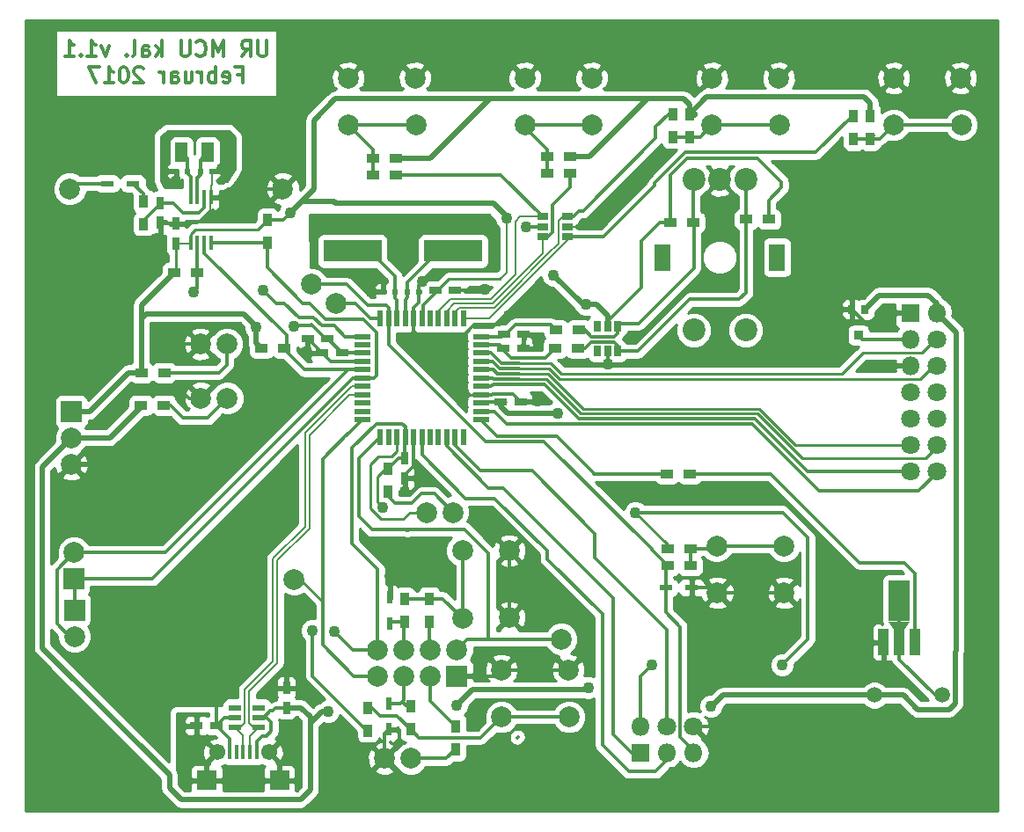
<source format=gbl>
G04 #@! TF.FileFunction,Copper,L2,Bot,Signal*
%FSLAX46Y46*%
G04 Gerber Fmt 4.6, Leading zero omitted, Abs format (unit mm)*
G04 Created by KiCad (PCBNEW 4.0.4+dfsg1-stable) date Tue Mar  7 15:21:03 2017*
%MOMM*%
%LPD*%
G01*
G04 APERTURE LIST*
%ADD10C,0.100000*%
%ADD11C,0.300000*%
%ADD12C,2.000000*%
%ADD13R,1.500000X0.550000*%
%ADD14R,0.550000X1.500000*%
%ADD15R,1.200000X0.750000*%
%ADD16R,0.600000X0.500000*%
%ADD17R,0.750000X1.200000*%
%ADD18R,1.300000X0.600000*%
%ADD19R,1.800000X1.800000*%
%ADD20O,1.800000X1.800000*%
%ADD21C,1.800000*%
%ADD22R,0.700000X1.000000*%
%ADD23R,1.000000X0.700000*%
%ADD24R,1.200000X0.600000*%
%ADD25C,1.500000*%
%ADD26R,2.000000X2.000000*%
%ADD27R,1.000760X2.501900*%
%ADD28R,1.998980X4.000500*%
%ADD29R,1.200000X0.900000*%
%ADD30R,0.900000X1.200000*%
%ADD31R,0.700000X0.900000*%
%ADD32R,0.900000X0.900000*%
%ADD33C,2.200000*%
%ADD34R,1.550000X2.650000*%
%ADD35R,0.450000X1.450000*%
%ADD36R,5.600700X2.100580*%
%ADD37R,1.200000X1.900000*%
%ADD38C,0.200000*%
%ADD39R,0.600000X1.300000*%
%ADD40R,0.400000X1.350000*%
%ADD41C,1.550000*%
%ADD42R,1.900000X1.900000*%
%ADD43C,1.100000*%
%ADD44C,0.500000*%
%ADD45C,0.200000*%
%ADD46C,0.250000*%
%ADD47C,0.700000*%
%ADD48C,0.254000*%
G04 APERTURE END LIST*
D10*
D11*
X23928571Y74846429D02*
X23928571Y73632143D01*
X23857143Y73489286D01*
X23785714Y73417857D01*
X23642857Y73346429D01*
X23357143Y73346429D01*
X23214285Y73417857D01*
X23142857Y73489286D01*
X23071428Y73632143D01*
X23071428Y74846429D01*
X21499999Y73346429D02*
X21999999Y74060714D01*
X22357142Y73346429D02*
X22357142Y74846429D01*
X21785714Y74846429D01*
X21642856Y74775000D01*
X21571428Y74703571D01*
X21499999Y74560714D01*
X21499999Y74346429D01*
X21571428Y74203571D01*
X21642856Y74132143D01*
X21785714Y74060714D01*
X22357142Y74060714D01*
X19714285Y73346429D02*
X19714285Y74846429D01*
X19214285Y73775000D01*
X18714285Y74846429D01*
X18714285Y73346429D01*
X17142856Y73489286D02*
X17214285Y73417857D01*
X17428571Y73346429D01*
X17571428Y73346429D01*
X17785713Y73417857D01*
X17928571Y73560714D01*
X17999999Y73703571D01*
X18071428Y73989286D01*
X18071428Y74203571D01*
X17999999Y74489286D01*
X17928571Y74632143D01*
X17785713Y74775000D01*
X17571428Y74846429D01*
X17428571Y74846429D01*
X17214285Y74775000D01*
X17142856Y74703571D01*
X16499999Y74846429D02*
X16499999Y73632143D01*
X16428571Y73489286D01*
X16357142Y73417857D01*
X16214285Y73346429D01*
X15928571Y73346429D01*
X15785713Y73417857D01*
X15714285Y73489286D01*
X15642856Y73632143D01*
X15642856Y74846429D01*
X13785713Y73346429D02*
X13785713Y74846429D01*
X13642856Y73917857D02*
X13214285Y73346429D01*
X13214285Y74346429D02*
X13785713Y73775000D01*
X11928570Y73346429D02*
X11928570Y74132143D01*
X11999999Y74275000D01*
X12142856Y74346429D01*
X12428570Y74346429D01*
X12571427Y74275000D01*
X11928570Y73417857D02*
X12071427Y73346429D01*
X12428570Y73346429D01*
X12571427Y73417857D01*
X12642856Y73560714D01*
X12642856Y73703571D01*
X12571427Y73846429D01*
X12428570Y73917857D01*
X12071427Y73917857D01*
X11928570Y73989286D01*
X10999998Y73346429D02*
X11142856Y73417857D01*
X11214284Y73560714D01*
X11214284Y74846429D01*
X10428570Y73489286D02*
X10357142Y73417857D01*
X10428570Y73346429D01*
X10499999Y73417857D01*
X10428570Y73489286D01*
X10428570Y73346429D01*
X8714284Y74346429D02*
X8357141Y73346429D01*
X7999999Y74346429D01*
X6642856Y73346429D02*
X7499999Y73346429D01*
X7071427Y73346429D02*
X7071427Y74846429D01*
X7214284Y74632143D01*
X7357142Y74489286D01*
X7499999Y74417857D01*
X5999999Y73489286D02*
X5928571Y73417857D01*
X5999999Y73346429D01*
X6071428Y73417857D01*
X5999999Y73489286D01*
X5999999Y73346429D01*
X4499999Y73346429D02*
X5357142Y73346429D01*
X4928570Y73346429D02*
X4928570Y74846429D01*
X5071427Y74632143D01*
X5214285Y74489286D01*
X5357142Y74417857D01*
X21071427Y71582143D02*
X21571427Y71582143D01*
X21571427Y70796429D02*
X21571427Y72296429D01*
X20857141Y72296429D01*
X19714285Y70867857D02*
X19857142Y70796429D01*
X20142856Y70796429D01*
X20285713Y70867857D01*
X20357142Y71010714D01*
X20357142Y71582143D01*
X20285713Y71725000D01*
X20142856Y71796429D01*
X19857142Y71796429D01*
X19714285Y71725000D01*
X19642856Y71582143D01*
X19642856Y71439286D01*
X20357142Y71296429D01*
X18999999Y70796429D02*
X18999999Y72296429D01*
X18999999Y71725000D02*
X18857142Y71796429D01*
X18571428Y71796429D01*
X18428571Y71725000D01*
X18357142Y71653571D01*
X18285713Y71510714D01*
X18285713Y71082143D01*
X18357142Y70939286D01*
X18428571Y70867857D01*
X18571428Y70796429D01*
X18857142Y70796429D01*
X18999999Y70867857D01*
X17642856Y70796429D02*
X17642856Y71796429D01*
X17642856Y71510714D02*
X17571428Y71653571D01*
X17499999Y71725000D01*
X17357142Y71796429D01*
X17214285Y71796429D01*
X16071428Y71796429D02*
X16071428Y70796429D01*
X16714285Y71796429D02*
X16714285Y71010714D01*
X16642857Y70867857D01*
X16499999Y70796429D01*
X16285714Y70796429D01*
X16142857Y70867857D01*
X16071428Y70939286D01*
X14714285Y70796429D02*
X14714285Y71582143D01*
X14785714Y71725000D01*
X14928571Y71796429D01*
X15214285Y71796429D01*
X15357142Y71725000D01*
X14714285Y70867857D02*
X14857142Y70796429D01*
X15214285Y70796429D01*
X15357142Y70867857D01*
X15428571Y71010714D01*
X15428571Y71153571D01*
X15357142Y71296429D01*
X15214285Y71367857D01*
X14857142Y71367857D01*
X14714285Y71439286D01*
X13999999Y70796429D02*
X13999999Y71796429D01*
X13999999Y71510714D02*
X13928571Y71653571D01*
X13857142Y71725000D01*
X13714285Y71796429D01*
X13571428Y71796429D01*
X12000000Y72153571D02*
X11928571Y72225000D01*
X11785714Y72296429D01*
X11428571Y72296429D01*
X11285714Y72225000D01*
X11214285Y72153571D01*
X11142857Y72010714D01*
X11142857Y71867857D01*
X11214285Y71653571D01*
X12071428Y70796429D01*
X11142857Y70796429D01*
X10214286Y72296429D02*
X10071429Y72296429D01*
X9928572Y72225000D01*
X9857143Y72153571D01*
X9785714Y72010714D01*
X9714286Y71725000D01*
X9714286Y71367857D01*
X9785714Y71082143D01*
X9857143Y70939286D01*
X9928572Y70867857D01*
X10071429Y70796429D01*
X10214286Y70796429D01*
X10357143Y70867857D01*
X10428572Y70939286D01*
X10500000Y71082143D01*
X10571429Y71367857D01*
X10571429Y71725000D01*
X10500000Y72010714D01*
X10428572Y72153571D01*
X10357143Y72225000D01*
X10214286Y72296429D01*
X8285715Y70796429D02*
X9142858Y70796429D01*
X8714286Y70796429D02*
X8714286Y72296429D01*
X8857143Y72082143D01*
X9000001Y71939286D01*
X9142858Y71867857D01*
X7785715Y72296429D02*
X6785715Y72296429D01*
X7428572Y70796429D01*
D12*
X42752100Y19248800D03*
X42752100Y25751200D03*
X47247900Y19325000D03*
X47247900Y25751200D03*
D13*
X44536900Y46380100D03*
X44536900Y45580100D03*
X44536900Y44780100D03*
X44536900Y43980100D03*
X44536900Y43180100D03*
X44536900Y42380100D03*
X44536900Y41580100D03*
X44536900Y40780100D03*
X44536900Y39980100D03*
X44536900Y39180100D03*
X44536900Y38380100D03*
D14*
X42836900Y36680100D03*
X42036900Y36680100D03*
X41236900Y36680100D03*
X40436900Y36680100D03*
X39636900Y36680100D03*
X38836900Y36680100D03*
X38036900Y36680100D03*
X37236900Y36680100D03*
X36436900Y36680100D03*
X35636900Y36680100D03*
X34836900Y36680100D03*
D13*
X33136900Y38380100D03*
X33136900Y39180100D03*
X33136900Y39980100D03*
X33136900Y40780100D03*
X33136900Y41580100D03*
X33136900Y42380100D03*
X33136900Y43180100D03*
X33136900Y43980100D03*
X33136900Y44780100D03*
X33136900Y45580100D03*
X33136900Y46380100D03*
D14*
X34836900Y48080100D03*
X35636900Y48080100D03*
X36436900Y48080100D03*
X37236900Y48080100D03*
X38036900Y48080100D03*
X38836900Y48080100D03*
X39636900Y48080100D03*
X40436900Y48080100D03*
X41236900Y48080100D03*
X42036900Y48080100D03*
X42836900Y48080100D03*
D12*
X4950000Y60600000D03*
X25450000Y60600000D03*
D15*
X46700000Y45200000D03*
X48600000Y45200000D03*
X46750000Y46600000D03*
X48650000Y46600000D03*
X29750000Y46200000D03*
X27850000Y46200000D03*
X31150000Y44800000D03*
X29250000Y44800000D03*
D16*
X36250000Y50700000D03*
X35150000Y50700000D03*
X37450000Y50700000D03*
X38550000Y50700000D03*
D17*
X37200000Y34650000D03*
X37200000Y32750000D03*
D15*
X46450000Y40100000D03*
X48350000Y40100000D03*
X40150000Y50800000D03*
X42050000Y50800000D03*
X17150000Y8900000D03*
X19050000Y8900000D03*
D17*
X13650000Y59250000D03*
X13650000Y57350000D03*
X15150000Y55350000D03*
X15150000Y57250000D03*
D16*
X17500000Y62300000D03*
X18600000Y62300000D03*
X16300000Y62300000D03*
X15200000Y62300000D03*
D12*
X17580000Y40450000D03*
X20120000Y40450000D03*
X17530000Y45650000D03*
X20070000Y45650000D03*
X39280000Y29450000D03*
X41820000Y29450000D03*
D18*
X11050000Y61100000D03*
X8550000Y61100000D03*
D19*
X85850000Y48650000D03*
D20*
X88390000Y48650000D03*
X85850000Y46110000D03*
D21*
X88390000Y46110000D03*
D20*
X85850000Y43570000D03*
D21*
X88390000Y43570000D03*
X85850000Y41030000D03*
X88390000Y41030000D03*
X85850000Y38490000D03*
X88390000Y38490000D03*
X85850000Y35950000D03*
X88390000Y35950000D03*
X85850000Y33410000D03*
X88390000Y33410000D03*
D22*
X57650000Y44950000D03*
X56700000Y44950000D03*
X55750000Y44950000D03*
X55750000Y47350000D03*
X56700000Y47350000D03*
X57650000Y47350000D03*
D23*
X52850000Y57900000D03*
X52850000Y56950000D03*
X52850000Y56000000D03*
X50450000Y56000000D03*
X50450000Y56950000D03*
X50450000Y57900000D03*
D24*
X20850000Y8750000D03*
X20850000Y9700000D03*
X20850000Y10650000D03*
X23150000Y10650000D03*
X23150000Y9700000D03*
X23150000Y8750000D03*
D25*
X82400000Y11850000D03*
X88900000Y11850000D03*
D19*
X59900000Y6300000D03*
D20*
X59900000Y8840000D03*
X62440000Y6300000D03*
D21*
X62440000Y8840000D03*
D20*
X64980000Y6300000D03*
D21*
X64980000Y8840000D03*
D26*
X5350000Y23050000D03*
D12*
X5350000Y25590000D03*
D26*
X5400000Y20050000D03*
D12*
X5400000Y17510000D03*
D27*
X86251140Y16947960D03*
X84750000Y16947960D03*
X83248860Y16947960D03*
D28*
X84750000Y20900200D03*
D10*
G36*
X84249620Y18176050D02*
X83749240Y18925350D01*
X85750760Y18925350D01*
X85250380Y18176050D01*
X84249620Y18176050D01*
X84249620Y18176050D01*
G37*
D29*
X51650000Y45250000D03*
X53850000Y45250000D03*
X70050000Y57650000D03*
X72250000Y57650000D03*
D30*
X80400000Y65400000D03*
X80400000Y67600000D03*
X63000000Y65600000D03*
X63000000Y67800000D03*
D29*
X64700000Y24300000D03*
X62500000Y24300000D03*
D30*
X82000000Y65400000D03*
X82000000Y67600000D03*
X64600000Y65600000D03*
X64600000Y67800000D03*
D29*
X64700000Y25950000D03*
X62500000Y25950000D03*
X62750000Y57350000D03*
X64950000Y57350000D03*
X34100000Y61900000D03*
X36300000Y61900000D03*
X50900000Y62100000D03*
X53100000Y62100000D03*
X53950000Y47000000D03*
X51750000Y47000000D03*
X34100000Y63500000D03*
X36300000Y63500000D03*
X50900000Y63700000D03*
X53100000Y63700000D03*
X11800000Y39750000D03*
X14000000Y39750000D03*
X11850000Y42900000D03*
X14050000Y42900000D03*
X25600000Y45250000D03*
X23400000Y45250000D03*
D30*
X24000000Y55400000D03*
X24000000Y57600000D03*
X35550000Y33600000D03*
X35550000Y31400000D03*
D29*
X64600000Y33150000D03*
X62400000Y33150000D03*
D30*
X37200000Y21100000D03*
X37200000Y18900000D03*
X39550000Y21150000D03*
X39550000Y18950000D03*
X12050000Y57200000D03*
X12050000Y59400000D03*
D29*
X15000000Y52550000D03*
X17200000Y52550000D03*
D30*
X37750000Y8550000D03*
X37750000Y10750000D03*
X33650000Y10650000D03*
X33650000Y8450000D03*
D31*
X80200000Y49000000D03*
D32*
X80850000Y46500000D03*
D31*
X81500000Y49000000D03*
D33*
X67500000Y61500000D03*
X70000000Y61500000D03*
X65000000Y61500000D03*
X70000000Y47000000D03*
X65000000Y47000000D03*
D34*
X73025000Y54000000D03*
X61975000Y54000000D03*
D26*
X42200000Y13700000D03*
D12*
X42200000Y16240000D03*
X39660000Y13700000D03*
X39660000Y16240000D03*
X37120000Y13700000D03*
X37120000Y16240000D03*
X34580000Y13700000D03*
X34580000Y16240000D03*
D35*
X16575000Y59800000D03*
X17225000Y59800000D03*
X17875000Y59800000D03*
X18525000Y59800000D03*
X18525000Y55400000D03*
X17875000Y55400000D03*
X17225000Y55400000D03*
X16575000Y55400000D03*
D36*
X32151140Y54600000D03*
X41848860Y54600000D03*
D37*
X15700000Y64100000D03*
X18200000Y64100000D03*
D17*
X25800000Y10650000D03*
X25800000Y12550000D03*
D38*
X38000000Y49100000D03*
X38000000Y49100000D03*
X18550000Y60900000D03*
X18550000Y60900000D03*
D18*
X64800000Y22200000D03*
X62300000Y22200000D03*
D39*
X35750000Y21250000D03*
X35750000Y18750000D03*
X35650000Y8550000D03*
X35650000Y11050000D03*
D12*
X52250000Y17250000D03*
X26550000Y23000000D03*
X35230000Y5750000D03*
X37770000Y5750000D03*
D30*
X42100000Y8850000D03*
X42100000Y6650000D03*
D26*
X5100000Y39150000D03*
D12*
X5100000Y36610000D03*
X5100000Y34070000D03*
X90751200Y66752100D03*
X84248800Y66752100D03*
X90675000Y71247900D03*
X84248800Y71247900D03*
X73251200Y66752100D03*
X66748800Y66752100D03*
X73175000Y71247900D03*
X66748800Y71247900D03*
X55251200Y66752100D03*
X48748800Y66752100D03*
X55175000Y71247900D03*
X48748800Y71247900D03*
X38251200Y66752100D03*
X31748800Y66752100D03*
X38175000Y71247900D03*
X31748800Y71247900D03*
X67198800Y26197900D03*
X73701200Y26197900D03*
X67275000Y21702100D03*
X73701200Y21702100D03*
X53001200Y9752100D03*
X46498800Y9752100D03*
X52925000Y14247900D03*
X46498800Y14247900D03*
X28200000Y51400000D03*
X30600000Y49600000D03*
D40*
X21627080Y6347280D03*
X22277080Y6347280D03*
X22927080Y6347280D03*
X20977080Y6347280D03*
X20327080Y6347280D03*
D41*
X24127080Y6347280D03*
X19127080Y6347280D03*
D42*
X18127080Y3647280D03*
X25127080Y3647280D03*
D43*
X8250000Y33750000D03*
X44900000Y50900000D03*
X47200000Y48400000D03*
X54550000Y57100000D03*
X56750000Y43700000D03*
X80900000Y17250000D03*
X24450000Y12450000D03*
X67800000Y8450000D03*
X13400000Y55800000D03*
X14650000Y46250000D03*
X15550000Y41300000D03*
X49950000Y45800000D03*
X35750000Y23350000D03*
X27700000Y44900000D03*
X37200000Y31400000D03*
X50000000Y40200000D03*
X19200000Y11400000D03*
X73500000Y14750000D03*
X61000000Y14750000D03*
X54650000Y49450000D03*
X51500000Y52300000D03*
X48850000Y56900000D03*
X47000000Y57750000D03*
X26200000Y58300000D03*
X51900000Y39000000D03*
X59400000Y29450000D03*
X35050000Y29950000D03*
X26550000Y47350000D03*
X22900000Y47250000D03*
X30450000Y17950000D03*
X28300000Y18050000D03*
X42200000Y10850000D03*
X54850000Y12600000D03*
X66650000Y10800000D03*
X29800000Y10300000D03*
X16900000Y50700000D03*
X23550000Y50850000D03*
X19550000Y62500000D03*
X15150000Y61300000D03*
X38900000Y51700000D03*
X34000000Y50700000D03*
D11*
X48078300Y7825000D02*
X48002100Y7748800D01*
X8550000Y61100000D02*
X5450000Y61100000D01*
X5450000Y61100000D02*
X4950000Y60600000D01*
X66777100Y22200000D02*
X67275000Y21702100D01*
X64800000Y22200000D02*
X66777100Y22200000D01*
X73701200Y21702100D02*
X67275000Y21702100D01*
X42200000Y13700000D02*
X45950900Y13700000D01*
X45950900Y13700000D02*
X46498800Y14247900D01*
X46498800Y14247900D02*
X52925000Y14247900D01*
X47247900Y25751200D02*
X47247900Y19325000D01*
D44*
X5100000Y34070000D02*
X7930000Y34070000D01*
X7930000Y34070000D02*
X8250000Y33750000D01*
D11*
X39400000Y44775000D02*
X39400000Y44900000D01*
X38036900Y46263100D02*
X38036900Y48080100D01*
X39400000Y44900000D02*
X38036900Y46263100D01*
X44900000Y50900000D02*
X43400000Y50900000D01*
X41175000Y44775000D02*
X43900000Y47500000D01*
X43900000Y47500000D02*
X46300000Y47500000D01*
X46300000Y47500000D02*
X47200000Y48400000D01*
X39375000Y44775000D02*
X39400000Y44775000D01*
X39400000Y44775000D02*
X41175000Y44775000D01*
X43300000Y50800000D02*
X42050000Y50800000D01*
X43300000Y50800000D02*
X43400000Y50900000D01*
D45*
X52850000Y56950000D02*
X54400000Y56950000D01*
X54400000Y56950000D02*
X54550000Y57100000D01*
D11*
X56700000Y44950000D02*
X56700000Y43750000D01*
X56700000Y43750000D02*
X56750000Y43700000D01*
D46*
X83248860Y16947960D02*
X81202040Y16947960D01*
X81202040Y16947960D02*
X80900000Y17250000D01*
D11*
X45650000Y40850000D02*
X47600000Y40850000D01*
X45580100Y40780100D02*
X45650000Y40850000D01*
X44536900Y40780100D02*
X45580100Y40780100D01*
X47600000Y40850000D02*
X48350000Y40100000D01*
D46*
X44536900Y40780100D02*
X43369900Y40780100D01*
X43369900Y40780100D02*
X39375000Y44775000D01*
D11*
X25800000Y12550000D02*
X24550000Y12550000D01*
X24550000Y12550000D02*
X24450000Y12450000D01*
X64980000Y8840000D02*
X67410000Y8840000D01*
X67410000Y8840000D02*
X67800000Y8450000D01*
X35230000Y5750000D02*
X35230000Y8130000D01*
X35230000Y8130000D02*
X35650000Y8550000D01*
X19800000Y9700000D02*
X20850000Y9700000D01*
X13650000Y57350000D02*
X13650000Y56050000D01*
X13650000Y56050000D02*
X13400000Y55800000D01*
X15150000Y57250000D02*
X13750000Y57250000D01*
X13750000Y57250000D02*
X13650000Y57350000D01*
X18525000Y59800000D02*
X19350000Y59800000D01*
X20150000Y60600000D02*
X25450000Y60600000D01*
X19350000Y59800000D02*
X20150000Y60600000D01*
X17530000Y45650000D02*
X15250000Y45650000D01*
X15250000Y45650000D02*
X14650000Y46250000D01*
X17580000Y40450000D02*
X16400000Y40450000D01*
X16400000Y40450000D02*
X15550000Y41300000D01*
X48650000Y46600000D02*
X49150000Y46600000D01*
X49150000Y46600000D02*
X49950000Y45800000D01*
X48600000Y45200000D02*
X48600000Y46550000D01*
X48600000Y46550000D02*
X48650000Y46600000D01*
D45*
X48650000Y46600000D02*
X48650000Y45250000D01*
X48650000Y45250000D02*
X48600000Y45200000D01*
D11*
X81450000Y47750000D02*
X80200000Y49000000D01*
X82600000Y47750000D02*
X81450000Y47750000D01*
X42751200Y14251200D02*
X42200000Y13700000D01*
D45*
X15150000Y57250000D02*
X17200000Y57250000D01*
X18450000Y58500000D02*
X18450000Y59725000D01*
X17200000Y57250000D02*
X18450000Y58500000D01*
X18450000Y59725000D02*
X18525000Y59800000D01*
X18525000Y59800000D02*
X18525000Y60875000D01*
D11*
X35750000Y21250000D02*
X35750000Y23350000D01*
X29250000Y44800000D02*
X27850000Y46200000D01*
X29250000Y44800000D02*
X27800000Y44800000D01*
X27800000Y44800000D02*
X27700000Y44900000D01*
X33136900Y43980100D02*
X30080100Y43980100D01*
X30080100Y43980100D02*
X29260200Y44800000D01*
X29260200Y44800000D02*
X29250000Y44800000D01*
X37200000Y32750000D02*
X37200000Y31400000D01*
X38036900Y36680100D02*
X38036900Y33863100D01*
X38036900Y33863100D02*
X37200000Y33026200D01*
X37200000Y33026200D02*
X37200000Y32750000D01*
X44536900Y40780100D02*
X43819900Y40780100D01*
X48350000Y40100000D02*
X49900000Y40100000D01*
X49900000Y40100000D02*
X50000000Y40200000D01*
X85950000Y48650000D02*
X83500000Y48650000D01*
X83500000Y48650000D02*
X82600000Y47750000D01*
X19050000Y8900000D02*
X19050000Y8950000D01*
X19050000Y8950000D02*
X19800000Y9700000D01*
X19050000Y8900000D02*
X19050000Y11250000D01*
X19050000Y11250000D02*
X19200000Y11400000D01*
X20327080Y6347280D02*
X20327080Y7622920D01*
X20327080Y7622920D02*
X19050000Y8900000D01*
X51650000Y45250000D02*
X51650000Y45150000D01*
X44536900Y45580100D02*
X46319900Y45580100D01*
X46319900Y45580100D02*
X46700000Y45200000D01*
X46700000Y45200000D02*
X46700000Y45050000D01*
X46700000Y45050000D02*
X47450000Y44300000D01*
X47450000Y44300000D02*
X50700000Y44300000D01*
X50700000Y44300000D02*
X51650000Y45250000D01*
X44536900Y46380100D02*
X46530100Y46380100D01*
X46530100Y46380100D02*
X46750000Y46600000D01*
X46750000Y46600000D02*
X46950000Y46600000D01*
X46950000Y46600000D02*
X47850000Y47500000D01*
X47850000Y47500000D02*
X51250000Y47500000D01*
X51250000Y47500000D02*
X51750000Y47000000D01*
X59900000Y8840000D02*
X59900000Y13650000D01*
X73550000Y29450000D02*
X59400000Y29450000D01*
X76000000Y27000000D02*
X73550000Y29450000D01*
X76000000Y17250000D02*
X76000000Y27000000D01*
X73500000Y14750000D02*
X76000000Y17250000D01*
X59900000Y13650000D02*
X61000000Y14750000D01*
D44*
X28450000Y67200000D02*
X28450000Y64800000D01*
X30500000Y69250000D02*
X28450000Y67200000D01*
X33000000Y69250000D02*
X30500000Y69250000D01*
X33000000Y69250000D02*
X32900000Y69250000D01*
X28450000Y60550000D02*
X27250000Y59350000D01*
X28450000Y64800000D02*
X28450000Y60550000D01*
X51900000Y39000000D02*
X47100000Y39000000D01*
X47100000Y39000000D02*
X46450000Y39650000D01*
X46450000Y39650000D02*
X46450000Y40100000D01*
X54650000Y49450000D02*
X54350000Y49450000D01*
X56700000Y48400000D02*
X56700000Y47350000D01*
X55650000Y49450000D02*
X56700000Y48400000D01*
X54650000Y49450000D02*
X55650000Y49450000D01*
X54350000Y49450000D02*
X51500000Y52300000D01*
X5100000Y39150000D02*
X6850000Y39150000D01*
X10600000Y42900000D02*
X11850000Y42900000D01*
X6850000Y39150000D02*
X10600000Y42900000D01*
X15000000Y52550000D02*
X11850000Y49400000D01*
X11850000Y49400000D02*
X11850000Y48100000D01*
X11850000Y48100000D02*
X11850000Y42900000D01*
X22900000Y47250000D02*
X22900000Y47350000D01*
X12300000Y48550000D02*
X11850000Y48100000D01*
X21700000Y48550000D02*
X12300000Y48550000D01*
X22900000Y47350000D02*
X21700000Y48550000D01*
X23400000Y45250000D02*
X22900000Y45750000D01*
X22900000Y45750000D02*
X22900000Y47250000D01*
D11*
X28300000Y47425000D02*
X26625000Y47425000D01*
X26625000Y47425000D02*
X26550000Y47350000D01*
D44*
X45400000Y69250000D02*
X33000000Y69250000D01*
X47000000Y57750000D02*
X47000000Y57950000D01*
X47000000Y57950000D02*
X45700000Y59250000D01*
X45700000Y59250000D02*
X30500000Y59250000D01*
X30500000Y59250000D02*
X30400000Y59350000D01*
X30400000Y59350000D02*
X27250000Y59350000D01*
X27250000Y59350000D02*
X26200000Y58300000D01*
X60550000Y69250000D02*
X45400000Y69250000D01*
X39650000Y63500000D02*
X36300000Y63500000D01*
X45400000Y69250000D02*
X39650000Y63500000D01*
X64600000Y67800000D02*
X64600000Y68700000D01*
X55000000Y63700000D02*
X53100000Y63700000D01*
X60550000Y69250000D02*
X55000000Y63700000D01*
X64050000Y69250000D02*
X60550000Y69250000D01*
X64600000Y68700000D02*
X64050000Y69250000D01*
X82000000Y67600000D02*
X82000000Y68850000D01*
X66250000Y69450000D02*
X64600000Y67800000D01*
X81400000Y69450000D02*
X66250000Y69450000D01*
X82000000Y68850000D02*
X81400000Y69450000D01*
D47*
X65000000Y67800000D02*
X64600000Y67800000D01*
D45*
X46450000Y52050000D02*
X46500000Y52050000D01*
D46*
X41450000Y51900000D02*
X46300000Y51900000D01*
X46300000Y51900000D02*
X46450000Y52050000D01*
X40350000Y50800000D02*
X41450000Y51900000D01*
D11*
X48900000Y56950000D02*
X48850000Y56900000D01*
X48900000Y56950000D02*
X50450000Y56950000D01*
D45*
X47000000Y52550000D02*
X47000000Y57750000D01*
X46500000Y52050000D02*
X47000000Y52550000D01*
D11*
X24000000Y57600000D02*
X25500000Y57600000D01*
X25500000Y57600000D02*
X26200000Y58300000D01*
X72250000Y57650000D02*
X72250000Y59500000D01*
X62750000Y61900000D02*
X62750000Y57350000D01*
X64400000Y63550000D02*
X62750000Y61900000D01*
X71150000Y63550000D02*
X64400000Y63550000D01*
X73450000Y61250000D02*
X71150000Y63550000D01*
X73450000Y60700000D02*
X73450000Y61250000D01*
X72250000Y59500000D02*
X73450000Y60700000D01*
X56700000Y47350000D02*
X56700000Y47850000D01*
X56700000Y47850000D02*
X59950000Y51100000D01*
X59950000Y51100000D02*
X59950000Y55600000D01*
X59950000Y55600000D02*
X61700000Y57350000D01*
X61700000Y57350000D02*
X62750000Y57350000D01*
X46450000Y39650000D02*
X47100000Y39000000D01*
X46450000Y39650000D02*
X46450000Y40100000D01*
D46*
X46450000Y40100000D02*
X46900000Y40100000D01*
X35550000Y33600000D02*
X35300000Y33600000D01*
X35300000Y33600000D02*
X34600000Y32900000D01*
X59400000Y29450000D02*
X62500000Y26350000D01*
X34600000Y30400000D02*
X35050000Y29950000D01*
X34600000Y32900000D02*
X34600000Y30400000D01*
X62500000Y26350000D02*
X62500000Y25950000D01*
X40150000Y50800000D02*
X40350000Y50800000D01*
X22900000Y47250000D02*
X22900000Y47400000D01*
X22900000Y47400000D02*
X21750000Y48550000D01*
X21750000Y48550000D02*
X11850000Y48550000D01*
X22900000Y47250000D02*
X22900000Y45750000D01*
X26625000Y47425000D02*
X26550000Y47350000D01*
X28325000Y47425000D02*
X28300000Y47425000D01*
X16575000Y55400000D02*
X16575000Y56225000D01*
X23050000Y56650000D02*
X24000000Y57600000D01*
X17000000Y56650000D02*
X23050000Y56650000D01*
X16575000Y56225000D02*
X17000000Y56650000D01*
X11850000Y48100000D02*
X11850000Y48550000D01*
X11850000Y48550000D02*
X11850000Y49400000D01*
X15150000Y55350000D02*
X15150000Y52700000D01*
X15150000Y52700000D02*
X15000000Y52550000D01*
D11*
X33650000Y8450000D02*
X33550000Y8450000D01*
X33550000Y8450000D02*
X28300000Y13700000D01*
X32160000Y16240000D02*
X34580000Y16240000D01*
X30450000Y17950000D02*
X32160000Y16240000D01*
X28300000Y13700000D02*
X28300000Y18050000D01*
X37236900Y36680100D02*
X37236900Y37663100D01*
X32100000Y26460000D02*
X34580000Y23980000D01*
X32100000Y35650000D02*
X32100000Y26460000D01*
X34450000Y38000000D02*
X32100000Y35650000D01*
X36900000Y38000000D02*
X34450000Y38000000D01*
X37236900Y37663100D02*
X36900000Y38000000D01*
X29750000Y46200000D02*
X29550000Y46200000D01*
X29550000Y46200000D02*
X28325000Y47425000D01*
X28325000Y47425000D02*
X28250000Y47500000D01*
X37200000Y34650000D02*
X36600000Y34650000D01*
X36600000Y34650000D02*
X35550000Y33600000D01*
D45*
X15150000Y55350000D02*
X16525000Y55350000D01*
X16525000Y55350000D02*
X16575000Y55400000D01*
D11*
X34580000Y16240000D02*
X34580000Y23980000D01*
X39550000Y18950000D02*
X39550000Y16350000D01*
X39550000Y16350000D02*
X39660000Y16240000D01*
X31150000Y44800000D02*
X29750000Y46200000D01*
X31150000Y44800000D02*
X33117000Y44800000D01*
X33117000Y44800000D02*
X33136900Y44780100D01*
X37200000Y34650000D02*
X37200000Y36643200D01*
X37200000Y36643200D02*
X37236900Y36680100D01*
X46450000Y40100000D02*
X44656800Y40100000D01*
X44656800Y40100000D02*
X44536900Y39980100D01*
X40150000Y50800000D02*
X40150000Y50550000D01*
X40150000Y50550000D02*
X39000000Y49400000D01*
X39000000Y49400000D02*
X39000000Y48243200D01*
X39000000Y48243200D02*
X38836900Y48080100D01*
X32151140Y54600000D02*
X33800000Y54600000D01*
X33800000Y54600000D02*
X36250000Y52150000D01*
X36250000Y52150000D02*
X36250000Y50700000D01*
X36250000Y50700000D02*
X36250000Y50050000D01*
X36436900Y49863100D02*
X36436900Y48080100D01*
X36250000Y50050000D02*
X36436900Y49863100D01*
X41848860Y54600000D02*
X40500000Y54600000D01*
X40500000Y54600000D02*
X37450000Y51550000D01*
X37450000Y51550000D02*
X37450000Y50700000D01*
X37450000Y50700000D02*
X37450000Y50150000D01*
X37236900Y49936900D02*
X37236900Y48080100D01*
X37450000Y50150000D02*
X37236900Y49936900D01*
X13650000Y59250000D02*
X13650000Y59100000D01*
X13650000Y59100000D02*
X12050000Y57500000D01*
X12050000Y57500000D02*
X12050000Y57200000D01*
X17875000Y59800000D02*
X17875000Y58825000D01*
X14900000Y59250000D02*
X13650000Y59250000D01*
X15850000Y58300000D02*
X14900000Y59250000D01*
X17350000Y58300000D02*
X15850000Y58300000D01*
X17875000Y58825000D02*
X17350000Y58300000D01*
X17500000Y62300000D02*
X17500000Y61950000D01*
X17225000Y61675000D02*
X17225000Y59800000D01*
X17500000Y61950000D02*
X17225000Y61675000D01*
X17500000Y62300000D02*
X17500000Y63400000D01*
X17500000Y63400000D02*
X18200000Y64100000D01*
X16300000Y62300000D02*
X16300000Y62050000D01*
X16300000Y62050000D02*
X16575000Y61775000D01*
X16575000Y61775000D02*
X16575000Y59800000D01*
X16300000Y62300000D02*
X16300000Y63500000D01*
X16300000Y63500000D02*
X15700000Y64100000D01*
X35636900Y48080100D02*
X35636900Y49163100D01*
X31600000Y51400000D02*
X28200000Y51400000D01*
X33600000Y49400000D02*
X31600000Y51400000D01*
X35400000Y49400000D02*
X33600000Y49400000D01*
X35636900Y49163100D02*
X35400000Y49400000D01*
X62300000Y22200000D02*
X62300000Y22600000D01*
X50050000Y36250000D02*
X50600000Y36250000D01*
X60950000Y25850000D02*
X62500000Y24300000D01*
X60950000Y25900000D02*
X60950000Y25850000D01*
X50600000Y36250000D02*
X60950000Y25900000D01*
X63700000Y10450000D02*
X63700000Y18400000D01*
X62300000Y24100000D02*
X62300000Y22600000D01*
X62300000Y22600000D02*
X62300000Y20450000D01*
X63700000Y7800000D02*
X63700000Y10450000D01*
X63700000Y7800000D02*
X64980000Y6520000D01*
X62300000Y19800000D02*
X62300000Y20450000D01*
X63700000Y18400000D02*
X62300000Y19800000D01*
X64980000Y6300000D02*
X64980000Y6520000D01*
X50150000Y36250000D02*
X50050000Y36250000D01*
X50050000Y36250000D02*
X46700000Y36250000D01*
X46700000Y36250000D02*
X46600000Y36250000D01*
X35636900Y48080100D02*
X35636900Y45563100D01*
X44950000Y36250000D02*
X46600000Y36250000D01*
X35636900Y45563100D02*
X44950000Y36250000D01*
X14000000Y39750000D02*
X14650000Y39750000D01*
X18220000Y38550000D02*
X20120000Y40450000D01*
X15850000Y38550000D02*
X18220000Y38550000D01*
X14650000Y39750000D02*
X15850000Y38550000D01*
X14050000Y42900000D02*
X19300000Y42900000D01*
X20070000Y43670000D02*
X20070000Y45650000D01*
X19300000Y42900000D02*
X20070000Y43670000D01*
D46*
X39280000Y29450000D02*
X37650000Y29450000D01*
X36436900Y35336900D02*
X36436900Y36680100D01*
X35950000Y34850000D02*
X36436900Y35336900D01*
X34650000Y34850000D02*
X35950000Y34850000D01*
X33850000Y34050000D02*
X34650000Y34850000D01*
X33850000Y29850000D02*
X33850000Y34050000D01*
X34900000Y28800000D02*
X33850000Y29850000D01*
X37000000Y28800000D02*
X34900000Y28800000D01*
X37650000Y29450000D02*
X37000000Y28800000D01*
D11*
X35550000Y31400000D02*
X35550000Y31050000D01*
X35550000Y31050000D02*
X36250000Y30350000D01*
X36250000Y30350000D02*
X37900000Y30350000D01*
X37900000Y30350000D02*
X38800000Y31250000D01*
X38800000Y31250000D02*
X40020000Y31250000D01*
X40020000Y31250000D02*
X41820000Y29450000D01*
X12050000Y59400000D02*
X12050000Y60100000D01*
X12050000Y60100000D02*
X11050000Y61100000D01*
D44*
X88390000Y48650000D02*
X88390000Y49560000D01*
X88390000Y49560000D02*
X87600000Y50350000D01*
X87600000Y50350000D02*
X82850000Y50350000D01*
X82850000Y50350000D02*
X81500000Y49000000D01*
X90150000Y11050000D02*
X90150000Y16050000D01*
X90250000Y16150000D02*
X90250000Y46790000D01*
X90150000Y16050000D02*
X90250000Y16150000D01*
X90250000Y46790000D02*
X88390000Y48650000D01*
X86525000Y10475000D02*
X89575000Y10475000D01*
X90150000Y11050000D02*
X90150000Y11200000D01*
X89575000Y10475000D02*
X90150000Y11050000D01*
X82400000Y11850000D02*
X85150000Y11850000D01*
X85150000Y11850000D02*
X86525000Y10475000D01*
X86525000Y10475000D02*
X86550000Y10450000D01*
X66650000Y10800000D02*
X66750000Y10800000D01*
X67800000Y11850000D02*
X82400000Y11850000D01*
X66750000Y10800000D02*
X67800000Y11850000D01*
X42200000Y10850000D02*
X43700000Y12350000D01*
X43700000Y12350000D02*
X54600000Y12350000D01*
X54600000Y12350000D02*
X54850000Y12600000D01*
X29800000Y10300000D02*
X29200000Y10300000D01*
X29200000Y10300000D02*
X28100000Y9200000D01*
X14550000Y4150000D02*
X14550000Y2900000D01*
X14550000Y2900000D02*
X15650000Y1800000D01*
X15650000Y1800000D02*
X27200000Y1800000D01*
X27200000Y1800000D02*
X28100000Y2700000D01*
X28100000Y2700000D02*
X28100000Y9200000D01*
X28100000Y9200000D02*
X28100000Y9750000D01*
X28100000Y9750000D02*
X27200000Y10650000D01*
X27200000Y10650000D02*
X25800000Y10650000D01*
X5100000Y36610000D02*
X2300000Y33810000D01*
X2300000Y33810000D02*
X2300000Y16400000D01*
X2300000Y16400000D02*
X14550000Y4150000D01*
X5100000Y36610000D02*
X8810000Y36610000D01*
X8810000Y36610000D02*
X11800000Y39600000D01*
X11800000Y39600000D02*
X11800000Y39750000D01*
D11*
X25800000Y10650000D02*
X25200000Y10650000D01*
X25200000Y10650000D02*
X25150000Y10600000D01*
X86550000Y10450000D02*
X89400000Y10450000D01*
X89400000Y10450000D02*
X90150000Y11200000D01*
X90150000Y11200000D02*
X90250000Y11300000D01*
X90250000Y11300000D02*
X90250000Y46790000D01*
X90250000Y46790000D02*
X88390000Y48650000D01*
X85150000Y11850000D02*
X86550000Y10450000D01*
X43700000Y12350000D02*
X54600000Y12350000D01*
X54600000Y12350000D02*
X54850000Y12600000D01*
X24250000Y10350000D02*
X24500000Y10350000D01*
X24750000Y10600000D02*
X25150000Y10600000D01*
X25150000Y10600000D02*
X27250000Y10600000D01*
X27250000Y10600000D02*
X27950000Y9900000D01*
X27950000Y9900000D02*
X28100000Y9750000D01*
X28100000Y9750000D02*
X28100000Y2700000D01*
X28100000Y2700000D02*
X27200000Y1800000D01*
X27200000Y1800000D02*
X15650000Y1800000D01*
X15650000Y1800000D02*
X14550000Y2900000D01*
X14550000Y4150000D02*
X2300000Y16400000D01*
X2300000Y16400000D02*
X2300000Y33810000D01*
X24250000Y10350000D02*
X23600000Y9700000D01*
X24500000Y10350000D02*
X24750000Y10600000D01*
X23150000Y9700000D02*
X23600000Y9700000D01*
X23900000Y9700000D02*
X23150000Y9700000D01*
X5100000Y36610000D02*
X8660000Y36610000D01*
X8660000Y36610000D02*
X11800000Y39750000D01*
X82850000Y50350000D02*
X81500000Y49000000D01*
X87600000Y50350000D02*
X82850000Y50350000D01*
X88490000Y48650000D02*
X88490000Y49460000D01*
X88490000Y49460000D02*
X87600000Y50350000D01*
X22927080Y6347280D02*
X22927080Y7377080D01*
X24350000Y9250000D02*
X23900000Y9700000D01*
X24350000Y8400000D02*
X24350000Y9250000D01*
X23850000Y7900000D02*
X24350000Y8400000D01*
X23450000Y7900000D02*
X23850000Y7900000D01*
X22927080Y7377080D02*
X23450000Y7900000D01*
X85950000Y46110000D02*
X81240000Y46110000D01*
X81240000Y46110000D02*
X80850000Y46500000D01*
D46*
X88390000Y46110000D02*
X88260000Y46110000D01*
X88260000Y46110000D02*
X86950000Y44800000D01*
X86950000Y44800000D02*
X81300000Y44800000D01*
X81300000Y44800000D02*
X79250002Y42750002D01*
X79250002Y42750002D02*
X52280948Y42750002D01*
X52280948Y42750002D02*
X51255952Y43774998D01*
X51255952Y43774998D02*
X48150000Y43774998D01*
X48150000Y43774998D02*
X48150000Y43799998D01*
D11*
X44536900Y44780100D02*
X45519900Y44780100D01*
X46500002Y43799998D02*
X48150000Y43799998D01*
X48150000Y43799998D02*
X48150000Y43799998D01*
X45519900Y44780100D02*
X46500002Y43799998D01*
D46*
X88390000Y43570000D02*
X88070000Y43570000D01*
X88070000Y43570000D02*
X86800000Y42300000D01*
X86800000Y42300000D02*
X52094552Y42300000D01*
X52094552Y42300000D02*
X51094556Y43299996D01*
X51094556Y43299996D02*
X48150000Y43299996D01*
D11*
X48150000Y43299996D02*
X47300000Y43299996D01*
X45612790Y43980100D02*
X46292894Y43299996D01*
X46292894Y43299996D02*
X47300000Y43299996D01*
X45612790Y43980100D02*
X44536900Y43980100D01*
D46*
X85850000Y35950000D02*
X74786398Y35950000D01*
X48150000Y42774994D02*
X48150000Y42799994D01*
X50983160Y42774994D02*
X48150000Y42774994D01*
X54333148Y39425006D02*
X50983160Y42774994D01*
X71311392Y39425006D02*
X54333148Y39425006D01*
X74786398Y35950000D02*
X71311392Y39425006D01*
D11*
X44536900Y43180100D02*
X45705680Y43180100D01*
X46085786Y42799994D02*
X48150000Y42799994D01*
X48150000Y42799994D02*
X48150000Y42799994D01*
X45705680Y43180100D02*
X46085786Y42799994D01*
X88390000Y35950000D02*
X88390000Y35740000D01*
D46*
X88390000Y35740000D02*
X87300000Y34650000D01*
X87300000Y34650000D02*
X75450000Y34650000D01*
X75450000Y34650000D02*
X71124996Y38975004D01*
X71124996Y38975004D02*
X54146752Y38975004D01*
X54146752Y38975004D02*
X50846764Y42274992D01*
X50846764Y42274992D02*
X48150000Y42274992D01*
X48150000Y42274992D02*
X48150000Y42299992D01*
D11*
X44536900Y42380100D02*
X45619900Y42380100D01*
X45700008Y42299992D02*
X48150000Y42299992D01*
X48150000Y42299992D02*
X48150000Y42299992D01*
X45619900Y42380100D02*
X45700008Y42299992D01*
X48000000Y41799990D02*
X50650012Y41799990D01*
X75940000Y33410000D02*
X85850000Y33410000D01*
X70849998Y38500002D02*
X75940000Y33410000D01*
X53950000Y38500002D02*
X70849998Y38500002D01*
X50650012Y41799990D02*
X53950000Y38500002D01*
X44536900Y41580100D02*
X45480100Y41580100D01*
X45699990Y41799990D02*
X48000000Y41799990D01*
X48000000Y41799990D02*
X48150000Y41799990D01*
X45480100Y41580100D02*
X45699990Y41799990D01*
X88390000Y33410000D02*
X88390000Y33240000D01*
X88390000Y33240000D02*
X86650000Y31500000D01*
X45819900Y39180100D02*
X47000000Y38000000D01*
X47000000Y38000000D02*
X57500000Y38000000D01*
X44536900Y39180100D02*
X45819900Y39180100D01*
X70600000Y38000000D02*
X57500000Y38000000D01*
X77100000Y31500000D02*
X70600000Y38000000D01*
X86650000Y31500000D02*
X77100000Y31500000D01*
D46*
X88390000Y33410000D02*
X88390000Y33290000D01*
D11*
X50450000Y56000000D02*
X51000000Y56000000D01*
X53100000Y60700000D02*
X53100000Y62100000D01*
X51400000Y59000000D02*
X53100000Y60700000D01*
X51400000Y56400000D02*
X51400000Y59000000D01*
X51000000Y56000000D02*
X51400000Y56400000D01*
D45*
X45550000Y49550002D02*
X45615690Y49550002D01*
X50450000Y54384312D02*
X50450000Y56000000D01*
X45615690Y49550002D02*
X50450000Y54384312D01*
X41236900Y48080100D02*
X41236900Y48836900D01*
X41950002Y49550002D02*
X45550000Y49550002D01*
X45550000Y49550002D02*
X45600002Y49550002D01*
X41236900Y48836900D02*
X41950002Y49550002D01*
D11*
X52850000Y57900000D02*
X53400000Y57900000D01*
X61350000Y66550000D02*
X62600000Y67800000D01*
X61350000Y65450000D02*
X61350000Y66550000D01*
X54350000Y58450000D02*
X61350000Y65450000D01*
X53950000Y58450000D02*
X54350000Y58450000D01*
X53400000Y57900000D02*
X53950000Y58450000D01*
X62600000Y67800000D02*
X63000000Y67800000D01*
D45*
X42400000Y49100000D02*
X42400000Y49150000D01*
X52000000Y57500000D02*
X52400000Y57900000D01*
X52000000Y55350000D02*
X52000000Y57500000D01*
X51650000Y55000000D02*
X52000000Y55350000D01*
X51250000Y54600000D02*
X51650000Y55000000D01*
X46565688Y49915688D02*
X51250000Y54600000D01*
X45800000Y49150000D02*
X46565688Y49915688D01*
X45600002Y49150000D02*
X45800000Y49150000D01*
X42400000Y49150000D02*
X45600002Y49150000D01*
X52400000Y57900000D02*
X52850000Y57900000D01*
X42036900Y48080100D02*
X42036900Y48736900D01*
X42036900Y48736900D02*
X42400000Y49100000D01*
X42400000Y49100000D02*
X42450000Y49150000D01*
D11*
X52850000Y56000000D02*
X56350000Y56000000D01*
X76750000Y64100000D02*
X80250000Y67600000D01*
X64200000Y64100000D02*
X76750000Y64100000D01*
X61250000Y61150000D02*
X64200000Y64100000D01*
X61250000Y60900000D02*
X61250000Y61150000D01*
X56350000Y56000000D02*
X61250000Y60900000D01*
X80250000Y67600000D02*
X80400000Y67600000D01*
D45*
X42836900Y48080100D02*
X45295788Y48080100D01*
X52850000Y55634312D02*
X52850000Y56000000D01*
X45295788Y48080100D02*
X52850000Y55634312D01*
X45450004Y49950004D02*
X47825000Y52325000D01*
X43800004Y49950004D02*
X44600004Y49950004D01*
X42700000Y49950004D02*
X43800004Y49950004D01*
X44600004Y49950004D02*
X45450004Y49950004D01*
X48300000Y57900000D02*
X50450000Y57900000D01*
X47825000Y57425000D02*
X48300000Y57900000D01*
X47825000Y52325000D02*
X47825000Y57425000D01*
X50000000Y57900000D02*
X50450000Y57900000D01*
D11*
X36300000Y61900000D02*
X46450000Y61900000D01*
X46450000Y61900000D02*
X50450000Y57900000D01*
D45*
X40436900Y48080100D02*
X40436900Y48836900D01*
X41550004Y49950004D02*
X42700000Y49950004D01*
X42700000Y49950004D02*
X42750000Y49950004D01*
X40436900Y48836900D02*
X41550004Y49950004D01*
X22200002Y9450000D02*
X22200002Y12250002D01*
X31880100Y40780100D02*
X33136900Y40780100D01*
X28000000Y36900000D02*
X31880100Y40780100D01*
X28000000Y27900000D02*
X28000000Y36900000D01*
X24900000Y24800000D02*
X28000000Y27900000D01*
X24900000Y14950000D02*
X24900000Y24800000D01*
X22200002Y12250002D02*
X24900000Y14950000D01*
X22277080Y6347280D02*
X22277080Y7877080D01*
X22200002Y9200000D02*
X22200002Y9450000D01*
X22200002Y9450000D02*
X22200002Y9500000D01*
X22650002Y8750000D02*
X22200002Y9200000D01*
X23150000Y8750000D02*
X22650002Y8750000D01*
X22277080Y7877080D02*
X23150000Y8750000D01*
X32080100Y41580100D02*
X33136900Y41580100D01*
X27599998Y37099998D02*
X32080100Y41580100D01*
X27599998Y28065686D02*
X27599998Y37099998D01*
X24499998Y24965686D02*
X27599998Y28065686D01*
X24499998Y15115686D02*
X24499998Y24965686D01*
X21800000Y12415688D02*
X24499998Y15115686D01*
X21627080Y6347280D02*
X21627080Y7972920D01*
X21800000Y9500000D02*
X21800000Y12415688D01*
X21800000Y9200000D02*
X21800000Y9500000D01*
X21350000Y8750000D02*
X21800000Y9200000D01*
X20850000Y8750000D02*
X21350000Y8750000D01*
X21627080Y7972920D02*
X20850000Y8750000D01*
X20350000Y8850000D02*
X20850000Y8850000D01*
D11*
X37750000Y10750000D02*
X37450000Y10750000D01*
X37450000Y10750000D02*
X36970000Y11230000D01*
X37120000Y13700000D02*
X37120000Y11380000D01*
X36790000Y11050000D02*
X35650000Y11050000D01*
X37120000Y11380000D02*
X36970000Y11230000D01*
X36970000Y11230000D02*
X36790000Y11050000D01*
X37200000Y18900000D02*
X35900000Y18900000D01*
X35900000Y18900000D02*
X35750000Y18750000D01*
X37120000Y16240000D02*
X37120000Y18820000D01*
X37120000Y18820000D02*
X37200000Y18900000D01*
X84750000Y18550700D02*
X84750000Y20900200D01*
X84750000Y16947960D02*
X84750000Y18550700D01*
X88900000Y11850000D02*
X88200000Y11850000D01*
X88200000Y11850000D02*
X84750000Y15300000D01*
X84750000Y15300000D02*
X84750000Y16947960D01*
X59900000Y6300000D02*
X59000000Y6300000D01*
X59000000Y6300000D02*
X57250000Y8050000D01*
X57250000Y8050000D02*
X57250000Y21200000D01*
X57250000Y21200000D02*
X46650000Y31800000D01*
X46650000Y31800000D02*
X45250000Y31800000D01*
X45250000Y31800000D02*
X41236900Y35813100D01*
X41236900Y35813100D02*
X41236900Y36680100D01*
X62440000Y6300000D02*
X62440000Y5590000D01*
X62440000Y5590000D02*
X61350000Y4500000D01*
X61350000Y4500000D02*
X58750000Y4500000D01*
X58750000Y4500000D02*
X56200000Y7050000D01*
X56200000Y7050000D02*
X56200000Y19650000D01*
X56200000Y19650000D02*
X50900000Y24950000D01*
X50900000Y24950000D02*
X50900000Y25750000D01*
X50900000Y25750000D02*
X45850000Y30800000D01*
X45850000Y30800000D02*
X43000000Y30800000D01*
X43000000Y30800000D02*
X38836900Y34963100D01*
X38836900Y34963100D02*
X38836900Y36680100D01*
X62440000Y8840000D02*
X62440000Y18110000D01*
X42036900Y35913100D02*
X42036900Y36680100D01*
X44500000Y33450000D02*
X42036900Y35913100D01*
X49450000Y33450000D02*
X44500000Y33450000D01*
X55500000Y27400000D02*
X49450000Y33450000D01*
X55500000Y25050000D02*
X55500000Y27400000D01*
X62440000Y18110000D02*
X55500000Y25050000D01*
X34500000Y46750000D02*
X34450000Y46750000D01*
X34230100Y42380100D02*
X34500000Y42650000D01*
X34500000Y42650000D02*
X34500000Y46750000D01*
X33136900Y42380100D02*
X34230100Y42380100D01*
X24000000Y53000000D02*
X24000000Y55400000D01*
X27400000Y49600000D02*
X24000000Y53000000D01*
X28000000Y49600000D02*
X27400000Y49600000D01*
X29600000Y48000000D02*
X28000000Y49600000D01*
X33200000Y48000000D02*
X29600000Y48000000D01*
X34450000Y46750000D02*
X33200000Y48000000D01*
X24050000Y55400000D02*
X18525000Y55400000D01*
X5350000Y23050000D02*
X12900000Y23050000D01*
X32230100Y42380100D02*
X33136900Y42380100D01*
X12900000Y23050000D02*
X32230100Y42380100D01*
X5400000Y20050000D02*
X5400000Y23000000D01*
X5400000Y23000000D02*
X5350000Y23050000D01*
X33136900Y43180100D02*
X27519900Y43180100D01*
X17875000Y54425000D02*
X17875000Y55400000D01*
X25800000Y46500000D02*
X17875000Y54425000D01*
X25800000Y44900000D02*
X25800000Y46500000D01*
X27519900Y43180100D02*
X25800000Y44900000D01*
X5350000Y25590000D02*
X14140000Y25590000D01*
X31780100Y43180100D02*
X33136900Y43180100D01*
X26200000Y37600000D02*
X31780100Y43180100D01*
X26150000Y37600000D02*
X26200000Y37600000D01*
X14140000Y25590000D02*
X26150000Y37600000D01*
X5400000Y17510000D02*
X4940000Y17510000D01*
X4940000Y17510000D02*
X3700000Y18750000D01*
X3700000Y18750000D02*
X3700000Y23940000D01*
X3700000Y23940000D02*
X5350000Y25590000D01*
X86251140Y16947960D02*
X86251140Y23598860D01*
X72400000Y33150000D02*
X64600000Y33150000D01*
X80950000Y24600000D02*
X72400000Y33150000D01*
X85250000Y24600000D02*
X80950000Y24600000D01*
X86251140Y23598860D02*
X85250000Y24600000D01*
X86251140Y17348860D02*
X86251140Y16947960D01*
X84248800Y66752100D02*
X90751200Y66752100D01*
X82000000Y65400000D02*
X82896700Y65400000D01*
X82896700Y65400000D02*
X84248800Y66752100D01*
X82000000Y65400000D02*
X80400000Y65400000D01*
X82348800Y65748800D02*
X82000000Y65400000D01*
X64600000Y65600000D02*
X65596700Y65600000D01*
X65596700Y65600000D02*
X66748800Y66752100D01*
X66748800Y66752100D02*
X73251200Y66752100D01*
X64600000Y65600000D02*
X63000000Y65600000D01*
X67198800Y26197900D02*
X73701200Y26197900D01*
X66950900Y25950000D02*
X67198800Y26197900D01*
X64700000Y25950000D02*
X66950900Y25950000D01*
X64700000Y24300000D02*
X64700000Y25950000D01*
X31748800Y66752100D02*
X38251200Y66752100D01*
X34100000Y63500000D02*
X34100000Y64400900D01*
X34100000Y64400900D02*
X31748800Y66752100D01*
X34100000Y61900000D02*
X34100000Y63500000D01*
X48748800Y66752100D02*
X48748800Y66501200D01*
X48748800Y66501200D02*
X50900000Y64350000D01*
X50900000Y64350000D02*
X50900000Y63700000D01*
X55251200Y66752100D02*
X48748800Y66752100D01*
X50900000Y63700000D02*
X50900000Y62100000D01*
X44536900Y38380100D02*
X44536900Y38313100D01*
X44536900Y38313100D02*
X46099998Y36750002D01*
X46099998Y36750002D02*
X51849998Y36750002D01*
X51849998Y36750002D02*
X55450000Y33150000D01*
X55350000Y33150000D02*
X55450000Y33150000D01*
X55450000Y33150000D02*
X62400000Y33150000D01*
X42752100Y25751200D02*
X42752100Y19248800D01*
X39550000Y21150000D02*
X40850900Y21150000D01*
X40850900Y21150000D02*
X42752100Y19248800D01*
X37200000Y21100000D02*
X39500000Y21100000D01*
X39500000Y21100000D02*
X39550000Y21150000D01*
X33136900Y46380100D02*
X31419900Y46380100D01*
X17225000Y51025000D02*
X17225000Y51925000D01*
X16900000Y50700000D02*
X17225000Y51025000D01*
X24800000Y49600000D02*
X23550000Y50850000D01*
X25600000Y49600000D02*
X24800000Y49600000D01*
X27000000Y48200000D02*
X25600000Y49600000D01*
X28400000Y48200000D02*
X27000000Y48200000D01*
X29200000Y47400000D02*
X28400000Y48200000D01*
X30400000Y47400000D02*
X29200000Y47400000D01*
X31419900Y46380100D02*
X30400000Y47400000D01*
D46*
X17200000Y52550000D02*
X17200000Y51950000D01*
X17200000Y51950000D02*
X17225000Y51925000D01*
X32300000Y46380100D02*
X32300000Y46450000D01*
D11*
X17225000Y51925000D02*
X17225000Y55400000D01*
X33136900Y46380100D02*
X32300000Y46380100D01*
X32300000Y46380100D02*
X32277010Y46380100D01*
X46498800Y9752100D02*
X53001200Y9752100D01*
X38551200Y7748800D02*
X40248800Y7748800D01*
X37750000Y8550000D02*
X38551200Y7748800D01*
X44496700Y7750000D02*
X46498800Y9752100D01*
X40250000Y7750000D02*
X44496700Y7750000D01*
X40248800Y7748800D02*
X40250000Y7750000D01*
X37750000Y8550000D02*
X37750000Y8527100D01*
X33650000Y10650000D02*
X34050000Y10650000D01*
X34050000Y10650000D02*
X34850000Y9850000D01*
X34850000Y9850000D02*
X36450000Y9850000D01*
X36450000Y9850000D02*
X37750000Y8550000D01*
X45250000Y17250000D02*
X45250000Y25500000D01*
X42950000Y27800000D02*
X37500000Y27800000D01*
X45250000Y25500000D02*
X42950000Y27800000D01*
X52250000Y17250000D02*
X45250000Y17250000D01*
X45250000Y17250000D02*
X43210000Y17250000D01*
X43210000Y17250000D02*
X42200000Y16240000D01*
X37500000Y27800000D02*
X34050000Y27800000D01*
X34050000Y27800000D02*
X32800000Y29050000D01*
X32800000Y29050000D02*
X32800000Y34643200D01*
X32800000Y34643200D02*
X34836900Y36680100D01*
X37500000Y27750000D02*
X37500000Y27800000D01*
X37500000Y27750000D02*
X37350000Y27750000D01*
X34000000Y35843200D02*
X34836900Y36680100D01*
X42200000Y16240000D02*
X42200000Y16600000D01*
D46*
X26550000Y23000000D02*
X27150000Y23000000D01*
X27150000Y23000000D02*
X29300000Y20850000D01*
D11*
X34580000Y13700000D02*
X32300000Y13700000D01*
X31700000Y37000000D02*
X31700000Y36943200D01*
X29300000Y34600000D02*
X31700000Y37000000D01*
X29300000Y16700000D02*
X29300000Y20850000D01*
X29300000Y20850000D02*
X29300000Y34600000D01*
X32300000Y13700000D02*
X29300000Y16700000D01*
X34580000Y13700000D02*
X34580000Y13580000D01*
X31600000Y36843200D02*
X31700000Y36943200D01*
X31700000Y36943200D02*
X33136900Y38380100D01*
X30600000Y49600000D02*
X32400000Y49600000D01*
X33919900Y48080100D02*
X34836900Y48080100D01*
X32400000Y49600000D02*
X33919900Y48080100D01*
D45*
X18525000Y60875000D02*
X18550000Y60900000D01*
X18600000Y62300000D02*
X18600000Y60950000D01*
X18600000Y60950000D02*
X18550000Y60900000D01*
D11*
X38036900Y48080100D02*
X38036900Y49063100D01*
X38036900Y49063100D02*
X38000000Y49100000D01*
X38550000Y49650000D02*
X38000000Y49100000D01*
X38550000Y49800000D02*
X38550000Y49650000D01*
X38550000Y49850000D02*
X38550000Y49800000D01*
X38550000Y49800000D02*
X38550000Y50700000D01*
D45*
X18600000Y62300000D02*
X19350000Y62300000D01*
X19350000Y62300000D02*
X19550000Y62500000D01*
X15200000Y62300000D02*
X15200000Y61350000D01*
X15200000Y61350000D02*
X15150000Y61300000D01*
D11*
X38550000Y50700000D02*
X38550000Y51350000D01*
X38550000Y51350000D02*
X38900000Y51700000D01*
X35150000Y50700000D02*
X34000000Y50700000D01*
X37770000Y5750000D02*
X41200000Y5750000D01*
X41200000Y5750000D02*
X42100000Y6650000D01*
X39660000Y13700000D02*
X39660000Y11290000D01*
X39660000Y11290000D02*
X42100000Y8850000D01*
X65000000Y52950000D02*
X65000000Y57300000D01*
X65000000Y57300000D02*
X64950000Y57350000D01*
X64950000Y57350000D02*
X64950000Y61450000D01*
X64950000Y61450000D02*
X65000000Y61500000D01*
X59700000Y47650000D02*
X57950000Y47650000D01*
X65000000Y52950000D02*
X65000000Y52950000D01*
X65000000Y52950000D02*
X59700000Y47650000D01*
X57950000Y47650000D02*
X57650000Y47350000D01*
X53950000Y47000000D02*
X54500000Y47000000D01*
X54500000Y47000000D02*
X55149998Y46350002D01*
X55149998Y46350002D02*
X57300002Y46350002D01*
X57300002Y46350002D02*
X57650000Y46700000D01*
X57650000Y46700000D02*
X57650000Y47350000D01*
X70050000Y57650000D02*
X70050000Y50650000D01*
X59650000Y44950000D02*
X64650000Y49950000D01*
X64650000Y49950000D02*
X69350000Y49950000D01*
X69350000Y49950000D02*
X70000000Y50600000D01*
X59650000Y44950000D02*
X57650000Y44950000D01*
X70050000Y50650000D02*
X70000000Y50600000D01*
X70050000Y57650000D02*
X70050000Y61450000D01*
X70050000Y61450000D02*
X70000000Y61500000D01*
X53850000Y45250000D02*
X54550000Y45250000D01*
X54550000Y45250000D02*
X55150000Y45850000D01*
X55150000Y45850000D02*
X57300000Y45850000D01*
X57300000Y45850000D02*
X57650000Y45500000D01*
X57650000Y45500000D02*
X57650000Y44950000D01*
X53850000Y45250000D02*
X54350000Y45250000D01*
D48*
G36*
X45340954Y58073169D02*
X45816527Y57511128D01*
X45994820Y57079628D01*
X46265000Y56808976D01*
X46265000Y52872154D01*
X46231799Y52821245D01*
X46163581Y52753027D01*
X46159161Y52752148D01*
X46021251Y52660000D01*
X41450000Y52660000D01*
X41159161Y52602148D01*
X40912599Y52437401D01*
X40297638Y51822440D01*
X39550000Y51822440D01*
X39314683Y51778162D01*
X39098559Y51639090D01*
X39042786Y51557464D01*
X38976309Y51585000D01*
X38835750Y51585000D01*
X38677002Y51426252D01*
X38677002Y51585000D01*
X38595158Y51585000D01*
X39912428Y52902270D01*
X44649210Y52902270D01*
X44884527Y52946548D01*
X45100651Y53085620D01*
X45245641Y53297820D01*
X45296650Y53549710D01*
X45296650Y55650290D01*
X45252372Y55885607D01*
X45113300Y56101731D01*
X44901100Y56246721D01*
X44649210Y56297730D01*
X39048510Y56297730D01*
X38813193Y56253452D01*
X38597069Y56114380D01*
X38452079Y55902180D01*
X38401070Y55650290D01*
X38401070Y53611228D01*
X37019212Y52229370D01*
X36999720Y52327363D01*
X36975245Y52450407D01*
X36805079Y52705079D01*
X35598930Y53911228D01*
X35598930Y55650290D01*
X35554652Y55885607D01*
X35415580Y56101731D01*
X35203380Y56246721D01*
X34951490Y56297730D01*
X29350790Y56297730D01*
X29115473Y56253452D01*
X28899349Y56114380D01*
X28754359Y55902180D01*
X28703350Y55650290D01*
X28703350Y53549710D01*
X28747628Y53314393D01*
X28886700Y53098269D01*
X29098900Y52953279D01*
X29350790Y52902270D01*
X34387572Y52902270D01*
X35465000Y51824842D01*
X35465000Y51585000D01*
X35435750Y51585000D01*
X35277000Y51426250D01*
X35277000Y50825000D01*
X35297000Y50825000D01*
X35297000Y50575000D01*
X35277000Y50575000D01*
X35277000Y50553000D01*
X35023000Y50553000D01*
X35023000Y50575000D01*
X34373750Y50575000D01*
X34215000Y50416250D01*
X34215000Y50323690D01*
X34272447Y50185000D01*
X33925158Y50185000D01*
X33033848Y51076310D01*
X34215000Y51076310D01*
X34215000Y50983750D01*
X34373750Y50825000D01*
X35023000Y50825000D01*
X35023000Y51426250D01*
X34864250Y51585000D01*
X34723691Y51585000D01*
X34490302Y51488327D01*
X34311673Y51309699D01*
X34215000Y51076310D01*
X33033848Y51076310D01*
X32155079Y51955079D01*
X31900407Y52125245D01*
X31600000Y52185000D01*
X29644717Y52185000D01*
X29586894Y52324943D01*
X29127363Y52785278D01*
X28526648Y53034716D01*
X28126203Y53035066D01*
X28078207Y58122633D01*
X45340954Y58073169D01*
X45340954Y58073169D01*
G37*
X45340954Y58073169D02*
X45816527Y57511128D01*
X45994820Y57079628D01*
X46265000Y56808976D01*
X46265000Y52872154D01*
X46231799Y52821245D01*
X46163581Y52753027D01*
X46159161Y52752148D01*
X46021251Y52660000D01*
X41450000Y52660000D01*
X41159161Y52602148D01*
X40912599Y52437401D01*
X40297638Y51822440D01*
X39550000Y51822440D01*
X39314683Y51778162D01*
X39098559Y51639090D01*
X39042786Y51557464D01*
X38976309Y51585000D01*
X38835750Y51585000D01*
X38677002Y51426252D01*
X38677002Y51585000D01*
X38595158Y51585000D01*
X39912428Y52902270D01*
X44649210Y52902270D01*
X44884527Y52946548D01*
X45100651Y53085620D01*
X45245641Y53297820D01*
X45296650Y53549710D01*
X45296650Y55650290D01*
X45252372Y55885607D01*
X45113300Y56101731D01*
X44901100Y56246721D01*
X44649210Y56297730D01*
X39048510Y56297730D01*
X38813193Y56253452D01*
X38597069Y56114380D01*
X38452079Y55902180D01*
X38401070Y55650290D01*
X38401070Y53611228D01*
X37019212Y52229370D01*
X36999720Y52327363D01*
X36975245Y52450407D01*
X36805079Y52705079D01*
X35598930Y53911228D01*
X35598930Y55650290D01*
X35554652Y55885607D01*
X35415580Y56101731D01*
X35203380Y56246721D01*
X34951490Y56297730D01*
X29350790Y56297730D01*
X29115473Y56253452D01*
X28899349Y56114380D01*
X28754359Y55902180D01*
X28703350Y55650290D01*
X28703350Y53549710D01*
X28747628Y53314393D01*
X28886700Y53098269D01*
X29098900Y52953279D01*
X29350790Y52902270D01*
X34387572Y52902270D01*
X35465000Y51824842D01*
X35465000Y51585000D01*
X35435750Y51585000D01*
X35277000Y51426250D01*
X35277000Y50825000D01*
X35297000Y50825000D01*
X35297000Y50575000D01*
X35277000Y50575000D01*
X35277000Y50553000D01*
X35023000Y50553000D01*
X35023000Y50575000D01*
X34373750Y50575000D01*
X34215000Y50416250D01*
X34215000Y50323690D01*
X34272447Y50185000D01*
X33925158Y50185000D01*
X33033848Y51076310D01*
X34215000Y51076310D01*
X34215000Y50983750D01*
X34373750Y50825000D01*
X35023000Y50825000D01*
X35023000Y51426250D01*
X34864250Y51585000D01*
X34723691Y51585000D01*
X34490302Y51488327D01*
X34311673Y51309699D01*
X34215000Y51076310D01*
X33033848Y51076310D01*
X32155079Y51955079D01*
X31900407Y52125245D01*
X31600000Y52185000D01*
X29644717Y52185000D01*
X29586894Y52324943D01*
X29127363Y52785278D01*
X28526648Y53034716D01*
X28126203Y53035066D01*
X28078207Y58122633D01*
X45340954Y58073169D01*
G36*
X38677000Y50825000D02*
X38697000Y50825000D01*
X38697000Y50575000D01*
X38677000Y50575000D01*
X38677000Y50553000D01*
X38423000Y50553000D01*
X38423000Y50575000D01*
X38403000Y50575000D01*
X38403000Y50825000D01*
X38423000Y50825000D01*
X38423000Y50847000D01*
X38677000Y50847000D01*
X38677000Y50825000D01*
X38677000Y50825000D01*
G37*
X38677000Y50825000D02*
X38697000Y50825000D01*
X38697000Y50575000D01*
X38677000Y50575000D01*
X38677000Y50553000D01*
X38423000Y50553000D01*
X38423000Y50575000D01*
X38403000Y50575000D01*
X38403000Y50825000D01*
X38423000Y50825000D01*
X38423000Y50847000D01*
X38677000Y50847000D01*
X38677000Y50825000D01*
G36*
X20823000Y65597394D02*
X20823000Y62489021D01*
X20061960Y61367488D01*
X19849594Y61325245D01*
X19635651Y61182294D01*
X19230245Y61188169D01*
X19184315Y61299054D01*
X19180541Y61298677D01*
X19173466Y61315800D01*
X19060360Y61429104D01*
X19259698Y61511673D01*
X19438327Y61690301D01*
X19535000Y61923690D01*
X19535000Y62016250D01*
X19376250Y62175000D01*
X18727000Y62175000D01*
X18727000Y62153000D01*
X18473000Y62153000D01*
X18473000Y62175000D01*
X18453000Y62175000D01*
X18453000Y62425000D01*
X18473000Y62425000D01*
X18473000Y62447000D01*
X18727000Y62447000D01*
X18727000Y62425000D01*
X19376250Y62425000D01*
X19535000Y62583750D01*
X19535000Y62676310D01*
X19438327Y62909699D01*
X19405438Y62942588D01*
X19447440Y63150000D01*
X19447440Y65050000D01*
X19403162Y65285317D01*
X19264090Y65501441D01*
X19051890Y65646431D01*
X18800000Y65697440D01*
X17600000Y65697440D01*
X17364683Y65653162D01*
X17148559Y65514090D01*
X17003569Y65301890D01*
X16952560Y65050000D01*
X16952560Y63962718D01*
X16947440Y63957598D01*
X16947440Y65050000D01*
X16903162Y65285317D01*
X16764090Y65501441D01*
X16551890Y65646431D01*
X16300000Y65697440D01*
X15100000Y65697440D01*
X14864683Y65653162D01*
X14648559Y65514090D01*
X14503569Y65301890D01*
X14452560Y65050000D01*
X14452560Y63150000D01*
X14476222Y63024247D01*
X14361673Y62909699D01*
X14265000Y62676310D01*
X14265000Y62583750D01*
X14423750Y62425000D01*
X15073000Y62425000D01*
X15073000Y62447000D01*
X15327000Y62447000D01*
X15327000Y62425000D01*
X15347000Y62425000D01*
X15347000Y62175000D01*
X15327000Y62175000D01*
X15327000Y61573750D01*
X15485750Y61415000D01*
X15626309Y61415000D01*
X15737283Y61460967D01*
X15748110Y61453569D01*
X15790000Y61445086D01*
X15790000Y60830209D01*
X15753569Y60776890D01*
X15743466Y60727000D01*
X14030881Y60727000D01*
X13727000Y61378174D01*
X13727000Y62016250D01*
X14265000Y62016250D01*
X14265000Y61923690D01*
X14361673Y61690301D01*
X14540302Y61511673D01*
X14773691Y61415000D01*
X14914250Y61415000D01*
X15073000Y61573750D01*
X15073000Y62175000D01*
X14423750Y62175000D01*
X14265000Y62016250D01*
X13727000Y62016250D01*
X13727000Y65638961D01*
X14394549Y66173000D01*
X20247394Y66173000D01*
X20823000Y65597394D01*
X20823000Y65597394D01*
G37*
X20823000Y65597394D02*
X20823000Y62489021D01*
X20061960Y61367488D01*
X19849594Y61325245D01*
X19635651Y61182294D01*
X19230245Y61188169D01*
X19184315Y61299054D01*
X19180541Y61298677D01*
X19173466Y61315800D01*
X19060360Y61429104D01*
X19259698Y61511673D01*
X19438327Y61690301D01*
X19535000Y61923690D01*
X19535000Y62016250D01*
X19376250Y62175000D01*
X18727000Y62175000D01*
X18727000Y62153000D01*
X18473000Y62153000D01*
X18473000Y62175000D01*
X18453000Y62175000D01*
X18453000Y62425000D01*
X18473000Y62425000D01*
X18473000Y62447000D01*
X18727000Y62447000D01*
X18727000Y62425000D01*
X19376250Y62425000D01*
X19535000Y62583750D01*
X19535000Y62676310D01*
X19438327Y62909699D01*
X19405438Y62942588D01*
X19447440Y63150000D01*
X19447440Y65050000D01*
X19403162Y65285317D01*
X19264090Y65501441D01*
X19051890Y65646431D01*
X18800000Y65697440D01*
X17600000Y65697440D01*
X17364683Y65653162D01*
X17148559Y65514090D01*
X17003569Y65301890D01*
X16952560Y65050000D01*
X16952560Y63962718D01*
X16947440Y63957598D01*
X16947440Y65050000D01*
X16903162Y65285317D01*
X16764090Y65501441D01*
X16551890Y65646431D01*
X16300000Y65697440D01*
X15100000Y65697440D01*
X14864683Y65653162D01*
X14648559Y65514090D01*
X14503569Y65301890D01*
X14452560Y65050000D01*
X14452560Y63150000D01*
X14476222Y63024247D01*
X14361673Y62909699D01*
X14265000Y62676310D01*
X14265000Y62583750D01*
X14423750Y62425000D01*
X15073000Y62425000D01*
X15073000Y62447000D01*
X15327000Y62447000D01*
X15327000Y62425000D01*
X15347000Y62425000D01*
X15347000Y62175000D01*
X15327000Y62175000D01*
X15327000Y61573750D01*
X15485750Y61415000D01*
X15626309Y61415000D01*
X15737283Y61460967D01*
X15748110Y61453569D01*
X15790000Y61445086D01*
X15790000Y60830209D01*
X15753569Y60776890D01*
X15743466Y60727000D01*
X14030881Y60727000D01*
X13727000Y61378174D01*
X13727000Y62016250D01*
X14265000Y62016250D01*
X14265000Y61923690D01*
X14361673Y61690301D01*
X14540302Y61511673D01*
X14773691Y61415000D01*
X14914250Y61415000D01*
X15073000Y61573750D01*
X15073000Y62175000D01*
X14423750Y62175000D01*
X14265000Y62016250D01*
X13727000Y62016250D01*
X13727000Y65638961D01*
X14394549Y66173000D01*
X20247394Y66173000D01*
X20823000Y65597394D01*
G36*
X18265000Y9887630D02*
X18214683Y9878162D01*
X18111354Y9811671D01*
X18109698Y9813327D01*
X17876309Y9910000D01*
X17435750Y9910000D01*
X17277000Y9751250D01*
X17277000Y9027000D01*
X17297000Y9027000D01*
X17297000Y8773000D01*
X17277000Y8773000D01*
X17277000Y8048750D01*
X17435750Y7890000D01*
X17876309Y7890000D01*
X18109698Y7986673D01*
X18111068Y7988043D01*
X18198110Y7928569D01*
X18450000Y7877560D01*
X18962282Y7877560D01*
X19083023Y7756819D01*
X18777629Y7741786D01*
X18388115Y7580443D01*
X18317052Y7336913D01*
X19127080Y6526885D01*
X19141223Y6541027D01*
X19320828Y6361422D01*
X19306685Y6347280D01*
X19320828Y6333137D01*
X19141223Y6153532D01*
X19127080Y6167675D01*
X18317052Y5357647D01*
X18367006Y5186456D01*
X18254080Y5073530D01*
X18254080Y3774280D01*
X19553330Y3774280D01*
X19712080Y3933030D01*
X19712080Y4723590D01*
X19615407Y4956979D01*
X19577704Y4994682D01*
X19836870Y5102032D01*
X19875190Y5075849D01*
X20127080Y5024840D01*
X20527080Y5024840D01*
X20656669Y5049224D01*
X20777080Y5024840D01*
X21177080Y5024840D01*
X21306669Y5049224D01*
X21427080Y5024840D01*
X21827080Y5024840D01*
X21956669Y5049224D01*
X22077080Y5024840D01*
X22477080Y5024840D01*
X22606669Y5049224D01*
X22727080Y5024840D01*
X23127080Y5024840D01*
X23362397Y5069118D01*
X23416531Y5103953D01*
X23688459Y5006685D01*
X23638753Y4956979D01*
X23542080Y4723590D01*
X23542080Y3933030D01*
X23700830Y3774280D01*
X25000080Y3774280D01*
X25000080Y5073530D01*
X25254080Y5073530D01*
X25254080Y3774280D01*
X26553330Y3774280D01*
X26712080Y3933030D01*
X26712080Y4723590D01*
X26615407Y4956979D01*
X26436778Y5135607D01*
X26203389Y5232280D01*
X25412830Y5232280D01*
X25254080Y5073530D01*
X25000080Y5073530D01*
X24887154Y5186456D01*
X24937108Y5357647D01*
X24127080Y6167675D01*
X24112938Y6153532D01*
X23933333Y6333137D01*
X23947475Y6347280D01*
X24306685Y6347280D01*
X25116713Y5537252D01*
X25360243Y5608315D01*
X25549164Y6136477D01*
X25521586Y6696731D01*
X25360243Y7086245D01*
X25116713Y7157308D01*
X24306685Y6347280D01*
X23947475Y6347280D01*
X23933333Y6361422D01*
X24112938Y6541027D01*
X24127080Y6526885D01*
X24937108Y7336913D01*
X24866045Y7580443D01*
X24699996Y7639838D01*
X24905079Y7844921D01*
X25075245Y8099594D01*
X25135000Y8400000D01*
X25135000Y9250000D01*
X25088997Y9481272D01*
X25082144Y9515723D01*
X25173110Y9453569D01*
X25425000Y9402560D01*
X26175000Y9402560D01*
X26410317Y9446838D01*
X26626441Y9585910D01*
X26748808Y9765000D01*
X26833420Y9765000D01*
X27215000Y9383421D01*
X27215000Y9200005D01*
X27214999Y9200000D01*
X27215000Y9199995D01*
X27215000Y3066579D01*
X26833420Y2685000D01*
X26712080Y2685000D01*
X26712080Y3361530D01*
X26553330Y3520280D01*
X25254080Y3520280D01*
X25254080Y3500280D01*
X25000080Y3500280D01*
X25000080Y3520280D01*
X23700830Y3520280D01*
X23542080Y3361530D01*
X23542080Y2685000D01*
X19712080Y2685000D01*
X19712080Y3361530D01*
X19553330Y3520280D01*
X18254080Y3520280D01*
X18254080Y3500280D01*
X18000080Y3500280D01*
X18000080Y3520280D01*
X16700830Y3520280D01*
X16542080Y3361530D01*
X16542080Y2685000D01*
X16016579Y2685000D01*
X15435000Y3266580D01*
X15435000Y4149995D01*
X15435001Y4150000D01*
X15367633Y4488675D01*
X15243107Y4675041D01*
X15243404Y4723590D01*
X16542080Y4723590D01*
X16542080Y3933030D01*
X16700830Y3774280D01*
X18000080Y3774280D01*
X18000080Y5073530D01*
X17841330Y5232280D01*
X17050771Y5232280D01*
X16817382Y5135607D01*
X16638753Y4956979D01*
X16542080Y4723590D01*
X15243404Y4723590D01*
X15254658Y6558083D01*
X17704996Y6558083D01*
X17732574Y5997829D01*
X17893917Y5608315D01*
X18137447Y5537252D01*
X18947475Y6347280D01*
X18137447Y7157308D01*
X17893917Y7086245D01*
X17704996Y6558083D01*
X15254658Y6558083D01*
X15267274Y8614250D01*
X15915000Y8614250D01*
X15915000Y8398690D01*
X16011673Y8165301D01*
X16190302Y7986673D01*
X16423691Y7890000D01*
X16864250Y7890000D01*
X17023000Y8048750D01*
X17023000Y8773000D01*
X16073750Y8773000D01*
X15915000Y8614250D01*
X15267274Y8614250D01*
X15272102Y9401310D01*
X15915000Y9401310D01*
X15915000Y9185750D01*
X16073750Y9027000D01*
X17023000Y9027000D01*
X17023000Y9751250D01*
X16864250Y9910000D01*
X16423691Y9910000D01*
X16190302Y9813327D01*
X16011673Y9634699D01*
X15915000Y9401310D01*
X15272102Y9401310D01*
X15276224Y10073000D01*
X18265000Y10073000D01*
X18265000Y9887630D01*
X18265000Y9887630D01*
G37*
X18265000Y9887630D02*
X18214683Y9878162D01*
X18111354Y9811671D01*
X18109698Y9813327D01*
X17876309Y9910000D01*
X17435750Y9910000D01*
X17277000Y9751250D01*
X17277000Y9027000D01*
X17297000Y9027000D01*
X17297000Y8773000D01*
X17277000Y8773000D01*
X17277000Y8048750D01*
X17435750Y7890000D01*
X17876309Y7890000D01*
X18109698Y7986673D01*
X18111068Y7988043D01*
X18198110Y7928569D01*
X18450000Y7877560D01*
X18962282Y7877560D01*
X19083023Y7756819D01*
X18777629Y7741786D01*
X18388115Y7580443D01*
X18317052Y7336913D01*
X19127080Y6526885D01*
X19141223Y6541027D01*
X19320828Y6361422D01*
X19306685Y6347280D01*
X19320828Y6333137D01*
X19141223Y6153532D01*
X19127080Y6167675D01*
X18317052Y5357647D01*
X18367006Y5186456D01*
X18254080Y5073530D01*
X18254080Y3774280D01*
X19553330Y3774280D01*
X19712080Y3933030D01*
X19712080Y4723590D01*
X19615407Y4956979D01*
X19577704Y4994682D01*
X19836870Y5102032D01*
X19875190Y5075849D01*
X20127080Y5024840D01*
X20527080Y5024840D01*
X20656669Y5049224D01*
X20777080Y5024840D01*
X21177080Y5024840D01*
X21306669Y5049224D01*
X21427080Y5024840D01*
X21827080Y5024840D01*
X21956669Y5049224D01*
X22077080Y5024840D01*
X22477080Y5024840D01*
X22606669Y5049224D01*
X22727080Y5024840D01*
X23127080Y5024840D01*
X23362397Y5069118D01*
X23416531Y5103953D01*
X23688459Y5006685D01*
X23638753Y4956979D01*
X23542080Y4723590D01*
X23542080Y3933030D01*
X23700830Y3774280D01*
X25000080Y3774280D01*
X25000080Y5073530D01*
X25254080Y5073530D01*
X25254080Y3774280D01*
X26553330Y3774280D01*
X26712080Y3933030D01*
X26712080Y4723590D01*
X26615407Y4956979D01*
X26436778Y5135607D01*
X26203389Y5232280D01*
X25412830Y5232280D01*
X25254080Y5073530D01*
X25000080Y5073530D01*
X24887154Y5186456D01*
X24937108Y5357647D01*
X24127080Y6167675D01*
X24112938Y6153532D01*
X23933333Y6333137D01*
X23947475Y6347280D01*
X24306685Y6347280D01*
X25116713Y5537252D01*
X25360243Y5608315D01*
X25549164Y6136477D01*
X25521586Y6696731D01*
X25360243Y7086245D01*
X25116713Y7157308D01*
X24306685Y6347280D01*
X23947475Y6347280D01*
X23933333Y6361422D01*
X24112938Y6541027D01*
X24127080Y6526885D01*
X24937108Y7336913D01*
X24866045Y7580443D01*
X24699996Y7639838D01*
X24905079Y7844921D01*
X25075245Y8099594D01*
X25135000Y8400000D01*
X25135000Y9250000D01*
X25088997Y9481272D01*
X25082144Y9515723D01*
X25173110Y9453569D01*
X25425000Y9402560D01*
X26175000Y9402560D01*
X26410317Y9446838D01*
X26626441Y9585910D01*
X26748808Y9765000D01*
X26833420Y9765000D01*
X27215000Y9383421D01*
X27215000Y9200005D01*
X27214999Y9200000D01*
X27215000Y9199995D01*
X27215000Y3066579D01*
X26833420Y2685000D01*
X26712080Y2685000D01*
X26712080Y3361530D01*
X26553330Y3520280D01*
X25254080Y3520280D01*
X25254080Y3500280D01*
X25000080Y3500280D01*
X25000080Y3520280D01*
X23700830Y3520280D01*
X23542080Y3361530D01*
X23542080Y2685000D01*
X19712080Y2685000D01*
X19712080Y3361530D01*
X19553330Y3520280D01*
X18254080Y3520280D01*
X18254080Y3500280D01*
X18000080Y3500280D01*
X18000080Y3520280D01*
X16700830Y3520280D01*
X16542080Y3361530D01*
X16542080Y2685000D01*
X16016579Y2685000D01*
X15435000Y3266580D01*
X15435000Y4149995D01*
X15435001Y4150000D01*
X15367633Y4488675D01*
X15243107Y4675041D01*
X15243404Y4723590D01*
X16542080Y4723590D01*
X16542080Y3933030D01*
X16700830Y3774280D01*
X18000080Y3774280D01*
X18000080Y5073530D01*
X17841330Y5232280D01*
X17050771Y5232280D01*
X16817382Y5135607D01*
X16638753Y4956979D01*
X16542080Y4723590D01*
X15243404Y4723590D01*
X15254658Y6558083D01*
X17704996Y6558083D01*
X17732574Y5997829D01*
X17893917Y5608315D01*
X18137447Y5537252D01*
X18947475Y6347280D01*
X18137447Y7157308D01*
X17893917Y7086245D01*
X17704996Y6558083D01*
X15254658Y6558083D01*
X15267274Y8614250D01*
X15915000Y8614250D01*
X15915000Y8398690D01*
X16011673Y8165301D01*
X16190302Y7986673D01*
X16423691Y7890000D01*
X16864250Y7890000D01*
X17023000Y8048750D01*
X17023000Y8773000D01*
X16073750Y8773000D01*
X15915000Y8614250D01*
X15267274Y8614250D01*
X15272102Y9401310D01*
X15915000Y9401310D01*
X15915000Y9185750D01*
X16073750Y9027000D01*
X17023000Y9027000D01*
X17023000Y9751250D01*
X16864250Y9910000D01*
X16423691Y9910000D01*
X16190302Y9813327D01*
X16011673Y9634699D01*
X15915000Y9401310D01*
X15272102Y9401310D01*
X15276224Y10073000D01*
X18265000Y10073000D01*
X18265000Y9887630D01*
G36*
X94290000Y710000D02*
X710000Y710000D01*
X710000Y33810000D01*
X1414999Y33810000D01*
X1415000Y33809995D01*
X1415000Y16400005D01*
X1414999Y16400000D01*
X1446826Y16240000D01*
X1482367Y16061325D01*
X1626963Y15844921D01*
X1674210Y15774210D01*
X13665000Y3783421D01*
X13665000Y2900005D01*
X13664999Y2900000D01*
X13707766Y2685000D01*
X13732367Y2561325D01*
X13876963Y2344921D01*
X13924210Y2274210D01*
X15024208Y1174213D01*
X15024210Y1174210D01*
X15311325Y982367D01*
X15367516Y971190D01*
X15650000Y914999D01*
X15650005Y915000D01*
X27199995Y915000D01*
X27200000Y914999D01*
X27482484Y971190D01*
X27538675Y982367D01*
X27825790Y1174210D01*
X28725787Y2074208D01*
X28725790Y2074210D01*
X28917633Y2361325D01*
X28934355Y2445390D01*
X28985001Y2700000D01*
X28985000Y2700005D01*
X28985000Y4597468D01*
X34257073Y4597468D01*
X34355736Y4330613D01*
X34965461Y4104092D01*
X35615460Y4128144D01*
X36104264Y4330613D01*
X36202927Y4597468D01*
X35230000Y5570395D01*
X34257073Y4597468D01*
X28985000Y4597468D01*
X28985000Y6014539D01*
X33584092Y6014539D01*
X33608144Y5364540D01*
X33810613Y4875736D01*
X34077468Y4777073D01*
X35050395Y5750000D01*
X34077468Y6722927D01*
X33810613Y6624264D01*
X33584092Y6014539D01*
X28985000Y6014539D01*
X28985000Y8833420D01*
X29353771Y9202191D01*
X29563255Y9115206D01*
X30034677Y9114794D01*
X30470372Y9294820D01*
X30804009Y9627875D01*
X30938376Y9951466D01*
X32552560Y8337282D01*
X32552560Y7850000D01*
X32596838Y7614683D01*
X32735910Y7398559D01*
X32948110Y7253569D01*
X33200000Y7202560D01*
X34100000Y7202560D01*
X34335317Y7246838D01*
X34551441Y7385910D01*
X34696431Y7598110D01*
X34726409Y7746147D01*
X34811673Y7540302D01*
X34975280Y7376694D01*
X34844540Y7371856D01*
X34355736Y7169387D01*
X34257073Y6902532D01*
X35230000Y5929605D01*
X36202927Y6902532D01*
X36104264Y7169387D01*
X35777002Y7290969D01*
X35777002Y7423748D01*
X35935750Y7265000D01*
X36076310Y7265000D01*
X36309699Y7361673D01*
X36488327Y7540302D01*
X36585000Y7773691D01*
X36585000Y8264250D01*
X36426250Y8423000D01*
X35777000Y8423000D01*
X35777000Y8403000D01*
X35523000Y8403000D01*
X35523000Y8423000D01*
X35503000Y8423000D01*
X35503000Y8677000D01*
X35523000Y8677000D01*
X35523000Y8697000D01*
X35777000Y8697000D01*
X35777000Y8677000D01*
X36426250Y8677000D01*
X36469546Y8720296D01*
X36652560Y8537282D01*
X36652560Y7950000D01*
X36696838Y7714683D01*
X36835910Y7498559D01*
X37048110Y7353569D01*
X37263760Y7309899D01*
X36845057Y7136894D01*
X36417438Y6710022D01*
X36382532Y6722927D01*
X35409605Y5750000D01*
X36382532Y4777073D01*
X36417938Y4790164D01*
X36842637Y4364722D01*
X37443352Y4115284D01*
X38093795Y4114716D01*
X38694943Y4363106D01*
X39155278Y4822637D01*
X39214392Y4965000D01*
X41200000Y4965000D01*
X41500407Y5024755D01*
X41755079Y5194921D01*
X41962718Y5402560D01*
X42550000Y5402560D01*
X42785317Y5446838D01*
X43001441Y5585910D01*
X43146431Y5798110D01*
X43197440Y6050000D01*
X43197440Y6965000D01*
X44496700Y6965000D01*
X44797107Y7024755D01*
X45051779Y7194921D01*
X45605658Y7748800D01*
X47217100Y7748800D01*
X47276855Y7448393D01*
X47447021Y7193721D01*
X47701693Y7023555D01*
X48002100Y6963800D01*
X48302507Y7023555D01*
X48557179Y7193721D01*
X48633379Y7269921D01*
X48803545Y7524593D01*
X48863300Y7825000D01*
X48803545Y8125406D01*
X48633379Y8380079D01*
X48378706Y8550245D01*
X48078300Y8610000D01*
X47777893Y8550245D01*
X47523221Y8380079D01*
X47447021Y8303879D01*
X47276855Y8049207D01*
X47217100Y7748800D01*
X45605658Y7748800D01*
X46032310Y8175452D01*
X46172152Y8117384D01*
X46822595Y8116816D01*
X47423743Y8365206D01*
X47884078Y8824737D01*
X47943192Y8967100D01*
X51556483Y8967100D01*
X51614306Y8827157D01*
X52073837Y8366822D01*
X52674552Y8117384D01*
X53324995Y8116816D01*
X53926143Y8365206D01*
X54386478Y8824737D01*
X54635916Y9425452D01*
X54636484Y10075895D01*
X54388094Y10677043D01*
X53928563Y11137378D01*
X53327848Y11386816D01*
X52677405Y11387384D01*
X52076257Y11138994D01*
X51615922Y10679463D01*
X51556808Y10537100D01*
X47943517Y10537100D01*
X47885694Y10677043D01*
X47426163Y11137378D01*
X46825448Y11386816D01*
X46175005Y11387384D01*
X45573857Y11138994D01*
X45113522Y10679463D01*
X44864084Y10078748D01*
X44863516Y9428305D01*
X44922382Y9285840D01*
X44171542Y8535000D01*
X43197440Y8535000D01*
X43197440Y9450000D01*
X43153162Y9685317D01*
X43014090Y9901441D01*
X42962443Y9936730D01*
X43204009Y10177875D01*
X43384794Y10613255D01*
X43384943Y10783363D01*
X44066579Y11465000D01*
X54493337Y11465000D01*
X54613255Y11415206D01*
X55084677Y11414794D01*
X55415000Y11551281D01*
X55415000Y7050000D01*
X55474755Y6749593D01*
X55644921Y6494921D01*
X58194921Y3944921D01*
X58449594Y3774755D01*
X58750000Y3714999D01*
X58750005Y3715000D01*
X61350000Y3715000D01*
X61650407Y3774755D01*
X61905079Y3944921D01*
X62788497Y4828339D01*
X63057491Y4881845D01*
X63555481Y5214591D01*
X63710000Y5445845D01*
X63864519Y5214591D01*
X64362509Y4881845D01*
X64949928Y4765000D01*
X65010072Y4765000D01*
X65597491Y4881845D01*
X66095481Y5214591D01*
X66428227Y5712581D01*
X66545072Y6300000D01*
X66428227Y6887419D01*
X66095481Y7385409D01*
X65817081Y7571430D01*
X65880554Y7759841D01*
X64980000Y8660395D01*
X64965858Y8646252D01*
X64786253Y8825857D01*
X64800395Y8840000D01*
X64786253Y8854142D01*
X64965858Y9033747D01*
X64980000Y9019605D01*
X64994143Y9033747D01*
X65173748Y8854142D01*
X65159605Y8840000D01*
X66060159Y7939446D01*
X66316643Y8025852D01*
X66526458Y8599336D01*
X66500839Y9209460D01*
X66316643Y9654148D01*
X66060161Y9740553D01*
X66075190Y9755582D01*
X66413255Y9615206D01*
X66884677Y9614794D01*
X67320372Y9794820D01*
X67654009Y10127875D01*
X67834794Y10563255D01*
X67834855Y10633276D01*
X68166579Y10965000D01*
X81326477Y10965000D01*
X81614436Y10676539D01*
X82123298Y10465241D01*
X82674285Y10464760D01*
X83183515Y10675169D01*
X83473852Y10965000D01*
X84783420Y10965000D01*
X85899208Y9849213D01*
X85899210Y9849210D01*
X85924210Y9824211D01*
X86211325Y9632367D01*
X86550000Y9565000D01*
X86675682Y9590000D01*
X89574995Y9590000D01*
X89575000Y9589999D01*
X89892535Y9653162D01*
X89913675Y9657367D01*
X90200790Y9849210D01*
X90775787Y10424208D01*
X90775790Y10424210D01*
X90967633Y10711325D01*
X90992234Y10835000D01*
X91035001Y11050000D01*
X91035000Y11050005D01*
X91035000Y15762486D01*
X91067633Y15811325D01*
X91135000Y16150000D01*
X91135000Y46789995D01*
X91135001Y46790000D01*
X91067633Y47128675D01*
X91051949Y47152148D01*
X90875790Y47415790D01*
X90875787Y47415792D01*
X89882967Y48408613D01*
X89925000Y48619928D01*
X89925000Y48680072D01*
X89808155Y49267491D01*
X89475409Y49765481D01*
X89152435Y49981285D01*
X89015790Y50185790D01*
X89015787Y50185792D01*
X88225790Y50975790D01*
X88188948Y51000407D01*
X87938675Y51167633D01*
X87882484Y51178810D01*
X87600000Y51235001D01*
X87599995Y51235000D01*
X82850000Y51235000D01*
X82511325Y51167633D01*
X82224210Y50975790D01*
X82224208Y50975787D01*
X81345860Y50097440D01*
X81150000Y50097440D01*
X80914683Y50053162D01*
X80851432Y50012461D01*
X80676309Y50085000D01*
X80485750Y50085000D01*
X80327000Y49926250D01*
X80327000Y49127000D01*
X80347000Y49127000D01*
X80347000Y48873000D01*
X80327000Y48873000D01*
X80327000Y48073750D01*
X80485750Y47915000D01*
X80676309Y47915000D01*
X80849541Y47986755D01*
X80898110Y47953569D01*
X81150000Y47902560D01*
X81850000Y47902560D01*
X82085317Y47946838D01*
X82301441Y48085910D01*
X82446431Y48298110D01*
X82497440Y48550000D01*
X82497440Y48745860D01*
X83216579Y49465000D01*
X84315000Y49465000D01*
X84315000Y48935750D01*
X84473750Y48777000D01*
X85723000Y48777000D01*
X85723000Y48797000D01*
X85977000Y48797000D01*
X85977000Y48777000D01*
X85997000Y48777000D01*
X85997000Y48523000D01*
X85977000Y48523000D01*
X85977000Y48503000D01*
X85723000Y48503000D01*
X85723000Y48523000D01*
X84473750Y48523000D01*
X84315000Y48364250D01*
X84315000Y47623691D01*
X84411673Y47390302D01*
X84590301Y47211673D01*
X84719583Y47158122D01*
X84543771Y46895000D01*
X81947440Y46895000D01*
X81947440Y46950000D01*
X81903162Y47185317D01*
X81764090Y47401441D01*
X81551890Y47546431D01*
X81300000Y47597440D01*
X80400000Y47597440D01*
X80164683Y47553162D01*
X79948559Y47414090D01*
X79803569Y47201890D01*
X79752560Y46950000D01*
X79752560Y46050000D01*
X79796838Y45814683D01*
X79935910Y45598559D01*
X80148110Y45453569D01*
X80400000Y45402560D01*
X80860117Y45402560D01*
X80762599Y45337401D01*
X78935200Y43510002D01*
X52595750Y43510002D01*
X51953192Y44152560D01*
X52250000Y44152560D01*
X52485317Y44196838D01*
X52701441Y44335910D01*
X52749134Y44405711D01*
X52785910Y44348559D01*
X52998110Y44203569D01*
X53250000Y44152560D01*
X54450000Y44152560D01*
X54685317Y44196838D01*
X54787789Y44262777D01*
X54796838Y44214683D01*
X54935910Y43998559D01*
X55148110Y43853569D01*
X55400000Y43802560D01*
X56100000Y43802560D01*
X56205705Y43822450D01*
X56223691Y43815000D01*
X56414250Y43815000D01*
X56573000Y43973750D01*
X56573000Y44017463D01*
X56696431Y44198110D01*
X56699081Y44211197D01*
X56827000Y44012406D01*
X56827000Y43973750D01*
X56985750Y43815000D01*
X57176309Y43815000D01*
X57196753Y43823468D01*
X57300000Y43802560D01*
X58000000Y43802560D01*
X58235317Y43846838D01*
X58451441Y43985910D01*
X58573808Y44165000D01*
X59650000Y44165000D01*
X59950407Y44224755D01*
X60205079Y44394921D01*
X63342358Y47532200D01*
X63265301Y47346627D01*
X63264699Y46656401D01*
X63528281Y46018485D01*
X64015918Y45529996D01*
X64653373Y45265301D01*
X65343599Y45264699D01*
X65981515Y45528281D01*
X66470004Y46015918D01*
X66734699Y46653373D01*
X66734701Y46656401D01*
X68264699Y46656401D01*
X68528281Y46018485D01*
X69015918Y45529996D01*
X69653373Y45265301D01*
X70343599Y45264699D01*
X70981515Y45528281D01*
X71470004Y46015918D01*
X71734699Y46653373D01*
X71735301Y47343599D01*
X71471719Y47981515D01*
X70984082Y48470004D01*
X70395874Y48714250D01*
X79215000Y48714250D01*
X79215000Y48423690D01*
X79311673Y48190301D01*
X79490302Y48011673D01*
X79723691Y47915000D01*
X79914250Y47915000D01*
X80073000Y48073750D01*
X80073000Y48873000D01*
X79373750Y48873000D01*
X79215000Y48714250D01*
X70395874Y48714250D01*
X70346627Y48734699D01*
X69656401Y48735301D01*
X69018485Y48471719D01*
X68529996Y47984082D01*
X68265301Y47346627D01*
X68264699Y46656401D01*
X66734701Y46656401D01*
X66735301Y47343599D01*
X66471719Y47981515D01*
X65984082Y48470004D01*
X65346627Y48734699D01*
X64656401Y48735301D01*
X64467341Y48657183D01*
X64975158Y49165000D01*
X69350000Y49165000D01*
X69650407Y49224755D01*
X69905079Y49394921D01*
X70086468Y49576310D01*
X79215000Y49576310D01*
X79215000Y49285750D01*
X79373750Y49127000D01*
X80073000Y49127000D01*
X80073000Y49926250D01*
X79914250Y50085000D01*
X79723691Y50085000D01*
X79490302Y49988327D01*
X79311673Y49809699D01*
X79215000Y49576310D01*
X70086468Y49576310D01*
X70605079Y50094921D01*
X70775245Y50349594D01*
X70835000Y50650000D01*
X70835000Y55325000D01*
X71602560Y55325000D01*
X71602560Y52675000D01*
X71646838Y52439683D01*
X71785910Y52223559D01*
X71998110Y52078569D01*
X72250000Y52027560D01*
X73800000Y52027560D01*
X74035317Y52071838D01*
X74251441Y52210910D01*
X74396431Y52423110D01*
X74447440Y52675000D01*
X74447440Y55325000D01*
X74403162Y55560317D01*
X74264090Y55776441D01*
X74051890Y55921431D01*
X73800000Y55972440D01*
X72250000Y55972440D01*
X72014683Y55928162D01*
X71798559Y55789090D01*
X71653569Y55576890D01*
X71602560Y55325000D01*
X70835000Y55325000D01*
X70835000Y56587370D01*
X70885317Y56596838D01*
X71101441Y56735910D01*
X71149134Y56805711D01*
X71185910Y56748559D01*
X71398110Y56603569D01*
X71650000Y56552560D01*
X72850000Y56552560D01*
X73085317Y56596838D01*
X73301441Y56735910D01*
X73446431Y56948110D01*
X73497440Y57200000D01*
X73497440Y58100000D01*
X73453162Y58335317D01*
X73314090Y58551441D01*
X73101890Y58696431D01*
X73035000Y58709977D01*
X73035000Y59174842D01*
X74005079Y60144921D01*
X74175245Y60399593D01*
X74235000Y60700000D01*
X74235000Y61250000D01*
X74210217Y61374593D01*
X74175245Y61550407D01*
X74005079Y61805079D01*
X72495158Y63315000D01*
X76750000Y63315000D01*
X77050407Y63374755D01*
X77305079Y63544921D01*
X79302560Y65542403D01*
X79302560Y64800000D01*
X79346838Y64564683D01*
X79485910Y64348559D01*
X79698110Y64203569D01*
X79950000Y64152560D01*
X80850000Y64152560D01*
X81085317Y64196838D01*
X81199978Y64270620D01*
X81298110Y64203569D01*
X81550000Y64152560D01*
X82450000Y64152560D01*
X82685317Y64196838D01*
X82901441Y64335910D01*
X83046431Y64548110D01*
X83066830Y64648841D01*
X83197107Y64674755D01*
X83451779Y64844921D01*
X83782310Y65175452D01*
X83922152Y65117384D01*
X84572595Y65116816D01*
X85173743Y65365206D01*
X85634078Y65824737D01*
X85693192Y65967100D01*
X89306483Y65967100D01*
X89364306Y65827157D01*
X89823837Y65366822D01*
X90424552Y65117384D01*
X91074995Y65116816D01*
X91676143Y65365206D01*
X92136478Y65824737D01*
X92385916Y66425452D01*
X92386484Y67075895D01*
X92138094Y67677043D01*
X91678563Y68137378D01*
X91077848Y68386816D01*
X90427405Y68387384D01*
X89826257Y68138994D01*
X89365922Y67679463D01*
X89306808Y67537100D01*
X85693517Y67537100D01*
X85635694Y67677043D01*
X85176163Y68137378D01*
X84575448Y68386816D01*
X83925005Y68387384D01*
X83323857Y68138994D01*
X83097440Y67912972D01*
X83097440Y68200000D01*
X83053162Y68435317D01*
X82914090Y68651441D01*
X82885000Y68671317D01*
X82885000Y68849995D01*
X82885001Y68850000D01*
X82817633Y69188675D01*
X82726016Y69325790D01*
X82625790Y69475790D01*
X82625787Y69475792D01*
X82025790Y70075790D01*
X81996490Y70095368D01*
X83275873Y70095368D01*
X83374536Y69828513D01*
X83984261Y69601992D01*
X84634260Y69626044D01*
X85123064Y69828513D01*
X85221727Y70095368D01*
X89702073Y70095368D01*
X89800736Y69828513D01*
X90410461Y69601992D01*
X91060460Y69626044D01*
X91549264Y69828513D01*
X91647927Y70095368D01*
X90675000Y71068295D01*
X89702073Y70095368D01*
X85221727Y70095368D01*
X84248800Y71068295D01*
X83275873Y70095368D01*
X81996490Y70095368D01*
X81937174Y70135001D01*
X81738675Y70267633D01*
X81682484Y70278810D01*
X81400000Y70335001D01*
X81399995Y70335000D01*
X74489888Y70335000D01*
X74594387Y70373636D01*
X74820908Y70983361D01*
X74801331Y71512439D01*
X82602892Y71512439D01*
X82626944Y70862440D01*
X82829413Y70373636D01*
X83096268Y70274973D01*
X84069195Y71247900D01*
X84428405Y71247900D01*
X85401332Y70274973D01*
X85668187Y70373636D01*
X85894708Y70983361D01*
X85875131Y71512439D01*
X89029092Y71512439D01*
X89053144Y70862440D01*
X89255613Y70373636D01*
X89522468Y70274973D01*
X90495395Y71247900D01*
X90854605Y71247900D01*
X91827532Y70274973D01*
X92094387Y70373636D01*
X92320908Y70983361D01*
X92296856Y71633360D01*
X92094387Y72122164D01*
X91827532Y72220827D01*
X90854605Y71247900D01*
X90495395Y71247900D01*
X89522468Y72220827D01*
X89255613Y72122164D01*
X89029092Y71512439D01*
X85875131Y71512439D01*
X85870656Y71633360D01*
X85668187Y72122164D01*
X85401332Y72220827D01*
X84428405Y71247900D01*
X84069195Y71247900D01*
X83096268Y72220827D01*
X82829413Y72122164D01*
X82602892Y71512439D01*
X74801331Y71512439D01*
X74796856Y71633360D01*
X74594387Y72122164D01*
X74327532Y72220827D01*
X73354605Y71247900D01*
X73368748Y71233757D01*
X73189143Y71054152D01*
X73175000Y71068295D01*
X73160858Y71054152D01*
X72981253Y71233757D01*
X72995395Y71247900D01*
X72022468Y72220827D01*
X71755613Y72122164D01*
X71529092Y71512439D01*
X71553144Y70862440D01*
X71755613Y70373636D01*
X71860112Y70335000D01*
X68063688Y70335000D01*
X68168187Y70373636D01*
X68394708Y70983361D01*
X68370656Y71633360D01*
X68168187Y72122164D01*
X67901332Y72220827D01*
X66928405Y71247900D01*
X66942548Y71233757D01*
X66762943Y71054152D01*
X66748800Y71068295D01*
X65957279Y70276774D01*
X65911325Y70267633D01*
X65624210Y70075790D01*
X65624208Y70075787D01*
X65050000Y69501579D01*
X64675790Y69875790D01*
X64388675Y70067633D01*
X64332484Y70078810D01*
X64050000Y70135001D01*
X64049995Y70135000D01*
X60550005Y70135000D01*
X60550000Y70135001D01*
X60549995Y70135000D01*
X56416120Y70135000D01*
X56441814Y70160694D01*
X56327534Y70274974D01*
X56594387Y70373636D01*
X56820908Y70983361D01*
X56801331Y71512439D01*
X65102892Y71512439D01*
X65126944Y70862440D01*
X65329413Y70373636D01*
X65596268Y70274973D01*
X66569195Y71247900D01*
X65596268Y72220827D01*
X65329413Y72122164D01*
X65102892Y71512439D01*
X56801331Y71512439D01*
X56796856Y71633360D01*
X56594387Y72122164D01*
X56327532Y72220827D01*
X55354605Y71247900D01*
X55368748Y71233757D01*
X55189143Y71054152D01*
X55175000Y71068295D01*
X55160858Y71054152D01*
X54981253Y71233757D01*
X54995395Y71247900D01*
X54022468Y72220827D01*
X53755613Y72122164D01*
X53529092Y71512439D01*
X53553144Y70862440D01*
X53755613Y70373636D01*
X54022466Y70274974D01*
X53908186Y70160694D01*
X53933880Y70135000D01*
X49989920Y70135000D01*
X50015614Y70160694D01*
X49901334Y70274974D01*
X50168187Y70373636D01*
X50394708Y70983361D01*
X50370656Y71633360D01*
X50168187Y72122164D01*
X49901332Y72220827D01*
X48928405Y71247900D01*
X48942548Y71233757D01*
X48762943Y71054152D01*
X48748800Y71068295D01*
X48734658Y71054152D01*
X48555053Y71233757D01*
X48569195Y71247900D01*
X47596268Y72220827D01*
X47329413Y72122164D01*
X47102892Y71512439D01*
X47126944Y70862440D01*
X47329413Y70373636D01*
X47596266Y70274974D01*
X47481986Y70160694D01*
X47507680Y70135000D01*
X45400005Y70135000D01*
X45400000Y70135001D01*
X45399995Y70135000D01*
X39416120Y70135000D01*
X39441814Y70160694D01*
X39327534Y70274974D01*
X39594387Y70373636D01*
X39820908Y70983361D01*
X39796856Y71633360D01*
X39594387Y72122164D01*
X39327532Y72220827D01*
X38354605Y71247900D01*
X38368748Y71233757D01*
X38189143Y71054152D01*
X38175000Y71068295D01*
X38160858Y71054152D01*
X37981253Y71233757D01*
X37995395Y71247900D01*
X37022468Y72220827D01*
X36755613Y72122164D01*
X36529092Y71512439D01*
X36553144Y70862440D01*
X36755613Y70373636D01*
X37022466Y70274974D01*
X36908186Y70160694D01*
X36933880Y70135000D01*
X32989920Y70135000D01*
X33015614Y70160694D01*
X32901334Y70274974D01*
X33168187Y70373636D01*
X33394708Y70983361D01*
X33370656Y71633360D01*
X33168187Y72122164D01*
X32901332Y72220827D01*
X31928405Y71247900D01*
X31942548Y71233757D01*
X31762943Y71054152D01*
X31748800Y71068295D01*
X31734658Y71054152D01*
X31555053Y71233757D01*
X31569195Y71247900D01*
X30596268Y72220827D01*
X30329413Y72122164D01*
X30102892Y71512439D01*
X30126944Y70862440D01*
X30329413Y70373636D01*
X30596266Y70274974D01*
X30481986Y70160694D01*
X30507680Y70135000D01*
X30500005Y70135000D01*
X30500000Y70135001D01*
X30217516Y70078810D01*
X30161325Y70067633D01*
X29874210Y69875790D01*
X29874208Y69875787D01*
X27824210Y67825790D01*
X27632367Y67538675D01*
X27632367Y67538674D01*
X27564999Y67200000D01*
X27565000Y67199995D01*
X27565000Y60916579D01*
X27091911Y60443490D01*
X27071856Y60985460D01*
X26869387Y61474264D01*
X26602532Y61572927D01*
X25629605Y60600000D01*
X25643748Y60585857D01*
X25464143Y60406252D01*
X25450000Y60420395D01*
X24477073Y59447468D01*
X24575736Y59180613D01*
X25185461Y58954092D01*
X25188551Y58954206D01*
X25015206Y58536745D01*
X25015169Y58494360D01*
X24914090Y58651441D01*
X24701890Y58796431D01*
X24450000Y58847440D01*
X23550000Y58847440D01*
X23314683Y58803162D01*
X23098559Y58664090D01*
X22953569Y58451890D01*
X22902560Y58200000D01*
X22902560Y57577362D01*
X22735198Y57410000D01*
X17000000Y57410000D01*
X16709161Y57352148D01*
X16462599Y57187401D01*
X16160000Y56884802D01*
X16160000Y56964250D01*
X16001250Y57123000D01*
X15277000Y57123000D01*
X15277000Y57103000D01*
X15023000Y57103000D01*
X15023000Y57123000D01*
X14601250Y57123000D01*
X14501250Y57223000D01*
X13777000Y57223000D01*
X13777000Y56273750D01*
X13935750Y56115000D01*
X14151310Y56115000D01*
X14161858Y56119369D01*
X14127560Y55950000D01*
X14127560Y54750000D01*
X14171838Y54514683D01*
X14310910Y54298559D01*
X14390000Y54244519D01*
X14390000Y53645558D01*
X14164683Y53603162D01*
X13948559Y53464090D01*
X13803569Y53251890D01*
X13752560Y53000000D01*
X13752560Y52554139D01*
X11224210Y50025790D01*
X11032367Y49738675D01*
X11032367Y49738674D01*
X10964999Y49400000D01*
X10965000Y49399995D01*
X10965000Y48100005D01*
X10964999Y48100000D01*
X10965000Y48099995D01*
X10965000Y43921192D01*
X10798559Y43814090D01*
X10778683Y43785000D01*
X10600005Y43785000D01*
X10600000Y43785001D01*
X10349534Y43735179D01*
X10261325Y43717633D01*
X9974210Y43525790D01*
X9974208Y43525787D01*
X6723841Y40275420D01*
X6703162Y40385317D01*
X6564090Y40601441D01*
X6351890Y40746431D01*
X6100000Y40797440D01*
X4100000Y40797440D01*
X3864683Y40753162D01*
X3648559Y40614090D01*
X3503569Y40401890D01*
X3452560Y40150000D01*
X3452560Y38150000D01*
X3496838Y37914683D01*
X3635910Y37698559D01*
X3778561Y37601090D01*
X3714722Y37537363D01*
X3465284Y36936648D01*
X3464716Y36286205D01*
X3482233Y36243812D01*
X1674210Y34435790D01*
X1482367Y34148675D01*
X1479696Y34135245D01*
X1414999Y33810000D01*
X710000Y33810000D01*
X710000Y60276205D01*
X3314716Y60276205D01*
X3563106Y59675057D01*
X4022637Y59214722D01*
X4623352Y58965284D01*
X5273795Y58964716D01*
X5874943Y59213106D01*
X6335278Y59672637D01*
X6584716Y60273352D01*
X6584752Y60315000D01*
X7485025Y60315000D01*
X7648110Y60203569D01*
X7900000Y60152560D01*
X9200000Y60152560D01*
X9435317Y60196838D01*
X9651441Y60335910D01*
X9796431Y60548110D01*
X9799081Y60561197D01*
X9935910Y60348559D01*
X10148110Y60203569D01*
X10400000Y60152560D01*
X10887282Y60152560D01*
X10967259Y60072583D01*
X10952560Y60000000D01*
X10952560Y58800000D01*
X10996838Y58564683D01*
X11135910Y58348559D01*
X11205711Y58300866D01*
X11148559Y58264090D01*
X11003569Y58051890D01*
X10952560Y57800000D01*
X10952560Y56600000D01*
X10996838Y56364683D01*
X11135910Y56148559D01*
X11348110Y56003569D01*
X11600000Y55952560D01*
X12500000Y55952560D01*
X12735317Y55996838D01*
X12951441Y56135910D01*
X12983816Y56183293D01*
X13148690Y56115000D01*
X13364250Y56115000D01*
X13523000Y56273750D01*
X13523000Y57223000D01*
X13503000Y57223000D01*
X13503000Y57477000D01*
X13523000Y57477000D01*
X13523000Y57497000D01*
X13777000Y57497000D01*
X13777000Y57477000D01*
X14198750Y57477000D01*
X14298750Y57377000D01*
X15023000Y57377000D01*
X15023000Y57397000D01*
X15277000Y57397000D01*
X15277000Y57377000D01*
X16001250Y57377000D01*
X16139250Y57515000D01*
X17350000Y57515000D01*
X17650407Y57574755D01*
X17905079Y57744921D01*
X18430079Y58269921D01*
X18543722Y58440000D01*
X18652002Y58440000D01*
X18652002Y58584248D01*
X18796250Y58440000D01*
X18876309Y58440000D01*
X19109698Y58536673D01*
X19288327Y58715301D01*
X19385000Y58948690D01*
X19385000Y59514250D01*
X19226250Y59673000D01*
X18747440Y59673000D01*
X18747440Y59927000D01*
X19226250Y59927000D01*
X19385000Y60085750D01*
X19385000Y60423847D01*
X19990798Y60415067D01*
X20345330Y60517110D01*
X20525447Y60693447D01*
X20641545Y60864539D01*
X23804092Y60864539D01*
X23828144Y60214540D01*
X24030613Y59725736D01*
X24297468Y59627073D01*
X25270395Y60600000D01*
X24297468Y61572927D01*
X24030613Y61474264D01*
X23804092Y60864539D01*
X20641545Y60864539D01*
X21244111Y61752532D01*
X24477073Y61752532D01*
X25450000Y60779605D01*
X26422927Y61752532D01*
X26324264Y62019387D01*
X25714539Y62245908D01*
X25064540Y62221856D01*
X24575736Y62019387D01*
X24477073Y61752532D01*
X21244111Y61752532D01*
X21475447Y62093447D01*
X21585000Y62450000D01*
X21585000Y65650000D01*
X21538328Y65888946D01*
X21399013Y66099013D01*
X20749013Y66749013D01*
X20547051Y66884971D01*
X20300000Y66935000D01*
X14350000Y66935000D01*
X14177486Y66911117D01*
X13953319Y66795852D01*
X13203319Y66195852D01*
X13015029Y65947051D01*
X12965000Y65700000D01*
X12965000Y61350000D01*
X13024574Y61081468D01*
X13297120Y60497440D01*
X13275000Y60497440D01*
X13039683Y60453162D01*
X12985442Y60418259D01*
X12964090Y60451441D01*
X12751890Y60596431D01*
X12627425Y60621636D01*
X12605079Y60655079D01*
X12347440Y60912718D01*
X12347440Y61400000D01*
X12303162Y61635317D01*
X12164090Y61851441D01*
X11951890Y61996431D01*
X11700000Y62047440D01*
X10400000Y62047440D01*
X10164683Y62003162D01*
X9948559Y61864090D01*
X9803569Y61651890D01*
X9800919Y61638803D01*
X9664090Y61851441D01*
X9451890Y61996431D01*
X9200000Y62047440D01*
X7900000Y62047440D01*
X7664683Y62003162D01*
X7481054Y61885000D01*
X5977466Y61885000D01*
X5877363Y61985278D01*
X5276648Y62234716D01*
X4626205Y62235284D01*
X4025057Y61986894D01*
X3564722Y61527363D01*
X3315284Y60926648D01*
X3314716Y60276205D01*
X710000Y60276205D01*
X710000Y75860000D01*
X3579286Y75860000D01*
X3579286Y69490000D01*
X24920715Y69490000D01*
X24920715Y72400432D01*
X30775873Y72400432D01*
X31748800Y71427505D01*
X32721727Y72400432D01*
X37202073Y72400432D01*
X38175000Y71427505D01*
X39147927Y72400432D01*
X47775873Y72400432D01*
X48748800Y71427505D01*
X49721727Y72400432D01*
X54202073Y72400432D01*
X55175000Y71427505D01*
X56147927Y72400432D01*
X65775873Y72400432D01*
X66748800Y71427505D01*
X67721727Y72400432D01*
X72202073Y72400432D01*
X73175000Y71427505D01*
X74147927Y72400432D01*
X83275873Y72400432D01*
X84248800Y71427505D01*
X85221727Y72400432D01*
X89702073Y72400432D01*
X90675000Y71427505D01*
X91647927Y72400432D01*
X91549264Y72667287D01*
X90939539Y72893808D01*
X90289540Y72869756D01*
X89800736Y72667287D01*
X89702073Y72400432D01*
X85221727Y72400432D01*
X85123064Y72667287D01*
X84513339Y72893808D01*
X83863340Y72869756D01*
X83374536Y72667287D01*
X83275873Y72400432D01*
X74147927Y72400432D01*
X74049264Y72667287D01*
X73439539Y72893808D01*
X72789540Y72869756D01*
X72300736Y72667287D01*
X72202073Y72400432D01*
X67721727Y72400432D01*
X67623064Y72667287D01*
X67013339Y72893808D01*
X66363340Y72869756D01*
X65874536Y72667287D01*
X65775873Y72400432D01*
X56147927Y72400432D01*
X56049264Y72667287D01*
X55439539Y72893808D01*
X54789540Y72869756D01*
X54300736Y72667287D01*
X54202073Y72400432D01*
X49721727Y72400432D01*
X49623064Y72667287D01*
X49013339Y72893808D01*
X48363340Y72869756D01*
X47874536Y72667287D01*
X47775873Y72400432D01*
X39147927Y72400432D01*
X39049264Y72667287D01*
X38439539Y72893808D01*
X37789540Y72869756D01*
X37300736Y72667287D01*
X37202073Y72400432D01*
X32721727Y72400432D01*
X32623064Y72667287D01*
X32013339Y72893808D01*
X31363340Y72869756D01*
X30874536Y72667287D01*
X30775873Y72400432D01*
X24920715Y72400432D01*
X24920715Y75860000D01*
X3579286Y75860000D01*
X710000Y75860000D01*
X710000Y76790000D01*
X94290000Y76790000D01*
X94290000Y710000D01*
X94290000Y710000D01*
G37*
X94290000Y710000D02*
X710000Y710000D01*
X710000Y33810000D01*
X1414999Y33810000D01*
X1415000Y33809995D01*
X1415000Y16400005D01*
X1414999Y16400000D01*
X1446826Y16240000D01*
X1482367Y16061325D01*
X1626963Y15844921D01*
X1674210Y15774210D01*
X13665000Y3783421D01*
X13665000Y2900005D01*
X13664999Y2900000D01*
X13707766Y2685000D01*
X13732367Y2561325D01*
X13876963Y2344921D01*
X13924210Y2274210D01*
X15024208Y1174213D01*
X15024210Y1174210D01*
X15311325Y982367D01*
X15367516Y971190D01*
X15650000Y914999D01*
X15650005Y915000D01*
X27199995Y915000D01*
X27200000Y914999D01*
X27482484Y971190D01*
X27538675Y982367D01*
X27825790Y1174210D01*
X28725787Y2074208D01*
X28725790Y2074210D01*
X28917633Y2361325D01*
X28934355Y2445390D01*
X28985001Y2700000D01*
X28985000Y2700005D01*
X28985000Y4597468D01*
X34257073Y4597468D01*
X34355736Y4330613D01*
X34965461Y4104092D01*
X35615460Y4128144D01*
X36104264Y4330613D01*
X36202927Y4597468D01*
X35230000Y5570395D01*
X34257073Y4597468D01*
X28985000Y4597468D01*
X28985000Y6014539D01*
X33584092Y6014539D01*
X33608144Y5364540D01*
X33810613Y4875736D01*
X34077468Y4777073D01*
X35050395Y5750000D01*
X34077468Y6722927D01*
X33810613Y6624264D01*
X33584092Y6014539D01*
X28985000Y6014539D01*
X28985000Y8833420D01*
X29353771Y9202191D01*
X29563255Y9115206D01*
X30034677Y9114794D01*
X30470372Y9294820D01*
X30804009Y9627875D01*
X30938376Y9951466D01*
X32552560Y8337282D01*
X32552560Y7850000D01*
X32596838Y7614683D01*
X32735910Y7398559D01*
X32948110Y7253569D01*
X33200000Y7202560D01*
X34100000Y7202560D01*
X34335317Y7246838D01*
X34551441Y7385910D01*
X34696431Y7598110D01*
X34726409Y7746147D01*
X34811673Y7540302D01*
X34975280Y7376694D01*
X34844540Y7371856D01*
X34355736Y7169387D01*
X34257073Y6902532D01*
X35230000Y5929605D01*
X36202927Y6902532D01*
X36104264Y7169387D01*
X35777002Y7290969D01*
X35777002Y7423748D01*
X35935750Y7265000D01*
X36076310Y7265000D01*
X36309699Y7361673D01*
X36488327Y7540302D01*
X36585000Y7773691D01*
X36585000Y8264250D01*
X36426250Y8423000D01*
X35777000Y8423000D01*
X35777000Y8403000D01*
X35523000Y8403000D01*
X35523000Y8423000D01*
X35503000Y8423000D01*
X35503000Y8677000D01*
X35523000Y8677000D01*
X35523000Y8697000D01*
X35777000Y8697000D01*
X35777000Y8677000D01*
X36426250Y8677000D01*
X36469546Y8720296D01*
X36652560Y8537282D01*
X36652560Y7950000D01*
X36696838Y7714683D01*
X36835910Y7498559D01*
X37048110Y7353569D01*
X37263760Y7309899D01*
X36845057Y7136894D01*
X36417438Y6710022D01*
X36382532Y6722927D01*
X35409605Y5750000D01*
X36382532Y4777073D01*
X36417938Y4790164D01*
X36842637Y4364722D01*
X37443352Y4115284D01*
X38093795Y4114716D01*
X38694943Y4363106D01*
X39155278Y4822637D01*
X39214392Y4965000D01*
X41200000Y4965000D01*
X41500407Y5024755D01*
X41755079Y5194921D01*
X41962718Y5402560D01*
X42550000Y5402560D01*
X42785317Y5446838D01*
X43001441Y5585910D01*
X43146431Y5798110D01*
X43197440Y6050000D01*
X43197440Y6965000D01*
X44496700Y6965000D01*
X44797107Y7024755D01*
X45051779Y7194921D01*
X45605658Y7748800D01*
X47217100Y7748800D01*
X47276855Y7448393D01*
X47447021Y7193721D01*
X47701693Y7023555D01*
X48002100Y6963800D01*
X48302507Y7023555D01*
X48557179Y7193721D01*
X48633379Y7269921D01*
X48803545Y7524593D01*
X48863300Y7825000D01*
X48803545Y8125406D01*
X48633379Y8380079D01*
X48378706Y8550245D01*
X48078300Y8610000D01*
X47777893Y8550245D01*
X47523221Y8380079D01*
X47447021Y8303879D01*
X47276855Y8049207D01*
X47217100Y7748800D01*
X45605658Y7748800D01*
X46032310Y8175452D01*
X46172152Y8117384D01*
X46822595Y8116816D01*
X47423743Y8365206D01*
X47884078Y8824737D01*
X47943192Y8967100D01*
X51556483Y8967100D01*
X51614306Y8827157D01*
X52073837Y8366822D01*
X52674552Y8117384D01*
X53324995Y8116816D01*
X53926143Y8365206D01*
X54386478Y8824737D01*
X54635916Y9425452D01*
X54636484Y10075895D01*
X54388094Y10677043D01*
X53928563Y11137378D01*
X53327848Y11386816D01*
X52677405Y11387384D01*
X52076257Y11138994D01*
X51615922Y10679463D01*
X51556808Y10537100D01*
X47943517Y10537100D01*
X47885694Y10677043D01*
X47426163Y11137378D01*
X46825448Y11386816D01*
X46175005Y11387384D01*
X45573857Y11138994D01*
X45113522Y10679463D01*
X44864084Y10078748D01*
X44863516Y9428305D01*
X44922382Y9285840D01*
X44171542Y8535000D01*
X43197440Y8535000D01*
X43197440Y9450000D01*
X43153162Y9685317D01*
X43014090Y9901441D01*
X42962443Y9936730D01*
X43204009Y10177875D01*
X43384794Y10613255D01*
X43384943Y10783363D01*
X44066579Y11465000D01*
X54493337Y11465000D01*
X54613255Y11415206D01*
X55084677Y11414794D01*
X55415000Y11551281D01*
X55415000Y7050000D01*
X55474755Y6749593D01*
X55644921Y6494921D01*
X58194921Y3944921D01*
X58449594Y3774755D01*
X58750000Y3714999D01*
X58750005Y3715000D01*
X61350000Y3715000D01*
X61650407Y3774755D01*
X61905079Y3944921D01*
X62788497Y4828339D01*
X63057491Y4881845D01*
X63555481Y5214591D01*
X63710000Y5445845D01*
X63864519Y5214591D01*
X64362509Y4881845D01*
X64949928Y4765000D01*
X65010072Y4765000D01*
X65597491Y4881845D01*
X66095481Y5214591D01*
X66428227Y5712581D01*
X66545072Y6300000D01*
X66428227Y6887419D01*
X66095481Y7385409D01*
X65817081Y7571430D01*
X65880554Y7759841D01*
X64980000Y8660395D01*
X64965858Y8646252D01*
X64786253Y8825857D01*
X64800395Y8840000D01*
X64786253Y8854142D01*
X64965858Y9033747D01*
X64980000Y9019605D01*
X64994143Y9033747D01*
X65173748Y8854142D01*
X65159605Y8840000D01*
X66060159Y7939446D01*
X66316643Y8025852D01*
X66526458Y8599336D01*
X66500839Y9209460D01*
X66316643Y9654148D01*
X66060161Y9740553D01*
X66075190Y9755582D01*
X66413255Y9615206D01*
X66884677Y9614794D01*
X67320372Y9794820D01*
X67654009Y10127875D01*
X67834794Y10563255D01*
X67834855Y10633276D01*
X68166579Y10965000D01*
X81326477Y10965000D01*
X81614436Y10676539D01*
X82123298Y10465241D01*
X82674285Y10464760D01*
X83183515Y10675169D01*
X83473852Y10965000D01*
X84783420Y10965000D01*
X85899208Y9849213D01*
X85899210Y9849210D01*
X85924210Y9824211D01*
X86211325Y9632367D01*
X86550000Y9565000D01*
X86675682Y9590000D01*
X89574995Y9590000D01*
X89575000Y9589999D01*
X89892535Y9653162D01*
X89913675Y9657367D01*
X90200790Y9849210D01*
X90775787Y10424208D01*
X90775790Y10424210D01*
X90967633Y10711325D01*
X90992234Y10835000D01*
X91035001Y11050000D01*
X91035000Y11050005D01*
X91035000Y15762486D01*
X91067633Y15811325D01*
X91135000Y16150000D01*
X91135000Y46789995D01*
X91135001Y46790000D01*
X91067633Y47128675D01*
X91051949Y47152148D01*
X90875790Y47415790D01*
X90875787Y47415792D01*
X89882967Y48408613D01*
X89925000Y48619928D01*
X89925000Y48680072D01*
X89808155Y49267491D01*
X89475409Y49765481D01*
X89152435Y49981285D01*
X89015790Y50185790D01*
X89015787Y50185792D01*
X88225790Y50975790D01*
X88188948Y51000407D01*
X87938675Y51167633D01*
X87882484Y51178810D01*
X87600000Y51235001D01*
X87599995Y51235000D01*
X82850000Y51235000D01*
X82511325Y51167633D01*
X82224210Y50975790D01*
X82224208Y50975787D01*
X81345860Y50097440D01*
X81150000Y50097440D01*
X80914683Y50053162D01*
X80851432Y50012461D01*
X80676309Y50085000D01*
X80485750Y50085000D01*
X80327000Y49926250D01*
X80327000Y49127000D01*
X80347000Y49127000D01*
X80347000Y48873000D01*
X80327000Y48873000D01*
X80327000Y48073750D01*
X80485750Y47915000D01*
X80676309Y47915000D01*
X80849541Y47986755D01*
X80898110Y47953569D01*
X81150000Y47902560D01*
X81850000Y47902560D01*
X82085317Y47946838D01*
X82301441Y48085910D01*
X82446431Y48298110D01*
X82497440Y48550000D01*
X82497440Y48745860D01*
X83216579Y49465000D01*
X84315000Y49465000D01*
X84315000Y48935750D01*
X84473750Y48777000D01*
X85723000Y48777000D01*
X85723000Y48797000D01*
X85977000Y48797000D01*
X85977000Y48777000D01*
X85997000Y48777000D01*
X85997000Y48523000D01*
X85977000Y48523000D01*
X85977000Y48503000D01*
X85723000Y48503000D01*
X85723000Y48523000D01*
X84473750Y48523000D01*
X84315000Y48364250D01*
X84315000Y47623691D01*
X84411673Y47390302D01*
X84590301Y47211673D01*
X84719583Y47158122D01*
X84543771Y46895000D01*
X81947440Y46895000D01*
X81947440Y46950000D01*
X81903162Y47185317D01*
X81764090Y47401441D01*
X81551890Y47546431D01*
X81300000Y47597440D01*
X80400000Y47597440D01*
X80164683Y47553162D01*
X79948559Y47414090D01*
X79803569Y47201890D01*
X79752560Y46950000D01*
X79752560Y46050000D01*
X79796838Y45814683D01*
X79935910Y45598559D01*
X80148110Y45453569D01*
X80400000Y45402560D01*
X80860117Y45402560D01*
X80762599Y45337401D01*
X78935200Y43510002D01*
X52595750Y43510002D01*
X51953192Y44152560D01*
X52250000Y44152560D01*
X52485317Y44196838D01*
X52701441Y44335910D01*
X52749134Y44405711D01*
X52785910Y44348559D01*
X52998110Y44203569D01*
X53250000Y44152560D01*
X54450000Y44152560D01*
X54685317Y44196838D01*
X54787789Y44262777D01*
X54796838Y44214683D01*
X54935910Y43998559D01*
X55148110Y43853569D01*
X55400000Y43802560D01*
X56100000Y43802560D01*
X56205705Y43822450D01*
X56223691Y43815000D01*
X56414250Y43815000D01*
X56573000Y43973750D01*
X56573000Y44017463D01*
X56696431Y44198110D01*
X56699081Y44211197D01*
X56827000Y44012406D01*
X56827000Y43973750D01*
X56985750Y43815000D01*
X57176309Y43815000D01*
X57196753Y43823468D01*
X57300000Y43802560D01*
X58000000Y43802560D01*
X58235317Y43846838D01*
X58451441Y43985910D01*
X58573808Y44165000D01*
X59650000Y44165000D01*
X59950407Y44224755D01*
X60205079Y44394921D01*
X63342358Y47532200D01*
X63265301Y47346627D01*
X63264699Y46656401D01*
X63528281Y46018485D01*
X64015918Y45529996D01*
X64653373Y45265301D01*
X65343599Y45264699D01*
X65981515Y45528281D01*
X66470004Y46015918D01*
X66734699Y46653373D01*
X66734701Y46656401D01*
X68264699Y46656401D01*
X68528281Y46018485D01*
X69015918Y45529996D01*
X69653373Y45265301D01*
X70343599Y45264699D01*
X70981515Y45528281D01*
X71470004Y46015918D01*
X71734699Y46653373D01*
X71735301Y47343599D01*
X71471719Y47981515D01*
X70984082Y48470004D01*
X70395874Y48714250D01*
X79215000Y48714250D01*
X79215000Y48423690D01*
X79311673Y48190301D01*
X79490302Y48011673D01*
X79723691Y47915000D01*
X79914250Y47915000D01*
X80073000Y48073750D01*
X80073000Y48873000D01*
X79373750Y48873000D01*
X79215000Y48714250D01*
X70395874Y48714250D01*
X70346627Y48734699D01*
X69656401Y48735301D01*
X69018485Y48471719D01*
X68529996Y47984082D01*
X68265301Y47346627D01*
X68264699Y46656401D01*
X66734701Y46656401D01*
X66735301Y47343599D01*
X66471719Y47981515D01*
X65984082Y48470004D01*
X65346627Y48734699D01*
X64656401Y48735301D01*
X64467341Y48657183D01*
X64975158Y49165000D01*
X69350000Y49165000D01*
X69650407Y49224755D01*
X69905079Y49394921D01*
X70086468Y49576310D01*
X79215000Y49576310D01*
X79215000Y49285750D01*
X79373750Y49127000D01*
X80073000Y49127000D01*
X80073000Y49926250D01*
X79914250Y50085000D01*
X79723691Y50085000D01*
X79490302Y49988327D01*
X79311673Y49809699D01*
X79215000Y49576310D01*
X70086468Y49576310D01*
X70605079Y50094921D01*
X70775245Y50349594D01*
X70835000Y50650000D01*
X70835000Y55325000D01*
X71602560Y55325000D01*
X71602560Y52675000D01*
X71646838Y52439683D01*
X71785910Y52223559D01*
X71998110Y52078569D01*
X72250000Y52027560D01*
X73800000Y52027560D01*
X74035317Y52071838D01*
X74251441Y52210910D01*
X74396431Y52423110D01*
X74447440Y52675000D01*
X74447440Y55325000D01*
X74403162Y55560317D01*
X74264090Y55776441D01*
X74051890Y55921431D01*
X73800000Y55972440D01*
X72250000Y55972440D01*
X72014683Y55928162D01*
X71798559Y55789090D01*
X71653569Y55576890D01*
X71602560Y55325000D01*
X70835000Y55325000D01*
X70835000Y56587370D01*
X70885317Y56596838D01*
X71101441Y56735910D01*
X71149134Y56805711D01*
X71185910Y56748559D01*
X71398110Y56603569D01*
X71650000Y56552560D01*
X72850000Y56552560D01*
X73085317Y56596838D01*
X73301441Y56735910D01*
X73446431Y56948110D01*
X73497440Y57200000D01*
X73497440Y58100000D01*
X73453162Y58335317D01*
X73314090Y58551441D01*
X73101890Y58696431D01*
X73035000Y58709977D01*
X73035000Y59174842D01*
X74005079Y60144921D01*
X74175245Y60399593D01*
X74235000Y60700000D01*
X74235000Y61250000D01*
X74210217Y61374593D01*
X74175245Y61550407D01*
X74005079Y61805079D01*
X72495158Y63315000D01*
X76750000Y63315000D01*
X77050407Y63374755D01*
X77305079Y63544921D01*
X79302560Y65542403D01*
X79302560Y64800000D01*
X79346838Y64564683D01*
X79485910Y64348559D01*
X79698110Y64203569D01*
X79950000Y64152560D01*
X80850000Y64152560D01*
X81085317Y64196838D01*
X81199978Y64270620D01*
X81298110Y64203569D01*
X81550000Y64152560D01*
X82450000Y64152560D01*
X82685317Y64196838D01*
X82901441Y64335910D01*
X83046431Y64548110D01*
X83066830Y64648841D01*
X83197107Y64674755D01*
X83451779Y64844921D01*
X83782310Y65175452D01*
X83922152Y65117384D01*
X84572595Y65116816D01*
X85173743Y65365206D01*
X85634078Y65824737D01*
X85693192Y65967100D01*
X89306483Y65967100D01*
X89364306Y65827157D01*
X89823837Y65366822D01*
X90424552Y65117384D01*
X91074995Y65116816D01*
X91676143Y65365206D01*
X92136478Y65824737D01*
X92385916Y66425452D01*
X92386484Y67075895D01*
X92138094Y67677043D01*
X91678563Y68137378D01*
X91077848Y68386816D01*
X90427405Y68387384D01*
X89826257Y68138994D01*
X89365922Y67679463D01*
X89306808Y67537100D01*
X85693517Y67537100D01*
X85635694Y67677043D01*
X85176163Y68137378D01*
X84575448Y68386816D01*
X83925005Y68387384D01*
X83323857Y68138994D01*
X83097440Y67912972D01*
X83097440Y68200000D01*
X83053162Y68435317D01*
X82914090Y68651441D01*
X82885000Y68671317D01*
X82885000Y68849995D01*
X82885001Y68850000D01*
X82817633Y69188675D01*
X82726016Y69325790D01*
X82625790Y69475790D01*
X82625787Y69475792D01*
X82025790Y70075790D01*
X81996490Y70095368D01*
X83275873Y70095368D01*
X83374536Y69828513D01*
X83984261Y69601992D01*
X84634260Y69626044D01*
X85123064Y69828513D01*
X85221727Y70095368D01*
X89702073Y70095368D01*
X89800736Y69828513D01*
X90410461Y69601992D01*
X91060460Y69626044D01*
X91549264Y69828513D01*
X91647927Y70095368D01*
X90675000Y71068295D01*
X89702073Y70095368D01*
X85221727Y70095368D01*
X84248800Y71068295D01*
X83275873Y70095368D01*
X81996490Y70095368D01*
X81937174Y70135001D01*
X81738675Y70267633D01*
X81682484Y70278810D01*
X81400000Y70335001D01*
X81399995Y70335000D01*
X74489888Y70335000D01*
X74594387Y70373636D01*
X74820908Y70983361D01*
X74801331Y71512439D01*
X82602892Y71512439D01*
X82626944Y70862440D01*
X82829413Y70373636D01*
X83096268Y70274973D01*
X84069195Y71247900D01*
X84428405Y71247900D01*
X85401332Y70274973D01*
X85668187Y70373636D01*
X85894708Y70983361D01*
X85875131Y71512439D01*
X89029092Y71512439D01*
X89053144Y70862440D01*
X89255613Y70373636D01*
X89522468Y70274973D01*
X90495395Y71247900D01*
X90854605Y71247900D01*
X91827532Y70274973D01*
X92094387Y70373636D01*
X92320908Y70983361D01*
X92296856Y71633360D01*
X92094387Y72122164D01*
X91827532Y72220827D01*
X90854605Y71247900D01*
X90495395Y71247900D01*
X89522468Y72220827D01*
X89255613Y72122164D01*
X89029092Y71512439D01*
X85875131Y71512439D01*
X85870656Y71633360D01*
X85668187Y72122164D01*
X85401332Y72220827D01*
X84428405Y71247900D01*
X84069195Y71247900D01*
X83096268Y72220827D01*
X82829413Y72122164D01*
X82602892Y71512439D01*
X74801331Y71512439D01*
X74796856Y71633360D01*
X74594387Y72122164D01*
X74327532Y72220827D01*
X73354605Y71247900D01*
X73368748Y71233757D01*
X73189143Y71054152D01*
X73175000Y71068295D01*
X73160858Y71054152D01*
X72981253Y71233757D01*
X72995395Y71247900D01*
X72022468Y72220827D01*
X71755613Y72122164D01*
X71529092Y71512439D01*
X71553144Y70862440D01*
X71755613Y70373636D01*
X71860112Y70335000D01*
X68063688Y70335000D01*
X68168187Y70373636D01*
X68394708Y70983361D01*
X68370656Y71633360D01*
X68168187Y72122164D01*
X67901332Y72220827D01*
X66928405Y71247900D01*
X66942548Y71233757D01*
X66762943Y71054152D01*
X66748800Y71068295D01*
X65957279Y70276774D01*
X65911325Y70267633D01*
X65624210Y70075790D01*
X65624208Y70075787D01*
X65050000Y69501579D01*
X64675790Y69875790D01*
X64388675Y70067633D01*
X64332484Y70078810D01*
X64050000Y70135001D01*
X64049995Y70135000D01*
X60550005Y70135000D01*
X60550000Y70135001D01*
X60549995Y70135000D01*
X56416120Y70135000D01*
X56441814Y70160694D01*
X56327534Y70274974D01*
X56594387Y70373636D01*
X56820908Y70983361D01*
X56801331Y71512439D01*
X65102892Y71512439D01*
X65126944Y70862440D01*
X65329413Y70373636D01*
X65596268Y70274973D01*
X66569195Y71247900D01*
X65596268Y72220827D01*
X65329413Y72122164D01*
X65102892Y71512439D01*
X56801331Y71512439D01*
X56796856Y71633360D01*
X56594387Y72122164D01*
X56327532Y72220827D01*
X55354605Y71247900D01*
X55368748Y71233757D01*
X55189143Y71054152D01*
X55175000Y71068295D01*
X55160858Y71054152D01*
X54981253Y71233757D01*
X54995395Y71247900D01*
X54022468Y72220827D01*
X53755613Y72122164D01*
X53529092Y71512439D01*
X53553144Y70862440D01*
X53755613Y70373636D01*
X54022466Y70274974D01*
X53908186Y70160694D01*
X53933880Y70135000D01*
X49989920Y70135000D01*
X50015614Y70160694D01*
X49901334Y70274974D01*
X50168187Y70373636D01*
X50394708Y70983361D01*
X50370656Y71633360D01*
X50168187Y72122164D01*
X49901332Y72220827D01*
X48928405Y71247900D01*
X48942548Y71233757D01*
X48762943Y71054152D01*
X48748800Y71068295D01*
X48734658Y71054152D01*
X48555053Y71233757D01*
X48569195Y71247900D01*
X47596268Y72220827D01*
X47329413Y72122164D01*
X47102892Y71512439D01*
X47126944Y70862440D01*
X47329413Y70373636D01*
X47596266Y70274974D01*
X47481986Y70160694D01*
X47507680Y70135000D01*
X45400005Y70135000D01*
X45400000Y70135001D01*
X45399995Y70135000D01*
X39416120Y70135000D01*
X39441814Y70160694D01*
X39327534Y70274974D01*
X39594387Y70373636D01*
X39820908Y70983361D01*
X39796856Y71633360D01*
X39594387Y72122164D01*
X39327532Y72220827D01*
X38354605Y71247900D01*
X38368748Y71233757D01*
X38189143Y71054152D01*
X38175000Y71068295D01*
X38160858Y71054152D01*
X37981253Y71233757D01*
X37995395Y71247900D01*
X37022468Y72220827D01*
X36755613Y72122164D01*
X36529092Y71512439D01*
X36553144Y70862440D01*
X36755613Y70373636D01*
X37022466Y70274974D01*
X36908186Y70160694D01*
X36933880Y70135000D01*
X32989920Y70135000D01*
X33015614Y70160694D01*
X32901334Y70274974D01*
X33168187Y70373636D01*
X33394708Y70983361D01*
X33370656Y71633360D01*
X33168187Y72122164D01*
X32901332Y72220827D01*
X31928405Y71247900D01*
X31942548Y71233757D01*
X31762943Y71054152D01*
X31748800Y71068295D01*
X31734658Y71054152D01*
X31555053Y71233757D01*
X31569195Y71247900D01*
X30596268Y72220827D01*
X30329413Y72122164D01*
X30102892Y71512439D01*
X30126944Y70862440D01*
X30329413Y70373636D01*
X30596266Y70274974D01*
X30481986Y70160694D01*
X30507680Y70135000D01*
X30500005Y70135000D01*
X30500000Y70135001D01*
X30217516Y70078810D01*
X30161325Y70067633D01*
X29874210Y69875790D01*
X29874208Y69875787D01*
X27824210Y67825790D01*
X27632367Y67538675D01*
X27632367Y67538674D01*
X27564999Y67200000D01*
X27565000Y67199995D01*
X27565000Y60916579D01*
X27091911Y60443490D01*
X27071856Y60985460D01*
X26869387Y61474264D01*
X26602532Y61572927D01*
X25629605Y60600000D01*
X25643748Y60585857D01*
X25464143Y60406252D01*
X25450000Y60420395D01*
X24477073Y59447468D01*
X24575736Y59180613D01*
X25185461Y58954092D01*
X25188551Y58954206D01*
X25015206Y58536745D01*
X25015169Y58494360D01*
X24914090Y58651441D01*
X24701890Y58796431D01*
X24450000Y58847440D01*
X23550000Y58847440D01*
X23314683Y58803162D01*
X23098559Y58664090D01*
X22953569Y58451890D01*
X22902560Y58200000D01*
X22902560Y57577362D01*
X22735198Y57410000D01*
X17000000Y57410000D01*
X16709161Y57352148D01*
X16462599Y57187401D01*
X16160000Y56884802D01*
X16160000Y56964250D01*
X16001250Y57123000D01*
X15277000Y57123000D01*
X15277000Y57103000D01*
X15023000Y57103000D01*
X15023000Y57123000D01*
X14601250Y57123000D01*
X14501250Y57223000D01*
X13777000Y57223000D01*
X13777000Y56273750D01*
X13935750Y56115000D01*
X14151310Y56115000D01*
X14161858Y56119369D01*
X14127560Y55950000D01*
X14127560Y54750000D01*
X14171838Y54514683D01*
X14310910Y54298559D01*
X14390000Y54244519D01*
X14390000Y53645558D01*
X14164683Y53603162D01*
X13948559Y53464090D01*
X13803569Y53251890D01*
X13752560Y53000000D01*
X13752560Y52554139D01*
X11224210Y50025790D01*
X11032367Y49738675D01*
X11032367Y49738674D01*
X10964999Y49400000D01*
X10965000Y49399995D01*
X10965000Y48100005D01*
X10964999Y48100000D01*
X10965000Y48099995D01*
X10965000Y43921192D01*
X10798559Y43814090D01*
X10778683Y43785000D01*
X10600005Y43785000D01*
X10600000Y43785001D01*
X10349534Y43735179D01*
X10261325Y43717633D01*
X9974210Y43525790D01*
X9974208Y43525787D01*
X6723841Y40275420D01*
X6703162Y40385317D01*
X6564090Y40601441D01*
X6351890Y40746431D01*
X6100000Y40797440D01*
X4100000Y40797440D01*
X3864683Y40753162D01*
X3648559Y40614090D01*
X3503569Y40401890D01*
X3452560Y40150000D01*
X3452560Y38150000D01*
X3496838Y37914683D01*
X3635910Y37698559D01*
X3778561Y37601090D01*
X3714722Y37537363D01*
X3465284Y36936648D01*
X3464716Y36286205D01*
X3482233Y36243812D01*
X1674210Y34435790D01*
X1482367Y34148675D01*
X1479696Y34135245D01*
X1414999Y33810000D01*
X710000Y33810000D01*
X710000Y60276205D01*
X3314716Y60276205D01*
X3563106Y59675057D01*
X4022637Y59214722D01*
X4623352Y58965284D01*
X5273795Y58964716D01*
X5874943Y59213106D01*
X6335278Y59672637D01*
X6584716Y60273352D01*
X6584752Y60315000D01*
X7485025Y60315000D01*
X7648110Y60203569D01*
X7900000Y60152560D01*
X9200000Y60152560D01*
X9435317Y60196838D01*
X9651441Y60335910D01*
X9796431Y60548110D01*
X9799081Y60561197D01*
X9935910Y60348559D01*
X10148110Y60203569D01*
X10400000Y60152560D01*
X10887282Y60152560D01*
X10967259Y60072583D01*
X10952560Y60000000D01*
X10952560Y58800000D01*
X10996838Y58564683D01*
X11135910Y58348559D01*
X11205711Y58300866D01*
X11148559Y58264090D01*
X11003569Y58051890D01*
X10952560Y57800000D01*
X10952560Y56600000D01*
X10996838Y56364683D01*
X11135910Y56148559D01*
X11348110Y56003569D01*
X11600000Y55952560D01*
X12500000Y55952560D01*
X12735317Y55996838D01*
X12951441Y56135910D01*
X12983816Y56183293D01*
X13148690Y56115000D01*
X13364250Y56115000D01*
X13523000Y56273750D01*
X13523000Y57223000D01*
X13503000Y57223000D01*
X13503000Y57477000D01*
X13523000Y57477000D01*
X13523000Y57497000D01*
X13777000Y57497000D01*
X13777000Y57477000D01*
X14198750Y57477000D01*
X14298750Y57377000D01*
X15023000Y57377000D01*
X15023000Y57397000D01*
X15277000Y57397000D01*
X15277000Y57377000D01*
X16001250Y57377000D01*
X16139250Y57515000D01*
X17350000Y57515000D01*
X17650407Y57574755D01*
X17905079Y57744921D01*
X18430079Y58269921D01*
X18543722Y58440000D01*
X18652002Y58440000D01*
X18652002Y58584248D01*
X18796250Y58440000D01*
X18876309Y58440000D01*
X19109698Y58536673D01*
X19288327Y58715301D01*
X19385000Y58948690D01*
X19385000Y59514250D01*
X19226250Y59673000D01*
X18747440Y59673000D01*
X18747440Y59927000D01*
X19226250Y59927000D01*
X19385000Y60085750D01*
X19385000Y60423847D01*
X19990798Y60415067D01*
X20345330Y60517110D01*
X20525447Y60693447D01*
X20641545Y60864539D01*
X23804092Y60864539D01*
X23828144Y60214540D01*
X24030613Y59725736D01*
X24297468Y59627073D01*
X25270395Y60600000D01*
X24297468Y61572927D01*
X24030613Y61474264D01*
X23804092Y60864539D01*
X20641545Y60864539D01*
X21244111Y61752532D01*
X24477073Y61752532D01*
X25450000Y60779605D01*
X26422927Y61752532D01*
X26324264Y62019387D01*
X25714539Y62245908D01*
X25064540Y62221856D01*
X24575736Y62019387D01*
X24477073Y61752532D01*
X21244111Y61752532D01*
X21475447Y62093447D01*
X21585000Y62450000D01*
X21585000Y65650000D01*
X21538328Y65888946D01*
X21399013Y66099013D01*
X20749013Y66749013D01*
X20547051Y66884971D01*
X20300000Y66935000D01*
X14350000Y66935000D01*
X14177486Y66911117D01*
X13953319Y66795852D01*
X13203319Y66195852D01*
X13015029Y65947051D01*
X12965000Y65700000D01*
X12965000Y61350000D01*
X13024574Y61081468D01*
X13297120Y60497440D01*
X13275000Y60497440D01*
X13039683Y60453162D01*
X12985442Y60418259D01*
X12964090Y60451441D01*
X12751890Y60596431D01*
X12627425Y60621636D01*
X12605079Y60655079D01*
X12347440Y60912718D01*
X12347440Y61400000D01*
X12303162Y61635317D01*
X12164090Y61851441D01*
X11951890Y61996431D01*
X11700000Y62047440D01*
X10400000Y62047440D01*
X10164683Y62003162D01*
X9948559Y61864090D01*
X9803569Y61651890D01*
X9800919Y61638803D01*
X9664090Y61851441D01*
X9451890Y61996431D01*
X9200000Y62047440D01*
X7900000Y62047440D01*
X7664683Y62003162D01*
X7481054Y61885000D01*
X5977466Y61885000D01*
X5877363Y61985278D01*
X5276648Y62234716D01*
X4626205Y62235284D01*
X4025057Y61986894D01*
X3564722Y61527363D01*
X3315284Y60926648D01*
X3314716Y60276205D01*
X710000Y60276205D01*
X710000Y75860000D01*
X3579286Y75860000D01*
X3579286Y69490000D01*
X24920715Y69490000D01*
X24920715Y72400432D01*
X30775873Y72400432D01*
X31748800Y71427505D01*
X32721727Y72400432D01*
X37202073Y72400432D01*
X38175000Y71427505D01*
X39147927Y72400432D01*
X47775873Y72400432D01*
X48748800Y71427505D01*
X49721727Y72400432D01*
X54202073Y72400432D01*
X55175000Y71427505D01*
X56147927Y72400432D01*
X65775873Y72400432D01*
X66748800Y71427505D01*
X67721727Y72400432D01*
X72202073Y72400432D01*
X73175000Y71427505D01*
X74147927Y72400432D01*
X83275873Y72400432D01*
X84248800Y71427505D01*
X85221727Y72400432D01*
X89702073Y72400432D01*
X90675000Y71427505D01*
X91647927Y72400432D01*
X91549264Y72667287D01*
X90939539Y72893808D01*
X90289540Y72869756D01*
X89800736Y72667287D01*
X89702073Y72400432D01*
X85221727Y72400432D01*
X85123064Y72667287D01*
X84513339Y72893808D01*
X83863340Y72869756D01*
X83374536Y72667287D01*
X83275873Y72400432D01*
X74147927Y72400432D01*
X74049264Y72667287D01*
X73439539Y72893808D01*
X72789540Y72869756D01*
X72300736Y72667287D01*
X72202073Y72400432D01*
X67721727Y72400432D01*
X67623064Y72667287D01*
X67013339Y72893808D01*
X66363340Y72869756D01*
X65874536Y72667287D01*
X65775873Y72400432D01*
X56147927Y72400432D01*
X56049264Y72667287D01*
X55439539Y72893808D01*
X54789540Y72869756D01*
X54300736Y72667287D01*
X54202073Y72400432D01*
X49721727Y72400432D01*
X49623064Y72667287D01*
X49013339Y72893808D01*
X48363340Y72869756D01*
X47874536Y72667287D01*
X47775873Y72400432D01*
X39147927Y72400432D01*
X39049264Y72667287D01*
X38439539Y72893808D01*
X37789540Y72869756D01*
X37300736Y72667287D01*
X37202073Y72400432D01*
X32721727Y72400432D01*
X32623064Y72667287D01*
X32013339Y72893808D01*
X31363340Y72869756D01*
X30874536Y72667287D01*
X30775873Y72400432D01*
X24920715Y72400432D01*
X24920715Y75860000D01*
X3579286Y75860000D01*
X710000Y75860000D01*
X710000Y76790000D01*
X94290000Y76790000D01*
X94290000Y710000D01*
G36*
X26864998Y28370133D02*
X23980275Y25485409D01*
X23820947Y25246958D01*
X23764998Y24965686D01*
X23764998Y15420133D01*
X21280277Y12935411D01*
X21120949Y12696960D01*
X21065000Y12415688D01*
X21065000Y11597440D01*
X20250000Y11597440D01*
X20014683Y11553162D01*
X19798559Y11414090D01*
X19653569Y11201890D01*
X19602560Y10950000D01*
X19602560Y10835000D01*
X15150000Y10835000D01*
X14922838Y10792978D01*
X14710034Y10657881D01*
X14566556Y10450635D01*
X14515012Y10203896D01*
X14485943Y5465636D01*
X3185000Y16766580D01*
X3185000Y18154842D01*
X3765055Y17574787D01*
X3764716Y17186205D01*
X4013106Y16585057D01*
X4472637Y16124722D01*
X5073352Y15875284D01*
X5723795Y15874716D01*
X6324943Y16123106D01*
X6785278Y16582637D01*
X7034716Y17183352D01*
X7035284Y17833795D01*
X6786894Y18434943D01*
X6720379Y18501574D01*
X6851441Y18585910D01*
X6996431Y18798110D01*
X7047440Y19050000D01*
X7047440Y21050000D01*
X7003162Y21285317D01*
X6864090Y21501441D01*
X6770039Y21565703D01*
X6801441Y21585910D01*
X6946431Y21798110D01*
X6997440Y22050000D01*
X6997440Y22265000D01*
X12900000Y22265000D01*
X13200407Y22324755D01*
X13455079Y22494921D01*
X26864998Y35904840D01*
X26864998Y28370133D01*
X26864998Y28370133D01*
G37*
X26864998Y28370133D02*
X23980275Y25485409D01*
X23820947Y25246958D01*
X23764998Y24965686D01*
X23764998Y15420133D01*
X21280277Y12935411D01*
X21120949Y12696960D01*
X21065000Y12415688D01*
X21065000Y11597440D01*
X20250000Y11597440D01*
X20014683Y11553162D01*
X19798559Y11414090D01*
X19653569Y11201890D01*
X19602560Y10950000D01*
X19602560Y10835000D01*
X15150000Y10835000D01*
X14922838Y10792978D01*
X14710034Y10657881D01*
X14566556Y10450635D01*
X14515012Y10203896D01*
X14485943Y5465636D01*
X3185000Y16766580D01*
X3185000Y18154842D01*
X3765055Y17574787D01*
X3764716Y17186205D01*
X4013106Y16585057D01*
X4472637Y16124722D01*
X5073352Y15875284D01*
X5723795Y15874716D01*
X6324943Y16123106D01*
X6785278Y16582637D01*
X7034716Y17183352D01*
X7035284Y17833795D01*
X6786894Y18434943D01*
X6720379Y18501574D01*
X6851441Y18585910D01*
X6996431Y18798110D01*
X7047440Y19050000D01*
X7047440Y21050000D01*
X7003162Y21285317D01*
X6864090Y21501441D01*
X6770039Y21565703D01*
X6801441Y21585910D01*
X6946431Y21798110D01*
X6997440Y22050000D01*
X6997440Y22265000D01*
X12900000Y22265000D01*
X13200407Y22324755D01*
X13455079Y22494921D01*
X26864998Y35904840D01*
X26864998Y28370133D01*
G36*
X61335910Y32248559D02*
X61548110Y32103569D01*
X61800000Y32052560D01*
X63000000Y32052560D01*
X63235317Y32096838D01*
X63451441Y32235910D01*
X63499134Y32305711D01*
X63535910Y32248559D01*
X63748110Y32103569D01*
X64000000Y32052560D01*
X65200000Y32052560D01*
X65435317Y32096838D01*
X65651441Y32235910D01*
X65739644Y32365000D01*
X72074842Y32365000D01*
X80394921Y24044921D01*
X80649593Y23874755D01*
X80950000Y23815000D01*
X84924842Y23815000D01*
X85191952Y23547890D01*
X83750510Y23547890D01*
X83515193Y23503612D01*
X83299069Y23364540D01*
X83154079Y23152340D01*
X83103070Y22900450D01*
X83103070Y18899950D01*
X83113771Y18843081D01*
X83113351Y18803598D01*
X83121858Y18782843D01*
X83121858Y18675162D01*
X82963110Y18833910D01*
X82622171Y18833910D01*
X82388782Y18737237D01*
X82210153Y18558609D01*
X82113480Y18325220D01*
X82113480Y17233710D01*
X82272230Y17074960D01*
X83121860Y17074960D01*
X83121860Y17094960D01*
X83375860Y17094960D01*
X83375860Y17074960D01*
X83395860Y17074960D01*
X83395860Y16820960D01*
X83375860Y16820960D01*
X83375860Y15220760D01*
X83534610Y15062010D01*
X83875549Y15062010D01*
X83986759Y15108075D01*
X83997730Y15100579D01*
X84004959Y15099115D01*
X84024755Y14999593D01*
X84194921Y14744921D01*
X87579842Y11360000D01*
X86891579Y11360000D01*
X85775790Y12475790D01*
X85692752Y12531274D01*
X85488675Y12667633D01*
X85432484Y12678810D01*
X85150000Y12735001D01*
X85149995Y12735000D01*
X83473523Y12735000D01*
X83185564Y13023461D01*
X82676702Y13234759D01*
X82125715Y13235240D01*
X81616485Y13024831D01*
X81326148Y12735000D01*
X67800005Y12735000D01*
X67800000Y12735001D01*
X67461325Y12667633D01*
X67174210Y12475790D01*
X67174208Y12475787D01*
X66683392Y11984972D01*
X66415323Y11985206D01*
X65979628Y11805180D01*
X65645991Y11472125D01*
X65465206Y11036745D01*
X65464794Y10565323D01*
X65595340Y10249379D01*
X65220664Y10386458D01*
X64610540Y10360839D01*
X64485000Y10308839D01*
X64485000Y18400000D01*
X64455024Y18550700D01*
X64425245Y18700407D01*
X64255079Y18955079D01*
X63085000Y20125158D01*
X63085000Y20549568D01*
X66302073Y20549568D01*
X66400736Y20282713D01*
X67010461Y20056192D01*
X67660460Y20080244D01*
X68149264Y20282713D01*
X68247927Y20549568D01*
X72728273Y20549568D01*
X72826936Y20282713D01*
X73436661Y20056192D01*
X74086660Y20080244D01*
X74575464Y20282713D01*
X74674127Y20549568D01*
X73701200Y21522495D01*
X72728273Y20549568D01*
X68247927Y20549568D01*
X67275000Y21522495D01*
X66302073Y20549568D01*
X63085000Y20549568D01*
X63085000Y21277962D01*
X63185317Y21296838D01*
X63401441Y21435910D01*
X63546431Y21648110D01*
X63553191Y21681490D01*
X63611673Y21540301D01*
X63790302Y21361673D01*
X64023691Y21265000D01*
X64514250Y21265000D01*
X64673000Y21423750D01*
X64673000Y22073000D01*
X64653000Y22073000D01*
X64653000Y22327000D01*
X64673000Y22327000D01*
X64673000Y22976250D01*
X64927000Y22976250D01*
X64927000Y22327000D01*
X64947000Y22327000D01*
X64947000Y22073000D01*
X64927000Y22073000D01*
X64927000Y21423750D01*
X65085750Y21265000D01*
X65576309Y21265000D01*
X65660149Y21299728D01*
X65855613Y20827836D01*
X66122468Y20729173D01*
X67095395Y21702100D01*
X67454605Y21702100D01*
X68427532Y20729173D01*
X68694387Y20827836D01*
X68920908Y21437561D01*
X68901331Y21966639D01*
X72055292Y21966639D01*
X72079344Y21316640D01*
X72281813Y20827836D01*
X72548668Y20729173D01*
X73521595Y21702100D01*
X72548668Y22675027D01*
X72281813Y22576364D01*
X72055292Y21966639D01*
X68901331Y21966639D01*
X68896856Y22087560D01*
X68694387Y22576364D01*
X68427532Y22675027D01*
X67454605Y21702100D01*
X67095395Y21702100D01*
X66122468Y22675027D01*
X66072477Y22656544D01*
X65990426Y22854632D01*
X66302073Y22854632D01*
X67275000Y21881705D01*
X68247927Y22854632D01*
X72728273Y22854632D01*
X73701200Y21881705D01*
X74674127Y22854632D01*
X74575464Y23121487D01*
X73965739Y23348008D01*
X73315740Y23323956D01*
X72826936Y23121487D01*
X72728273Y22854632D01*
X68247927Y22854632D01*
X68149264Y23121487D01*
X67539539Y23348008D01*
X66889540Y23323956D01*
X66400736Y23121487D01*
X66302073Y22854632D01*
X65990426Y22854632D01*
X65988327Y22859699D01*
X65809698Y23038327D01*
X65576309Y23135000D01*
X65085750Y23135000D01*
X64927000Y22976250D01*
X64673000Y22976250D01*
X64514250Y23135000D01*
X64023691Y23135000D01*
X63790302Y23038327D01*
X63611673Y22859699D01*
X63555346Y22723713D01*
X63553162Y22735317D01*
X63414090Y22951441D01*
X63201890Y23096431D01*
X63085000Y23120102D01*
X63085000Y23202560D01*
X63100000Y23202560D01*
X63335317Y23246838D01*
X63551441Y23385910D01*
X63599134Y23455711D01*
X63635910Y23398559D01*
X63848110Y23253569D01*
X64100000Y23202560D01*
X65300000Y23202560D01*
X65535317Y23246838D01*
X65751441Y23385910D01*
X65896431Y23598110D01*
X65947440Y23850000D01*
X65947440Y24750000D01*
X65903162Y24985317D01*
X65812810Y25125727D01*
X65839644Y25165000D01*
X65919674Y25165000D01*
X66271437Y24812622D01*
X66872152Y24563184D01*
X67522595Y24562616D01*
X68123743Y24811006D01*
X68584078Y25270537D01*
X68643192Y25412900D01*
X72256483Y25412900D01*
X72314306Y25272957D01*
X72773837Y24812622D01*
X73374552Y24563184D01*
X74024995Y24562616D01*
X74626143Y24811006D01*
X75086478Y25270537D01*
X75215000Y25580053D01*
X75215000Y22348431D01*
X75120587Y22576364D01*
X74853732Y22675027D01*
X73880805Y21702100D01*
X74853732Y20729173D01*
X75120587Y20827836D01*
X75215000Y21081967D01*
X75215000Y17575158D01*
X73574778Y15934936D01*
X73265323Y15935206D01*
X72829628Y15755180D01*
X72495991Y15422125D01*
X72315206Y14986745D01*
X72314794Y14515323D01*
X72494820Y14079628D01*
X72827875Y13745991D01*
X73263255Y13565206D01*
X73734677Y13564794D01*
X74170372Y13744820D01*
X74504009Y14077875D01*
X74684794Y14513255D01*
X74685066Y14824908D01*
X76522368Y16662210D01*
X82113480Y16662210D01*
X82113480Y15570700D01*
X82210153Y15337311D01*
X82388782Y15158683D01*
X82622171Y15062010D01*
X82963110Y15062010D01*
X83121860Y15220760D01*
X83121860Y16820960D01*
X82272230Y16820960D01*
X82113480Y16662210D01*
X76522368Y16662210D01*
X76555079Y16694921D01*
X76725245Y16949594D01*
X76785000Y17250000D01*
X76785000Y27000000D01*
X76765190Y27099593D01*
X76725245Y27300407D01*
X76555079Y27555079D01*
X74105079Y30005079D01*
X73850407Y30175245D01*
X73550000Y30235000D01*
X60290752Y30235000D01*
X60072125Y30454009D01*
X59636745Y30634794D01*
X59165323Y30635206D01*
X58729628Y30455180D01*
X58395991Y30122125D01*
X58232284Y29727874D01*
X55595158Y32365000D01*
X61260982Y32365000D01*
X61335910Y32248559D01*
X61335910Y32248559D01*
G37*
X61335910Y32248559D02*
X61548110Y32103569D01*
X61800000Y32052560D01*
X63000000Y32052560D01*
X63235317Y32096838D01*
X63451441Y32235910D01*
X63499134Y32305711D01*
X63535910Y32248559D01*
X63748110Y32103569D01*
X64000000Y32052560D01*
X65200000Y32052560D01*
X65435317Y32096838D01*
X65651441Y32235910D01*
X65739644Y32365000D01*
X72074842Y32365000D01*
X80394921Y24044921D01*
X80649593Y23874755D01*
X80950000Y23815000D01*
X84924842Y23815000D01*
X85191952Y23547890D01*
X83750510Y23547890D01*
X83515193Y23503612D01*
X83299069Y23364540D01*
X83154079Y23152340D01*
X83103070Y22900450D01*
X83103070Y18899950D01*
X83113771Y18843081D01*
X83113351Y18803598D01*
X83121858Y18782843D01*
X83121858Y18675162D01*
X82963110Y18833910D01*
X82622171Y18833910D01*
X82388782Y18737237D01*
X82210153Y18558609D01*
X82113480Y18325220D01*
X82113480Y17233710D01*
X82272230Y17074960D01*
X83121860Y17074960D01*
X83121860Y17094960D01*
X83375860Y17094960D01*
X83375860Y17074960D01*
X83395860Y17074960D01*
X83395860Y16820960D01*
X83375860Y16820960D01*
X83375860Y15220760D01*
X83534610Y15062010D01*
X83875549Y15062010D01*
X83986759Y15108075D01*
X83997730Y15100579D01*
X84004959Y15099115D01*
X84024755Y14999593D01*
X84194921Y14744921D01*
X87579842Y11360000D01*
X86891579Y11360000D01*
X85775790Y12475790D01*
X85692752Y12531274D01*
X85488675Y12667633D01*
X85432484Y12678810D01*
X85150000Y12735001D01*
X85149995Y12735000D01*
X83473523Y12735000D01*
X83185564Y13023461D01*
X82676702Y13234759D01*
X82125715Y13235240D01*
X81616485Y13024831D01*
X81326148Y12735000D01*
X67800005Y12735000D01*
X67800000Y12735001D01*
X67461325Y12667633D01*
X67174210Y12475790D01*
X67174208Y12475787D01*
X66683392Y11984972D01*
X66415323Y11985206D01*
X65979628Y11805180D01*
X65645991Y11472125D01*
X65465206Y11036745D01*
X65464794Y10565323D01*
X65595340Y10249379D01*
X65220664Y10386458D01*
X64610540Y10360839D01*
X64485000Y10308839D01*
X64485000Y18400000D01*
X64455024Y18550700D01*
X64425245Y18700407D01*
X64255079Y18955079D01*
X63085000Y20125158D01*
X63085000Y20549568D01*
X66302073Y20549568D01*
X66400736Y20282713D01*
X67010461Y20056192D01*
X67660460Y20080244D01*
X68149264Y20282713D01*
X68247927Y20549568D01*
X72728273Y20549568D01*
X72826936Y20282713D01*
X73436661Y20056192D01*
X74086660Y20080244D01*
X74575464Y20282713D01*
X74674127Y20549568D01*
X73701200Y21522495D01*
X72728273Y20549568D01*
X68247927Y20549568D01*
X67275000Y21522495D01*
X66302073Y20549568D01*
X63085000Y20549568D01*
X63085000Y21277962D01*
X63185317Y21296838D01*
X63401441Y21435910D01*
X63546431Y21648110D01*
X63553191Y21681490D01*
X63611673Y21540301D01*
X63790302Y21361673D01*
X64023691Y21265000D01*
X64514250Y21265000D01*
X64673000Y21423750D01*
X64673000Y22073000D01*
X64653000Y22073000D01*
X64653000Y22327000D01*
X64673000Y22327000D01*
X64673000Y22976250D01*
X64927000Y22976250D01*
X64927000Y22327000D01*
X64947000Y22327000D01*
X64947000Y22073000D01*
X64927000Y22073000D01*
X64927000Y21423750D01*
X65085750Y21265000D01*
X65576309Y21265000D01*
X65660149Y21299728D01*
X65855613Y20827836D01*
X66122468Y20729173D01*
X67095395Y21702100D01*
X67454605Y21702100D01*
X68427532Y20729173D01*
X68694387Y20827836D01*
X68920908Y21437561D01*
X68901331Y21966639D01*
X72055292Y21966639D01*
X72079344Y21316640D01*
X72281813Y20827836D01*
X72548668Y20729173D01*
X73521595Y21702100D01*
X72548668Y22675027D01*
X72281813Y22576364D01*
X72055292Y21966639D01*
X68901331Y21966639D01*
X68896856Y22087560D01*
X68694387Y22576364D01*
X68427532Y22675027D01*
X67454605Y21702100D01*
X67095395Y21702100D01*
X66122468Y22675027D01*
X66072477Y22656544D01*
X65990426Y22854632D01*
X66302073Y22854632D01*
X67275000Y21881705D01*
X68247927Y22854632D01*
X72728273Y22854632D01*
X73701200Y21881705D01*
X74674127Y22854632D01*
X74575464Y23121487D01*
X73965739Y23348008D01*
X73315740Y23323956D01*
X72826936Y23121487D01*
X72728273Y22854632D01*
X68247927Y22854632D01*
X68149264Y23121487D01*
X67539539Y23348008D01*
X66889540Y23323956D01*
X66400736Y23121487D01*
X66302073Y22854632D01*
X65990426Y22854632D01*
X65988327Y22859699D01*
X65809698Y23038327D01*
X65576309Y23135000D01*
X65085750Y23135000D01*
X64927000Y22976250D01*
X64673000Y22976250D01*
X64514250Y23135000D01*
X64023691Y23135000D01*
X63790302Y23038327D01*
X63611673Y22859699D01*
X63555346Y22723713D01*
X63553162Y22735317D01*
X63414090Y22951441D01*
X63201890Y23096431D01*
X63085000Y23120102D01*
X63085000Y23202560D01*
X63100000Y23202560D01*
X63335317Y23246838D01*
X63551441Y23385910D01*
X63599134Y23455711D01*
X63635910Y23398559D01*
X63848110Y23253569D01*
X64100000Y23202560D01*
X65300000Y23202560D01*
X65535317Y23246838D01*
X65751441Y23385910D01*
X65896431Y23598110D01*
X65947440Y23850000D01*
X65947440Y24750000D01*
X65903162Y24985317D01*
X65812810Y25125727D01*
X65839644Y25165000D01*
X65919674Y25165000D01*
X66271437Y24812622D01*
X66872152Y24563184D01*
X67522595Y24562616D01*
X68123743Y24811006D01*
X68584078Y25270537D01*
X68643192Y25412900D01*
X72256483Y25412900D01*
X72314306Y25272957D01*
X72773837Y24812622D01*
X73374552Y24563184D01*
X74024995Y24562616D01*
X74626143Y24811006D01*
X75086478Y25270537D01*
X75215000Y25580053D01*
X75215000Y22348431D01*
X75120587Y22576364D01*
X74853732Y22675027D01*
X73880805Y21702100D01*
X74853732Y20729173D01*
X75120587Y20827836D01*
X75215000Y21081967D01*
X75215000Y17575158D01*
X73574778Y15934936D01*
X73265323Y15935206D01*
X72829628Y15755180D01*
X72495991Y15422125D01*
X72315206Y14986745D01*
X72314794Y14515323D01*
X72494820Y14079628D01*
X72827875Y13745991D01*
X73263255Y13565206D01*
X73734677Y13564794D01*
X74170372Y13744820D01*
X74504009Y14077875D01*
X74684794Y14513255D01*
X74685066Y14824908D01*
X76522368Y16662210D01*
X82113480Y16662210D01*
X82113480Y15570700D01*
X82210153Y15337311D01*
X82388782Y15158683D01*
X82622171Y15062010D01*
X82963110Y15062010D01*
X83121860Y15220760D01*
X83121860Y16820960D01*
X82272230Y16820960D01*
X82113480Y16662210D01*
X76522368Y16662210D01*
X76555079Y16694921D01*
X76725245Y16949594D01*
X76785000Y17250000D01*
X76785000Y27000000D01*
X76765190Y27099593D01*
X76725245Y27300407D01*
X76555079Y27555079D01*
X74105079Y30005079D01*
X73850407Y30175245D01*
X73550000Y30235000D01*
X60290752Y30235000D01*
X60072125Y30454009D01*
X59636745Y30634794D01*
X59165323Y30635206D01*
X58729628Y30455180D01*
X58395991Y30122125D01*
X58232284Y29727874D01*
X55595158Y32365000D01*
X61260982Y32365000D01*
X61335910Y32248559D01*
G36*
X26223352Y21365284D02*
X26873795Y21364716D01*
X27465849Y21609349D01*
X28515000Y20560198D01*
X28515000Y19234813D01*
X28065323Y19235206D01*
X27629628Y19055180D01*
X27295991Y18722125D01*
X27115206Y18286745D01*
X27114794Y17815323D01*
X27294820Y17379628D01*
X27515000Y17159063D01*
X27515000Y13700000D01*
X27574755Y13399593D01*
X27744921Y13144921D01*
X29451618Y11438224D01*
X29129628Y11305180D01*
X28961768Y11137613D01*
X28960589Y11137378D01*
X28861325Y11117633D01*
X28574210Y10925790D01*
X28574208Y10925787D01*
X28375000Y10726579D01*
X27825790Y11275790D01*
X27804523Y11290000D01*
X27538675Y11467633D01*
X27482484Y11478810D01*
X27200000Y11535001D01*
X27199995Y11535000D01*
X26746192Y11535000D01*
X26711671Y11588646D01*
X26713327Y11590302D01*
X26810000Y11823691D01*
X26810000Y12264250D01*
X26651250Y12423000D01*
X25927000Y12423000D01*
X25927000Y12403000D01*
X25673000Y12403000D01*
X25673000Y12423000D01*
X24948750Y12423000D01*
X24790000Y12264250D01*
X24790000Y11823691D01*
X24886673Y11590302D01*
X24888043Y11588932D01*
X24828569Y11501890D01*
X24804898Y11385000D01*
X24750000Y11385000D01*
X24449593Y11325245D01*
X24319189Y11238112D01*
X24214090Y11401441D01*
X24001890Y11546431D01*
X23750000Y11597440D01*
X22935002Y11597440D01*
X22935002Y11945556D01*
X24265755Y13276309D01*
X24790000Y13276309D01*
X24790000Y12835750D01*
X24948750Y12677000D01*
X25673000Y12677000D01*
X25673000Y13626250D01*
X25927000Y13626250D01*
X25927000Y12677000D01*
X26651250Y12677000D01*
X26810000Y12835750D01*
X26810000Y13276309D01*
X26713327Y13509698D01*
X26534699Y13688327D01*
X26301310Y13785000D01*
X26085750Y13785000D01*
X25927000Y13626250D01*
X25673000Y13626250D01*
X25514250Y13785000D01*
X25298690Y13785000D01*
X25065301Y13688327D01*
X24886673Y13509698D01*
X24790000Y13276309D01*
X24265755Y13276309D01*
X25419724Y14430277D01*
X25579051Y14668728D01*
X25615726Y14853106D01*
X25635000Y14950000D01*
X25635000Y21609588D01*
X26223352Y21365284D01*
X26223352Y21365284D01*
G37*
X26223352Y21365284D02*
X26873795Y21364716D01*
X27465849Y21609349D01*
X28515000Y20560198D01*
X28515000Y19234813D01*
X28065323Y19235206D01*
X27629628Y19055180D01*
X27295991Y18722125D01*
X27115206Y18286745D01*
X27114794Y17815323D01*
X27294820Y17379628D01*
X27515000Y17159063D01*
X27515000Y13700000D01*
X27574755Y13399593D01*
X27744921Y13144921D01*
X29451618Y11438224D01*
X29129628Y11305180D01*
X28961768Y11137613D01*
X28960589Y11137378D01*
X28861325Y11117633D01*
X28574210Y10925790D01*
X28574208Y10925787D01*
X28375000Y10726579D01*
X27825790Y11275790D01*
X27804523Y11290000D01*
X27538675Y11467633D01*
X27482484Y11478810D01*
X27200000Y11535001D01*
X27199995Y11535000D01*
X26746192Y11535000D01*
X26711671Y11588646D01*
X26713327Y11590302D01*
X26810000Y11823691D01*
X26810000Y12264250D01*
X26651250Y12423000D01*
X25927000Y12423000D01*
X25927000Y12403000D01*
X25673000Y12403000D01*
X25673000Y12423000D01*
X24948750Y12423000D01*
X24790000Y12264250D01*
X24790000Y11823691D01*
X24886673Y11590302D01*
X24888043Y11588932D01*
X24828569Y11501890D01*
X24804898Y11385000D01*
X24750000Y11385000D01*
X24449593Y11325245D01*
X24319189Y11238112D01*
X24214090Y11401441D01*
X24001890Y11546431D01*
X23750000Y11597440D01*
X22935002Y11597440D01*
X22935002Y11945556D01*
X24265755Y13276309D01*
X24790000Y13276309D01*
X24790000Y12835750D01*
X24948750Y12677000D01*
X25673000Y12677000D01*
X25673000Y13626250D01*
X25927000Y13626250D01*
X25927000Y12677000D01*
X26651250Y12677000D01*
X26810000Y12835750D01*
X26810000Y13276309D01*
X26713327Y13509698D01*
X26534699Y13688327D01*
X26301310Y13785000D01*
X26085750Y13785000D01*
X25927000Y13626250D01*
X25673000Y13626250D01*
X25514250Y13785000D01*
X25298690Y13785000D01*
X25065301Y13688327D01*
X24886673Y13509698D01*
X24790000Y13276309D01*
X24265755Y13276309D01*
X25419724Y14430277D01*
X25579051Y14668728D01*
X25615726Y14853106D01*
X25635000Y14950000D01*
X25635000Y21609588D01*
X26223352Y21365284D01*
G36*
X50115000Y25424843D02*
X50115000Y24950000D01*
X50174755Y24649593D01*
X50344921Y24394921D01*
X55415000Y19324842D01*
X55415000Y13648491D01*
X55086745Y13784794D01*
X54615323Y13785206D01*
X54475886Y13727592D01*
X54570908Y13983361D01*
X54546856Y14633360D01*
X54344387Y15122164D01*
X54077532Y15220827D01*
X53104605Y14247900D01*
X53118748Y14233757D01*
X52939143Y14054152D01*
X52925000Y14068295D01*
X52910858Y14054152D01*
X52731253Y14233757D01*
X52745395Y14247900D01*
X51772468Y15220827D01*
X51505613Y15122164D01*
X51279092Y14512439D01*
X51303144Y13862440D01*
X51505613Y13373636D01*
X51772466Y13274974D01*
X51732492Y13235000D01*
X47691308Y13235000D01*
X47651334Y13274974D01*
X47918187Y13373636D01*
X48144708Y13983361D01*
X48120656Y14633360D01*
X47918187Y15122164D01*
X47651332Y15220827D01*
X46678405Y14247900D01*
X46692548Y14233757D01*
X46512943Y14054152D01*
X46498800Y14068295D01*
X46484658Y14054152D01*
X46305053Y14233757D01*
X46319195Y14247900D01*
X45346268Y15220827D01*
X45079413Y15122164D01*
X44852892Y14512439D01*
X44876944Y13862440D01*
X45079413Y13373636D01*
X45346266Y13274974D01*
X45306292Y13235000D01*
X43835000Y13235000D01*
X43835000Y13414250D01*
X43676250Y13573000D01*
X42327000Y13573000D01*
X42327000Y13553000D01*
X42073000Y13553000D01*
X42073000Y13573000D01*
X42053000Y13573000D01*
X42053000Y13827000D01*
X42073000Y13827000D01*
X42073000Y13847000D01*
X42327000Y13847000D01*
X42327000Y13827000D01*
X43676250Y13827000D01*
X43835000Y13985750D01*
X43835000Y14826309D01*
X43738327Y15059698D01*
X43559699Y15238327D01*
X43525167Y15252631D01*
X43585278Y15312637D01*
X43621733Y15400432D01*
X45525873Y15400432D01*
X46498800Y14427505D01*
X47471727Y15400432D01*
X47373064Y15667287D01*
X46763339Y15893808D01*
X46113340Y15869756D01*
X45624536Y15667287D01*
X45525873Y15400432D01*
X43621733Y15400432D01*
X43834716Y15913352D01*
X43835198Y16465000D01*
X50805283Y16465000D01*
X50863106Y16325057D01*
X51322637Y15864722D01*
X51923352Y15615284D01*
X52031474Y15615190D01*
X51952073Y15400432D01*
X52925000Y14427505D01*
X53897927Y15400432D01*
X53799264Y15667287D01*
X53201316Y15889433D01*
X53635278Y16322637D01*
X53884716Y16923352D01*
X53885284Y17573795D01*
X53636894Y18174943D01*
X53177363Y18635278D01*
X52576648Y18884716D01*
X51926205Y18885284D01*
X51325057Y18636894D01*
X50864722Y18177363D01*
X50805608Y18035000D01*
X48170002Y18035000D01*
X48220827Y18172468D01*
X47247900Y19145395D01*
X46274973Y18172468D01*
X46325798Y18035000D01*
X46035000Y18035000D01*
X46035000Y18374393D01*
X46095368Y18352073D01*
X47068295Y19325000D01*
X47427505Y19325000D01*
X48400432Y18352073D01*
X48667287Y18450736D01*
X48893808Y19060461D01*
X48869756Y19710460D01*
X48667287Y20199264D01*
X48400432Y20297927D01*
X47427505Y19325000D01*
X47068295Y19325000D01*
X46095368Y20297927D01*
X46035000Y20275607D01*
X46035000Y20477532D01*
X46274973Y20477532D01*
X47247900Y19504605D01*
X48220827Y20477532D01*
X48122164Y20744387D01*
X47512439Y20970908D01*
X46862440Y20946856D01*
X46373636Y20744387D01*
X46274973Y20477532D01*
X46035000Y20477532D01*
X46035000Y24598668D01*
X46274973Y24598668D01*
X46373636Y24331813D01*
X46983361Y24105292D01*
X47633360Y24129344D01*
X48122164Y24331813D01*
X48220827Y24598668D01*
X47247900Y25571595D01*
X46274973Y24598668D01*
X46035000Y24598668D01*
X46035000Y24800593D01*
X46095368Y24778273D01*
X47068295Y25751200D01*
X47427505Y25751200D01*
X48400432Y24778273D01*
X48667287Y24876936D01*
X48893808Y25486661D01*
X48869756Y26136660D01*
X48667287Y26625464D01*
X48400432Y26724127D01*
X47427505Y25751200D01*
X47068295Y25751200D01*
X46095368Y26724127D01*
X45828513Y26625464D01*
X45667660Y26192498D01*
X44956426Y26903732D01*
X46274973Y26903732D01*
X47247900Y25930805D01*
X48220827Y26903732D01*
X48122164Y27170587D01*
X47512439Y27397108D01*
X46862440Y27373056D01*
X46373636Y27170587D01*
X46274973Y26903732D01*
X44956426Y26903732D01*
X43505079Y28355079D01*
X43250407Y28525245D01*
X43209721Y28533338D01*
X43454716Y29123352D01*
X43455284Y29773795D01*
X43355620Y30015000D01*
X45524842Y30015000D01*
X50115000Y25424843D01*
X50115000Y25424843D01*
G37*
X50115000Y25424843D02*
X50115000Y24950000D01*
X50174755Y24649593D01*
X50344921Y24394921D01*
X55415000Y19324842D01*
X55415000Y13648491D01*
X55086745Y13784794D01*
X54615323Y13785206D01*
X54475886Y13727592D01*
X54570908Y13983361D01*
X54546856Y14633360D01*
X54344387Y15122164D01*
X54077532Y15220827D01*
X53104605Y14247900D01*
X53118748Y14233757D01*
X52939143Y14054152D01*
X52925000Y14068295D01*
X52910858Y14054152D01*
X52731253Y14233757D01*
X52745395Y14247900D01*
X51772468Y15220827D01*
X51505613Y15122164D01*
X51279092Y14512439D01*
X51303144Y13862440D01*
X51505613Y13373636D01*
X51772466Y13274974D01*
X51732492Y13235000D01*
X47691308Y13235000D01*
X47651334Y13274974D01*
X47918187Y13373636D01*
X48144708Y13983361D01*
X48120656Y14633360D01*
X47918187Y15122164D01*
X47651332Y15220827D01*
X46678405Y14247900D01*
X46692548Y14233757D01*
X46512943Y14054152D01*
X46498800Y14068295D01*
X46484658Y14054152D01*
X46305053Y14233757D01*
X46319195Y14247900D01*
X45346268Y15220827D01*
X45079413Y15122164D01*
X44852892Y14512439D01*
X44876944Y13862440D01*
X45079413Y13373636D01*
X45346266Y13274974D01*
X45306292Y13235000D01*
X43835000Y13235000D01*
X43835000Y13414250D01*
X43676250Y13573000D01*
X42327000Y13573000D01*
X42327000Y13553000D01*
X42073000Y13553000D01*
X42073000Y13573000D01*
X42053000Y13573000D01*
X42053000Y13827000D01*
X42073000Y13827000D01*
X42073000Y13847000D01*
X42327000Y13847000D01*
X42327000Y13827000D01*
X43676250Y13827000D01*
X43835000Y13985750D01*
X43835000Y14826309D01*
X43738327Y15059698D01*
X43559699Y15238327D01*
X43525167Y15252631D01*
X43585278Y15312637D01*
X43621733Y15400432D01*
X45525873Y15400432D01*
X46498800Y14427505D01*
X47471727Y15400432D01*
X47373064Y15667287D01*
X46763339Y15893808D01*
X46113340Y15869756D01*
X45624536Y15667287D01*
X45525873Y15400432D01*
X43621733Y15400432D01*
X43834716Y15913352D01*
X43835198Y16465000D01*
X50805283Y16465000D01*
X50863106Y16325057D01*
X51322637Y15864722D01*
X51923352Y15615284D01*
X52031474Y15615190D01*
X51952073Y15400432D01*
X52925000Y14427505D01*
X53897927Y15400432D01*
X53799264Y15667287D01*
X53201316Y15889433D01*
X53635278Y16322637D01*
X53884716Y16923352D01*
X53885284Y17573795D01*
X53636894Y18174943D01*
X53177363Y18635278D01*
X52576648Y18884716D01*
X51926205Y18885284D01*
X51325057Y18636894D01*
X50864722Y18177363D01*
X50805608Y18035000D01*
X48170002Y18035000D01*
X48220827Y18172468D01*
X47247900Y19145395D01*
X46274973Y18172468D01*
X46325798Y18035000D01*
X46035000Y18035000D01*
X46035000Y18374393D01*
X46095368Y18352073D01*
X47068295Y19325000D01*
X47427505Y19325000D01*
X48400432Y18352073D01*
X48667287Y18450736D01*
X48893808Y19060461D01*
X48869756Y19710460D01*
X48667287Y20199264D01*
X48400432Y20297927D01*
X47427505Y19325000D01*
X47068295Y19325000D01*
X46095368Y20297927D01*
X46035000Y20275607D01*
X46035000Y20477532D01*
X46274973Y20477532D01*
X47247900Y19504605D01*
X48220827Y20477532D01*
X48122164Y20744387D01*
X47512439Y20970908D01*
X46862440Y20946856D01*
X46373636Y20744387D01*
X46274973Y20477532D01*
X46035000Y20477532D01*
X46035000Y24598668D01*
X46274973Y24598668D01*
X46373636Y24331813D01*
X46983361Y24105292D01*
X47633360Y24129344D01*
X48122164Y24331813D01*
X48220827Y24598668D01*
X47247900Y25571595D01*
X46274973Y24598668D01*
X46035000Y24598668D01*
X46035000Y24800593D01*
X46095368Y24778273D01*
X47068295Y25751200D01*
X47427505Y25751200D01*
X48400432Y24778273D01*
X48667287Y24876936D01*
X48893808Y25486661D01*
X48869756Y26136660D01*
X48667287Y26625464D01*
X48400432Y26724127D01*
X47427505Y25751200D01*
X47068295Y25751200D01*
X46095368Y26724127D01*
X45828513Y26625464D01*
X45667660Y26192498D01*
X44956426Y26903732D01*
X46274973Y26903732D01*
X47247900Y25930805D01*
X48220827Y26903732D01*
X48122164Y27170587D01*
X47512439Y27397108D01*
X46862440Y27373056D01*
X46373636Y27170587D01*
X46274973Y26903732D01*
X44956426Y26903732D01*
X43505079Y28355079D01*
X43250407Y28525245D01*
X43209721Y28533338D01*
X43454716Y29123352D01*
X43455284Y29773795D01*
X43355620Y30015000D01*
X45524842Y30015000D01*
X50115000Y25424843D01*
G36*
X33494921Y27244921D02*
X33749593Y27074755D01*
X34050000Y27015000D01*
X37098635Y27015000D01*
X37350000Y26965000D01*
X37500000Y26965000D01*
X37751365Y27015000D01*
X41703848Y27015000D01*
X41366822Y26678563D01*
X41117384Y26077848D01*
X41116816Y25427405D01*
X41365206Y24826257D01*
X41824737Y24365922D01*
X41967100Y24306808D01*
X41967100Y21143958D01*
X41405979Y21705079D01*
X41151307Y21875245D01*
X40850900Y21935000D01*
X40612630Y21935000D01*
X40603162Y21985317D01*
X40464090Y22201441D01*
X40251890Y22346431D01*
X40000000Y22397440D01*
X39100000Y22397440D01*
X38864683Y22353162D01*
X38648559Y22214090D01*
X38503569Y22001890D01*
X38479898Y21885000D01*
X38262630Y21885000D01*
X38253162Y21935317D01*
X38114090Y22151441D01*
X37901890Y22296431D01*
X37650000Y22347440D01*
X36750000Y22347440D01*
X36540084Y22307941D01*
X36409699Y22438327D01*
X36176310Y22535000D01*
X36035750Y22535000D01*
X35877000Y22376250D01*
X35877000Y21377000D01*
X35897000Y21377000D01*
X35897000Y21123000D01*
X35877000Y21123000D01*
X35877000Y21103000D01*
X35623000Y21103000D01*
X35623000Y21123000D01*
X35603000Y21123000D01*
X35603000Y21377000D01*
X35623000Y21377000D01*
X35623000Y22376250D01*
X35464250Y22535000D01*
X35365000Y22535000D01*
X35365000Y23979995D01*
X35365001Y23980000D01*
X35305245Y24280406D01*
X35135079Y24535079D01*
X32885000Y26785158D01*
X32885000Y27854842D01*
X33494921Y27244921D01*
X33494921Y27244921D01*
G37*
X33494921Y27244921D02*
X33749593Y27074755D01*
X34050000Y27015000D01*
X37098635Y27015000D01*
X37350000Y26965000D01*
X37500000Y26965000D01*
X37751365Y27015000D01*
X41703848Y27015000D01*
X41366822Y26678563D01*
X41117384Y26077848D01*
X41116816Y25427405D01*
X41365206Y24826257D01*
X41824737Y24365922D01*
X41967100Y24306808D01*
X41967100Y21143958D01*
X41405979Y21705079D01*
X41151307Y21875245D01*
X40850900Y21935000D01*
X40612630Y21935000D01*
X40603162Y21985317D01*
X40464090Y22201441D01*
X40251890Y22346431D01*
X40000000Y22397440D01*
X39100000Y22397440D01*
X38864683Y22353162D01*
X38648559Y22214090D01*
X38503569Y22001890D01*
X38479898Y21885000D01*
X38262630Y21885000D01*
X38253162Y21935317D01*
X38114090Y22151441D01*
X37901890Y22296431D01*
X37650000Y22347440D01*
X36750000Y22347440D01*
X36540084Y22307941D01*
X36409699Y22438327D01*
X36176310Y22535000D01*
X36035750Y22535000D01*
X35877000Y22376250D01*
X35877000Y21377000D01*
X35897000Y21377000D01*
X35897000Y21123000D01*
X35877000Y21123000D01*
X35877000Y21103000D01*
X35623000Y21103000D01*
X35623000Y21123000D01*
X35603000Y21123000D01*
X35603000Y21377000D01*
X35623000Y21377000D01*
X35623000Y22376250D01*
X35464250Y22535000D01*
X35365000Y22535000D01*
X35365000Y23979995D01*
X35365001Y23980000D01*
X35305245Y24280406D01*
X35135079Y24535079D01*
X32885000Y26785158D01*
X32885000Y27854842D01*
X33494921Y27244921D01*
G36*
X21715028Y47283392D02*
X21714794Y47015323D01*
X21894820Y46579628D01*
X22015000Y46459238D01*
X22015000Y45750005D01*
X22014999Y45750000D01*
X22064728Y45500000D01*
X22082367Y45411325D01*
X22152560Y45306273D01*
X22152560Y44800000D01*
X22196838Y44564683D01*
X22335910Y44348559D01*
X22548110Y44203569D01*
X22800000Y44152560D01*
X24000000Y44152560D01*
X24235317Y44196838D01*
X24451441Y44335910D01*
X24499134Y44405711D01*
X24535910Y44348559D01*
X24748110Y44203569D01*
X25000000Y44152560D01*
X25437282Y44152560D01*
X26964821Y42625021D01*
X27219494Y42454855D01*
X27519900Y42395100D01*
X29884942Y42395100D01*
X25745603Y38255761D01*
X25594921Y38155079D01*
X13814842Y26375000D01*
X6794717Y26375000D01*
X6736894Y26514943D01*
X6277363Y26975278D01*
X5676648Y27224716D01*
X5026205Y27225284D01*
X4425057Y26976894D01*
X3964722Y26517363D01*
X3715284Y25916648D01*
X3714716Y25266205D01*
X3773582Y25123740D01*
X3185000Y24535158D01*
X3185000Y32917468D01*
X4127073Y32917468D01*
X4225736Y32650613D01*
X4835461Y32424092D01*
X5485460Y32448144D01*
X5974264Y32650613D01*
X6072927Y32917468D01*
X5100000Y33890395D01*
X4127073Y32917468D01*
X3185000Y32917468D01*
X3185000Y33443420D01*
X3476288Y33734708D01*
X3478144Y33684540D01*
X3680613Y33195736D01*
X3947468Y33097073D01*
X4920395Y34070000D01*
X5279605Y34070000D01*
X6252532Y33097073D01*
X6519387Y33195736D01*
X6745908Y33805461D01*
X6721856Y34455460D01*
X6519387Y34944264D01*
X6252532Y35042927D01*
X5279605Y34070000D01*
X4920395Y34070000D01*
X4906253Y34084142D01*
X5085858Y34263747D01*
X5100000Y34249605D01*
X6072927Y35222532D01*
X6059836Y35257938D01*
X6485278Y35682637D01*
X6502869Y35725000D01*
X8809995Y35725000D01*
X8810000Y35724999D01*
X9092484Y35781190D01*
X9148675Y35792367D01*
X9435790Y35984210D01*
X9435791Y35984211D01*
X12104139Y38652560D01*
X12400000Y38652560D01*
X12635317Y38696838D01*
X12851441Y38835910D01*
X12899134Y38905711D01*
X12935910Y38848559D01*
X13148110Y38703569D01*
X13400000Y38652560D01*
X14600000Y38652560D01*
X14631378Y38658464D01*
X15294921Y37994921D01*
X15549593Y37824755D01*
X15850000Y37765000D01*
X18220000Y37765000D01*
X18520407Y37824755D01*
X18775079Y37994921D01*
X19653510Y38873352D01*
X19793352Y38815284D01*
X20443795Y38814716D01*
X21044943Y39063106D01*
X21505278Y39522637D01*
X21754716Y40123352D01*
X21755284Y40773795D01*
X21506894Y41374943D01*
X21047363Y41835278D01*
X20446648Y42084716D01*
X19796205Y42085284D01*
X19195057Y41836894D01*
X18767438Y41410022D01*
X18732532Y41422927D01*
X17759605Y40450000D01*
X17773748Y40435857D01*
X17594143Y40256252D01*
X17580000Y40270395D01*
X17565858Y40256252D01*
X17386253Y40435857D01*
X17400395Y40450000D01*
X16427468Y41422927D01*
X16160613Y41324264D01*
X15934092Y40714539D01*
X15958144Y40064540D01*
X16160613Y39575736D01*
X16427466Y39477074D01*
X16313186Y39362794D01*
X16340980Y39335000D01*
X16175158Y39335000D01*
X15232904Y40277254D01*
X15203162Y40435317D01*
X15064090Y40651441D01*
X14851890Y40796431D01*
X14600000Y40847440D01*
X13400000Y40847440D01*
X13164683Y40803162D01*
X12948559Y40664090D01*
X12900866Y40594289D01*
X12864090Y40651441D01*
X12651890Y40796431D01*
X12400000Y40847440D01*
X11200000Y40847440D01*
X10964683Y40803162D01*
X10748559Y40664090D01*
X10603569Y40451890D01*
X10552560Y40200000D01*
X10552560Y39612718D01*
X8434842Y37495000D01*
X6503398Y37495000D01*
X6486894Y37534943D01*
X6420379Y37601574D01*
X6551441Y37685910D01*
X6696431Y37898110D01*
X6747440Y38150000D01*
X6747440Y38265000D01*
X6849995Y38265000D01*
X6850000Y38264999D01*
X7166092Y38327875D01*
X7188675Y38332367D01*
X7475790Y38524210D01*
X10554111Y41602532D01*
X16607073Y41602532D01*
X17580000Y40629605D01*
X18552927Y41602532D01*
X18454264Y41869387D01*
X17844539Y42095908D01*
X17194540Y42071856D01*
X16705736Y41869387D01*
X16607073Y41602532D01*
X10554111Y41602532D01*
X10883475Y41931896D01*
X10998110Y41853569D01*
X11250000Y41802560D01*
X12450000Y41802560D01*
X12685317Y41846838D01*
X12901441Y41985910D01*
X12949134Y42055711D01*
X12985910Y41998559D01*
X13198110Y41853569D01*
X13450000Y41802560D01*
X14650000Y41802560D01*
X14885317Y41846838D01*
X15101441Y41985910D01*
X15189644Y42115000D01*
X19300000Y42115000D01*
X19600407Y42174755D01*
X19855079Y42344921D01*
X20625079Y43114921D01*
X20668630Y43180100D01*
X20795245Y43369594D01*
X20855000Y43670000D01*
X20855000Y44205283D01*
X20994943Y44263106D01*
X21455278Y44722637D01*
X21704716Y45323352D01*
X21705284Y45973795D01*
X21456894Y46574943D01*
X20997363Y47035278D01*
X20396648Y47284716D01*
X19746205Y47285284D01*
X19145057Y47036894D01*
X18717438Y46610022D01*
X18682532Y46622927D01*
X17709605Y45650000D01*
X18682532Y44677073D01*
X18717938Y44690164D01*
X19142637Y44264722D01*
X19285000Y44205608D01*
X19285000Y43995158D01*
X18974842Y43685000D01*
X15189018Y43685000D01*
X15114090Y43801441D01*
X14901890Y43946431D01*
X14650000Y43997440D01*
X13450000Y43997440D01*
X13214683Y43953162D01*
X12998559Y43814090D01*
X12950866Y43744289D01*
X12914090Y43801441D01*
X12735000Y43923808D01*
X12735000Y44497468D01*
X16557073Y44497468D01*
X16655736Y44230613D01*
X17265461Y44004092D01*
X17915460Y44028144D01*
X18404264Y44230613D01*
X18502927Y44497468D01*
X17530000Y45470395D01*
X16557073Y44497468D01*
X12735000Y44497468D01*
X12735000Y45914539D01*
X15884092Y45914539D01*
X15908144Y45264540D01*
X16110613Y44775736D01*
X16377468Y44677073D01*
X17350395Y45650000D01*
X16377468Y46622927D01*
X16110613Y46524264D01*
X15884092Y45914539D01*
X12735000Y45914539D01*
X12735000Y46802532D01*
X16557073Y46802532D01*
X17530000Y45829605D01*
X18502927Y46802532D01*
X18404264Y47069387D01*
X17794539Y47295908D01*
X17144540Y47271856D01*
X16655736Y47069387D01*
X16557073Y46802532D01*
X12735000Y46802532D01*
X12735000Y47665000D01*
X21333420Y47665000D01*
X21715028Y47283392D01*
X21715028Y47283392D01*
G37*
X21715028Y47283392D02*
X21714794Y47015323D01*
X21894820Y46579628D01*
X22015000Y46459238D01*
X22015000Y45750005D01*
X22014999Y45750000D01*
X22064728Y45500000D01*
X22082367Y45411325D01*
X22152560Y45306273D01*
X22152560Y44800000D01*
X22196838Y44564683D01*
X22335910Y44348559D01*
X22548110Y44203569D01*
X22800000Y44152560D01*
X24000000Y44152560D01*
X24235317Y44196838D01*
X24451441Y44335910D01*
X24499134Y44405711D01*
X24535910Y44348559D01*
X24748110Y44203569D01*
X25000000Y44152560D01*
X25437282Y44152560D01*
X26964821Y42625021D01*
X27219494Y42454855D01*
X27519900Y42395100D01*
X29884942Y42395100D01*
X25745603Y38255761D01*
X25594921Y38155079D01*
X13814842Y26375000D01*
X6794717Y26375000D01*
X6736894Y26514943D01*
X6277363Y26975278D01*
X5676648Y27224716D01*
X5026205Y27225284D01*
X4425057Y26976894D01*
X3964722Y26517363D01*
X3715284Y25916648D01*
X3714716Y25266205D01*
X3773582Y25123740D01*
X3185000Y24535158D01*
X3185000Y32917468D01*
X4127073Y32917468D01*
X4225736Y32650613D01*
X4835461Y32424092D01*
X5485460Y32448144D01*
X5974264Y32650613D01*
X6072927Y32917468D01*
X5100000Y33890395D01*
X4127073Y32917468D01*
X3185000Y32917468D01*
X3185000Y33443420D01*
X3476288Y33734708D01*
X3478144Y33684540D01*
X3680613Y33195736D01*
X3947468Y33097073D01*
X4920395Y34070000D01*
X5279605Y34070000D01*
X6252532Y33097073D01*
X6519387Y33195736D01*
X6745908Y33805461D01*
X6721856Y34455460D01*
X6519387Y34944264D01*
X6252532Y35042927D01*
X5279605Y34070000D01*
X4920395Y34070000D01*
X4906253Y34084142D01*
X5085858Y34263747D01*
X5100000Y34249605D01*
X6072927Y35222532D01*
X6059836Y35257938D01*
X6485278Y35682637D01*
X6502869Y35725000D01*
X8809995Y35725000D01*
X8810000Y35724999D01*
X9092484Y35781190D01*
X9148675Y35792367D01*
X9435790Y35984210D01*
X9435791Y35984211D01*
X12104139Y38652560D01*
X12400000Y38652560D01*
X12635317Y38696838D01*
X12851441Y38835910D01*
X12899134Y38905711D01*
X12935910Y38848559D01*
X13148110Y38703569D01*
X13400000Y38652560D01*
X14600000Y38652560D01*
X14631378Y38658464D01*
X15294921Y37994921D01*
X15549593Y37824755D01*
X15850000Y37765000D01*
X18220000Y37765000D01*
X18520407Y37824755D01*
X18775079Y37994921D01*
X19653510Y38873352D01*
X19793352Y38815284D01*
X20443795Y38814716D01*
X21044943Y39063106D01*
X21505278Y39522637D01*
X21754716Y40123352D01*
X21755284Y40773795D01*
X21506894Y41374943D01*
X21047363Y41835278D01*
X20446648Y42084716D01*
X19796205Y42085284D01*
X19195057Y41836894D01*
X18767438Y41410022D01*
X18732532Y41422927D01*
X17759605Y40450000D01*
X17773748Y40435857D01*
X17594143Y40256252D01*
X17580000Y40270395D01*
X17565858Y40256252D01*
X17386253Y40435857D01*
X17400395Y40450000D01*
X16427468Y41422927D01*
X16160613Y41324264D01*
X15934092Y40714539D01*
X15958144Y40064540D01*
X16160613Y39575736D01*
X16427466Y39477074D01*
X16313186Y39362794D01*
X16340980Y39335000D01*
X16175158Y39335000D01*
X15232904Y40277254D01*
X15203162Y40435317D01*
X15064090Y40651441D01*
X14851890Y40796431D01*
X14600000Y40847440D01*
X13400000Y40847440D01*
X13164683Y40803162D01*
X12948559Y40664090D01*
X12900866Y40594289D01*
X12864090Y40651441D01*
X12651890Y40796431D01*
X12400000Y40847440D01*
X11200000Y40847440D01*
X10964683Y40803162D01*
X10748559Y40664090D01*
X10603569Y40451890D01*
X10552560Y40200000D01*
X10552560Y39612718D01*
X8434842Y37495000D01*
X6503398Y37495000D01*
X6486894Y37534943D01*
X6420379Y37601574D01*
X6551441Y37685910D01*
X6696431Y37898110D01*
X6747440Y38150000D01*
X6747440Y38265000D01*
X6849995Y38265000D01*
X6850000Y38264999D01*
X7166092Y38327875D01*
X7188675Y38332367D01*
X7475790Y38524210D01*
X10554111Y41602532D01*
X16607073Y41602532D01*
X17580000Y40629605D01*
X18552927Y41602532D01*
X18454264Y41869387D01*
X17844539Y42095908D01*
X17194540Y42071856D01*
X16705736Y41869387D01*
X16607073Y41602532D01*
X10554111Y41602532D01*
X10883475Y41931896D01*
X10998110Y41853569D01*
X11250000Y41802560D01*
X12450000Y41802560D01*
X12685317Y41846838D01*
X12901441Y41985910D01*
X12949134Y42055711D01*
X12985910Y41998559D01*
X13198110Y41853569D01*
X13450000Y41802560D01*
X14650000Y41802560D01*
X14885317Y41846838D01*
X15101441Y41985910D01*
X15189644Y42115000D01*
X19300000Y42115000D01*
X19600407Y42174755D01*
X19855079Y42344921D01*
X20625079Y43114921D01*
X20668630Y43180100D01*
X20795245Y43369594D01*
X20855000Y43670000D01*
X20855000Y44205283D01*
X20994943Y44263106D01*
X21455278Y44722637D01*
X21704716Y45323352D01*
X21705284Y45973795D01*
X21456894Y46574943D01*
X20997363Y47035278D01*
X20396648Y47284716D01*
X19746205Y47285284D01*
X19145057Y47036894D01*
X18717438Y46610022D01*
X18682532Y46622927D01*
X17709605Y45650000D01*
X18682532Y44677073D01*
X18717938Y44690164D01*
X19142637Y44264722D01*
X19285000Y44205608D01*
X19285000Y43995158D01*
X18974842Y43685000D01*
X15189018Y43685000D01*
X15114090Y43801441D01*
X14901890Y43946431D01*
X14650000Y43997440D01*
X13450000Y43997440D01*
X13214683Y43953162D01*
X12998559Y43814090D01*
X12950866Y43744289D01*
X12914090Y43801441D01*
X12735000Y43923808D01*
X12735000Y44497468D01*
X16557073Y44497468D01*
X16655736Y44230613D01*
X17265461Y44004092D01*
X17915460Y44028144D01*
X18404264Y44230613D01*
X18502927Y44497468D01*
X17530000Y45470395D01*
X16557073Y44497468D01*
X12735000Y44497468D01*
X12735000Y45914539D01*
X15884092Y45914539D01*
X15908144Y45264540D01*
X16110613Y44775736D01*
X16377468Y44677073D01*
X17350395Y45650000D01*
X16377468Y46622927D01*
X16110613Y46524264D01*
X15884092Y45914539D01*
X12735000Y45914539D01*
X12735000Y46802532D01*
X16557073Y46802532D01*
X17530000Y45829605D01*
X18502927Y46802532D01*
X18404264Y47069387D01*
X17794539Y47295908D01*
X17144540Y47271856D01*
X16655736Y47069387D01*
X16557073Y46802532D01*
X12735000Y46802532D01*
X12735000Y47665000D01*
X21333420Y47665000D01*
X21715028Y47283392D01*
G36*
X38281821Y34408021D02*
X41604654Y31085189D01*
X41496205Y31085284D01*
X41353740Y31026418D01*
X40575079Y31805079D01*
X40320407Y31975245D01*
X40020000Y32035000D01*
X38800000Y32035000D01*
X38499593Y31975245D01*
X38244921Y31805079D01*
X37574842Y31135000D01*
X36647440Y31135000D01*
X36647440Y31536228D01*
X36698690Y31515000D01*
X36914250Y31515000D01*
X37073000Y31673750D01*
X37073000Y32623000D01*
X37327000Y32623000D01*
X37327000Y31673750D01*
X37485750Y31515000D01*
X37701310Y31515000D01*
X37934699Y31611673D01*
X38113327Y31790302D01*
X38210000Y32023691D01*
X38210000Y32464250D01*
X38051250Y32623000D01*
X37327000Y32623000D01*
X37073000Y32623000D01*
X37053000Y32623000D01*
X37053000Y32877000D01*
X37073000Y32877000D01*
X37073000Y32897000D01*
X37327000Y32897000D01*
X37327000Y32877000D01*
X38051250Y32877000D01*
X38210000Y33035750D01*
X38210000Y33476309D01*
X38113327Y33709698D01*
X38111957Y33711068D01*
X38171431Y33798110D01*
X38222440Y34050000D01*
X38222440Y34496891D01*
X38281821Y34408021D01*
X38281821Y34408021D01*
G37*
X38281821Y34408021D02*
X41604654Y31085189D01*
X41496205Y31085284D01*
X41353740Y31026418D01*
X40575079Y31805079D01*
X40320407Y31975245D01*
X40020000Y32035000D01*
X38800000Y32035000D01*
X38499593Y31975245D01*
X38244921Y31805079D01*
X37574842Y31135000D01*
X36647440Y31135000D01*
X36647440Y31536228D01*
X36698690Y31515000D01*
X36914250Y31515000D01*
X37073000Y31673750D01*
X37073000Y32623000D01*
X37327000Y32623000D01*
X37327000Y31673750D01*
X37485750Y31515000D01*
X37701310Y31515000D01*
X37934699Y31611673D01*
X38113327Y31790302D01*
X38210000Y32023691D01*
X38210000Y32464250D01*
X38051250Y32623000D01*
X37327000Y32623000D01*
X37073000Y32623000D01*
X37053000Y32623000D01*
X37053000Y32877000D01*
X37073000Y32877000D01*
X37073000Y32897000D01*
X37327000Y32897000D01*
X37327000Y32877000D01*
X38051250Y32877000D01*
X38210000Y33035750D01*
X38210000Y33476309D01*
X38113327Y33709698D01*
X38111957Y33711068D01*
X38171431Y33798110D01*
X38222440Y34050000D01*
X38222440Y34496891D01*
X38281821Y34408021D01*
G36*
X38097810Y46878659D02*
X38228145Y46789605D01*
X38322650Y46695100D01*
X38438210Y46695100D01*
X38458653Y46703568D01*
X38561900Y46682660D01*
X39111900Y46682660D01*
X39241489Y46707044D01*
X39361900Y46682660D01*
X39911900Y46682660D01*
X40041489Y46707044D01*
X40161900Y46682660D01*
X40711900Y46682660D01*
X40841489Y46707044D01*
X40961900Y46682660D01*
X41511900Y46682660D01*
X41641489Y46707044D01*
X41761900Y46682660D01*
X42311900Y46682660D01*
X42441489Y46707044D01*
X42561900Y46682660D01*
X43111900Y46682660D01*
X43146354Y46689143D01*
X43139460Y46655100D01*
X43139460Y46105100D01*
X43163844Y45975511D01*
X43139460Y45855100D01*
X43139460Y45305100D01*
X43163844Y45175511D01*
X43139460Y45055100D01*
X43139460Y44505100D01*
X43163844Y44375511D01*
X43139460Y44255100D01*
X43139460Y43705100D01*
X43163844Y43575511D01*
X43139460Y43455100D01*
X43139460Y42905100D01*
X43163844Y42775511D01*
X43139460Y42655100D01*
X43139460Y42105100D01*
X43163844Y41975511D01*
X43139460Y41855100D01*
X43139460Y41305100D01*
X43159350Y41199395D01*
X43151900Y41181410D01*
X43151900Y41065850D01*
X43248301Y40969449D01*
X43322810Y40853659D01*
X43430297Y40780216D01*
X43335459Y40719190D01*
X43246405Y40588855D01*
X43151900Y40494350D01*
X43151900Y40378790D01*
X43160368Y40358347D01*
X43139460Y40255100D01*
X43139460Y39705100D01*
X43163844Y39575511D01*
X43139460Y39455100D01*
X43139460Y39170698D01*
X36421900Y45888258D01*
X36421900Y46682660D01*
X36711900Y46682660D01*
X36841489Y46707044D01*
X36961900Y46682660D01*
X37511900Y46682660D01*
X37617605Y46702550D01*
X37635590Y46695100D01*
X37751150Y46695100D01*
X37847551Y46791501D01*
X37963341Y46866010D01*
X38036784Y46973497D01*
X38097810Y46878659D01*
X38097810Y46878659D01*
G37*
X38097810Y46878659D02*
X38228145Y46789605D01*
X38322650Y46695100D01*
X38438210Y46695100D01*
X38458653Y46703568D01*
X38561900Y46682660D01*
X39111900Y46682660D01*
X39241489Y46707044D01*
X39361900Y46682660D01*
X39911900Y46682660D01*
X40041489Y46707044D01*
X40161900Y46682660D01*
X40711900Y46682660D01*
X40841489Y46707044D01*
X40961900Y46682660D01*
X41511900Y46682660D01*
X41641489Y46707044D01*
X41761900Y46682660D01*
X42311900Y46682660D01*
X42441489Y46707044D01*
X42561900Y46682660D01*
X43111900Y46682660D01*
X43146354Y46689143D01*
X43139460Y46655100D01*
X43139460Y46105100D01*
X43163844Y45975511D01*
X43139460Y45855100D01*
X43139460Y45305100D01*
X43163844Y45175511D01*
X43139460Y45055100D01*
X43139460Y44505100D01*
X43163844Y44375511D01*
X43139460Y44255100D01*
X43139460Y43705100D01*
X43163844Y43575511D01*
X43139460Y43455100D01*
X43139460Y42905100D01*
X43163844Y42775511D01*
X43139460Y42655100D01*
X43139460Y42105100D01*
X43163844Y41975511D01*
X43139460Y41855100D01*
X43139460Y41305100D01*
X43159350Y41199395D01*
X43151900Y41181410D01*
X43151900Y41065850D01*
X43248301Y40969449D01*
X43322810Y40853659D01*
X43430297Y40780216D01*
X43335459Y40719190D01*
X43246405Y40588855D01*
X43151900Y40494350D01*
X43151900Y40378790D01*
X43160368Y40358347D01*
X43139460Y40255100D01*
X43139460Y39705100D01*
X43163844Y39575511D01*
X43139460Y39455100D01*
X43139460Y39170698D01*
X36421900Y45888258D01*
X36421900Y46682660D01*
X36711900Y46682660D01*
X36841489Y46707044D01*
X36961900Y46682660D01*
X37511900Y46682660D01*
X37617605Y46702550D01*
X37635590Y46695100D01*
X37751150Y46695100D01*
X37847551Y46791501D01*
X37963341Y46866010D01*
X38036784Y46973497D01*
X38097810Y46878659D01*
G36*
X51303953Y40035891D02*
X51229628Y40005180D01*
X51109238Y39885000D01*
X49514250Y39885000D01*
X49426250Y39973000D01*
X48477000Y39973000D01*
X48477000Y39953000D01*
X48223000Y39953000D01*
X48223000Y39973000D01*
X48203000Y39973000D01*
X48203000Y40227000D01*
X48223000Y40227000D01*
X48223000Y40247000D01*
X48477000Y40247000D01*
X48477000Y40227000D01*
X49426250Y40227000D01*
X49585000Y40385750D01*
X49585000Y40601310D01*
X49488327Y40834699D01*
X49309698Y41013327D01*
X49305683Y41014990D01*
X50324854Y41014990D01*
X51303953Y40035891D01*
X51303953Y40035891D01*
G37*
X51303953Y40035891D02*
X51229628Y40005180D01*
X51109238Y39885000D01*
X49514250Y39885000D01*
X49426250Y39973000D01*
X48477000Y39973000D01*
X48477000Y39953000D01*
X48223000Y39953000D01*
X48223000Y39973000D01*
X48203000Y39973000D01*
X48203000Y40227000D01*
X48223000Y40227000D01*
X48223000Y40247000D01*
X48477000Y40247000D01*
X48477000Y40227000D01*
X49426250Y40227000D01*
X49585000Y40385750D01*
X49585000Y40601310D01*
X49488327Y40834699D01*
X49309698Y41013327D01*
X49305683Y41014990D01*
X50324854Y41014990D01*
X51303953Y40035891D01*
G36*
X84358954Y43934742D02*
X84479003Y43697000D01*
X85723000Y43697000D01*
X85723000Y43717000D01*
X85977000Y43717000D01*
X85977000Y43697000D01*
X85997000Y43697000D01*
X85997000Y43443000D01*
X85977000Y43443000D01*
X85977000Y43423000D01*
X85723000Y43423000D01*
X85723000Y43443000D01*
X84479003Y43443000D01*
X84358954Y43205258D01*
X84426676Y43060000D01*
X80634802Y43060000D01*
X81614802Y44040000D01*
X84408027Y44040000D01*
X84358954Y43934742D01*
X84358954Y43934742D01*
G37*
X84358954Y43934742D02*
X84479003Y43697000D01*
X85723000Y43697000D01*
X85723000Y43717000D01*
X85977000Y43717000D01*
X85977000Y43697000D01*
X85997000Y43697000D01*
X85997000Y43443000D01*
X85977000Y43443000D01*
X85977000Y43423000D01*
X85723000Y43423000D01*
X85723000Y43443000D01*
X84479003Y43443000D01*
X84358954Y43205258D01*
X84426676Y43060000D01*
X80634802Y43060000D01*
X81614802Y44040000D01*
X84408027Y44040000D01*
X84358954Y43934742D01*
G36*
X27977000Y46327000D02*
X27997000Y46327000D01*
X27997000Y46073000D01*
X27977000Y46073000D01*
X27977000Y45348750D01*
X28017765Y45307985D01*
X28015000Y45301310D01*
X28015000Y45085750D01*
X28173750Y44927000D01*
X29123000Y44927000D01*
X29123000Y44947000D01*
X29377000Y44947000D01*
X29377000Y44927000D01*
X29397000Y44927000D01*
X29397000Y44673000D01*
X29377000Y44673000D01*
X29377000Y44653000D01*
X29123000Y44653000D01*
X29123000Y44673000D01*
X28173750Y44673000D01*
X28015000Y44514250D01*
X28015000Y44298690D01*
X28111673Y44065301D01*
X28211875Y43965100D01*
X27845058Y43965100D01*
X26847440Y44962718D01*
X26847440Y45329535D01*
X26890302Y45286673D01*
X27123691Y45190000D01*
X27564250Y45190000D01*
X27723000Y45348750D01*
X27723000Y46073000D01*
X27703000Y46073000D01*
X27703000Y46327000D01*
X27723000Y46327000D01*
X27723000Y46347000D01*
X27977000Y46347000D01*
X27977000Y46327000D01*
X27977000Y46327000D01*
G37*
X27977000Y46327000D02*
X27997000Y46327000D01*
X27997000Y46073000D01*
X27977000Y46073000D01*
X27977000Y45348750D01*
X28017765Y45307985D01*
X28015000Y45301310D01*
X28015000Y45085750D01*
X28173750Y44927000D01*
X29123000Y44927000D01*
X29123000Y44947000D01*
X29377000Y44947000D01*
X29377000Y44927000D01*
X29397000Y44927000D01*
X29397000Y44673000D01*
X29377000Y44673000D01*
X29377000Y44653000D01*
X29123000Y44653000D01*
X29123000Y44673000D01*
X28173750Y44673000D01*
X28015000Y44514250D01*
X28015000Y44298690D01*
X28111673Y44065301D01*
X28211875Y43965100D01*
X27845058Y43965100D01*
X26847440Y44962718D01*
X26847440Y45329535D01*
X26890302Y45286673D01*
X27123691Y45190000D01*
X27564250Y45190000D01*
X27723000Y45348750D01*
X27723000Y46073000D01*
X27703000Y46073000D01*
X27703000Y46327000D01*
X27723000Y46327000D01*
X27723000Y46347000D01*
X27977000Y46347000D01*
X27977000Y46327000D01*
G36*
X50502560Y46550000D02*
X50546838Y46314683D01*
X50630511Y46184651D01*
X50598559Y46164090D01*
X50453569Y45951890D01*
X50402560Y45700000D01*
X50402560Y45112718D01*
X50374842Y45085000D01*
X48453000Y45085000D01*
X48453000Y45327000D01*
X48473000Y45327000D01*
X48473000Y45698750D01*
X48523000Y45748750D01*
X48523000Y46051250D01*
X48727000Y46051250D01*
X48727000Y45327000D01*
X49676250Y45327000D01*
X49835000Y45485750D01*
X49835000Y45701310D01*
X49773298Y45850272D01*
X49788327Y45865301D01*
X49885000Y46098690D01*
X49885000Y46314250D01*
X49726250Y46473000D01*
X48777000Y46473000D01*
X48777000Y46101250D01*
X48727000Y46051250D01*
X48523000Y46051250D01*
X48523000Y46473000D01*
X48503000Y46473000D01*
X48503000Y46715000D01*
X50502560Y46715000D01*
X50502560Y46550000D01*
X50502560Y46550000D01*
G37*
X50502560Y46550000D02*
X50546838Y46314683D01*
X50630511Y46184651D01*
X50598559Y46164090D01*
X50453569Y45951890D01*
X50402560Y45700000D01*
X50402560Y45112718D01*
X50374842Y45085000D01*
X48453000Y45085000D01*
X48453000Y45327000D01*
X48473000Y45327000D01*
X48473000Y45698750D01*
X48523000Y45748750D01*
X48523000Y46051250D01*
X48727000Y46051250D01*
X48727000Y45327000D01*
X49676250Y45327000D01*
X49835000Y45485750D01*
X49835000Y45701310D01*
X49773298Y45850272D01*
X49788327Y45865301D01*
X49885000Y46098690D01*
X49885000Y46314250D01*
X49726250Y46473000D01*
X48777000Y46473000D01*
X48777000Y46101250D01*
X48727000Y46051250D01*
X48523000Y46051250D01*
X48523000Y46473000D01*
X48503000Y46473000D01*
X48503000Y46715000D01*
X50502560Y46715000D01*
X50502560Y46550000D01*
G36*
X66454737Y62724868D02*
X67500000Y61679605D01*
X68545263Y62724868D01*
X68529209Y62765000D01*
X68811405Y62765000D01*
X68529996Y62484082D01*
X68435063Y62255458D01*
X67679605Y61500000D01*
X68434744Y60744861D01*
X68528281Y60518485D01*
X69015918Y60029996D01*
X69265000Y59926568D01*
X69265000Y58712630D01*
X69214683Y58703162D01*
X68998559Y58564090D01*
X68853569Y58351890D01*
X68802560Y58100000D01*
X68802560Y57200000D01*
X68846838Y56964683D01*
X68985910Y56748559D01*
X69198110Y56603569D01*
X69265000Y56590023D01*
X69265000Y50975158D01*
X69024842Y50735000D01*
X64650000Y50735000D01*
X64349594Y50675245D01*
X64094921Y50505079D01*
X59324842Y45735000D01*
X58571192Y45735000D01*
X58464090Y45901441D01*
X58251890Y46046431D01*
X58204036Y46056122D01*
X58160158Y46100000D01*
X58205079Y46144921D01*
X58301734Y46289576D01*
X58451441Y46385910D01*
X58596431Y46598110D01*
X58647440Y46850000D01*
X58647440Y46865000D01*
X59700000Y46865000D01*
X60000407Y46924755D01*
X60255079Y47094921D01*
X65555079Y52394921D01*
X65725245Y52649594D01*
X65785000Y52950000D01*
X65785000Y53666303D01*
X65814708Y53666303D01*
X66070694Y53046771D01*
X66544278Y52572360D01*
X67163362Y52315293D01*
X67833697Y52314708D01*
X68453229Y52570694D01*
X68927640Y53044278D01*
X69184707Y53663362D01*
X69185292Y54333697D01*
X68929306Y54953229D01*
X68455722Y55427640D01*
X67836638Y55684707D01*
X67166303Y55685292D01*
X66546771Y55429306D01*
X66072360Y54955722D01*
X65815293Y54336638D01*
X65814708Y53666303D01*
X65785000Y53666303D01*
X65785000Y56296778D01*
X65785317Y56296838D01*
X66001441Y56435910D01*
X66146431Y56648110D01*
X66197440Y56900000D01*
X66197440Y57800000D01*
X66153162Y58035317D01*
X66014090Y58251441D01*
X65801890Y58396431D01*
X65735000Y58409977D01*
X65735000Y59926423D01*
X65981515Y60028281D01*
X66228797Y60275132D01*
X66454737Y60275132D01*
X66565641Y59997901D01*
X67211593Y59754677D01*
X67901453Y59777164D01*
X68434359Y59997901D01*
X68545263Y60275132D01*
X67500000Y61320395D01*
X66454737Y60275132D01*
X66228797Y60275132D01*
X66470004Y60515918D01*
X66564937Y60744542D01*
X67320395Y61500000D01*
X66565256Y62255139D01*
X66471719Y62481515D01*
X66188728Y62765000D01*
X66470791Y62765000D01*
X66454737Y62724868D01*
X66454737Y62724868D01*
G37*
X66454737Y62724868D02*
X67500000Y61679605D01*
X68545263Y62724868D01*
X68529209Y62765000D01*
X68811405Y62765000D01*
X68529996Y62484082D01*
X68435063Y62255458D01*
X67679605Y61500000D01*
X68434744Y60744861D01*
X68528281Y60518485D01*
X69015918Y60029996D01*
X69265000Y59926568D01*
X69265000Y58712630D01*
X69214683Y58703162D01*
X68998559Y58564090D01*
X68853569Y58351890D01*
X68802560Y58100000D01*
X68802560Y57200000D01*
X68846838Y56964683D01*
X68985910Y56748559D01*
X69198110Y56603569D01*
X69265000Y56590023D01*
X69265000Y50975158D01*
X69024842Y50735000D01*
X64650000Y50735000D01*
X64349594Y50675245D01*
X64094921Y50505079D01*
X59324842Y45735000D01*
X58571192Y45735000D01*
X58464090Y45901441D01*
X58251890Y46046431D01*
X58204036Y46056122D01*
X58160158Y46100000D01*
X58205079Y46144921D01*
X58301734Y46289576D01*
X58451441Y46385910D01*
X58596431Y46598110D01*
X58647440Y46850000D01*
X58647440Y46865000D01*
X59700000Y46865000D01*
X60000407Y46924755D01*
X60255079Y47094921D01*
X65555079Y52394921D01*
X65725245Y52649594D01*
X65785000Y52950000D01*
X65785000Y53666303D01*
X65814708Y53666303D01*
X66070694Y53046771D01*
X66544278Y52572360D01*
X67163362Y52315293D01*
X67833697Y52314708D01*
X68453229Y52570694D01*
X68927640Y53044278D01*
X69184707Y53663362D01*
X69185292Y54333697D01*
X68929306Y54953229D01*
X68455722Y55427640D01*
X67836638Y55684707D01*
X67166303Y55685292D01*
X66546771Y55429306D01*
X66072360Y54955722D01*
X65815293Y54336638D01*
X65814708Y53666303D01*
X65785000Y53666303D01*
X65785000Y56296778D01*
X65785317Y56296838D01*
X66001441Y56435910D01*
X66146431Y56648110D01*
X66197440Y56900000D01*
X66197440Y57800000D01*
X66153162Y58035317D01*
X66014090Y58251441D01*
X65801890Y58396431D01*
X65735000Y58409977D01*
X65735000Y59926423D01*
X65981515Y60028281D01*
X66228797Y60275132D01*
X66454737Y60275132D01*
X66565641Y59997901D01*
X67211593Y59754677D01*
X67901453Y59777164D01*
X68434359Y59997901D01*
X68545263Y60275132D01*
X67500000Y61320395D01*
X66454737Y60275132D01*
X66228797Y60275132D01*
X66470004Y60515918D01*
X66564937Y60744542D01*
X67320395Y61500000D01*
X66565256Y62255139D01*
X66471719Y62481515D01*
X66188728Y62765000D01*
X66470791Y62765000D01*
X66454737Y62724868D01*
G36*
X50494820Y51629628D02*
X50827875Y51295991D01*
X51263255Y51115206D01*
X51433363Y51115057D01*
X53557526Y48990895D01*
X53644820Y48779628D01*
X53977875Y48445991D01*
X54413255Y48265206D01*
X54884677Y48264794D01*
X54926756Y48282181D01*
X54803569Y48101890D01*
X54792715Y48048289D01*
X54550000Y48097440D01*
X53350000Y48097440D01*
X53114683Y48053162D01*
X52898559Y47914090D01*
X52850866Y47844289D01*
X52814090Y47901441D01*
X52601890Y48046431D01*
X52350000Y48097440D01*
X51741681Y48097440D01*
X51550407Y48225245D01*
X51250000Y48285000D01*
X47850000Y48285000D01*
X47549593Y48225245D01*
X47294921Y48055079D01*
X46862282Y47622440D01*
X46150000Y47622440D01*
X45914683Y47578162D01*
X45698559Y47439090D01*
X45560343Y47236804D01*
X45538790Y47251531D01*
X45286900Y47302540D01*
X43786900Y47302540D01*
X43752446Y47296057D01*
X43759340Y47330100D01*
X43759340Y47345100D01*
X45295788Y47345100D01*
X45577060Y47401049D01*
X45815511Y47560377D01*
X50316450Y52061315D01*
X50494820Y51629628D01*
X50494820Y51629628D01*
G37*
X50494820Y51629628D02*
X50827875Y51295991D01*
X51263255Y51115206D01*
X51433363Y51115057D01*
X53557526Y48990895D01*
X53644820Y48779628D01*
X53977875Y48445991D01*
X54413255Y48265206D01*
X54884677Y48264794D01*
X54926756Y48282181D01*
X54803569Y48101890D01*
X54792715Y48048289D01*
X54550000Y48097440D01*
X53350000Y48097440D01*
X53114683Y48053162D01*
X52898559Y47914090D01*
X52850866Y47844289D01*
X52814090Y47901441D01*
X52601890Y48046431D01*
X52350000Y48097440D01*
X51741681Y48097440D01*
X51550407Y48225245D01*
X51250000Y48285000D01*
X47850000Y48285000D01*
X47549593Y48225245D01*
X47294921Y48055079D01*
X46862282Y47622440D01*
X46150000Y47622440D01*
X45914683Y47578162D01*
X45698559Y47439090D01*
X45560343Y47236804D01*
X45538790Y47251531D01*
X45286900Y47302540D01*
X43786900Y47302540D01*
X43752446Y47296057D01*
X43759340Y47330100D01*
X43759340Y47345100D01*
X45295788Y47345100D01*
X45577060Y47401049D01*
X45815511Y47560377D01*
X50316450Y52061315D01*
X50494820Y51629628D01*
G36*
X45145558Y50685004D02*
X42938552Y50685004D01*
X43454798Y51140000D01*
X45600554Y51140000D01*
X45145558Y50685004D01*
X45145558Y50685004D01*
G37*
X45145558Y50685004D02*
X42938552Y50685004D01*
X43454798Y51140000D01*
X45600554Y51140000D01*
X45145558Y50685004D01*
G36*
X61946838Y64764683D02*
X62085910Y64548559D01*
X62298110Y64403569D01*
X62550000Y64352560D01*
X63342402Y64352560D01*
X60694921Y61705079D01*
X60524755Y61450407D01*
X60487875Y61265000D01*
X60483662Y61243820D01*
X56024842Y56785000D01*
X53864250Y56785000D01*
X53826250Y56823000D01*
X53782537Y56823000D01*
X53601890Y56946431D01*
X53588803Y56949081D01*
X53787594Y57077000D01*
X53826250Y57077000D01*
X53985000Y57235750D01*
X53985000Y57374842D01*
X54275157Y57665000D01*
X54350000Y57665000D01*
X54650407Y57724755D01*
X54905079Y57894921D01*
X61905079Y64894921D01*
X61918541Y64915068D01*
X61946838Y64764683D01*
X61946838Y64764683D01*
G37*
X61946838Y64764683D02*
X62085910Y64548559D01*
X62298110Y64403569D01*
X62550000Y64352560D01*
X63342402Y64352560D01*
X60694921Y61705079D01*
X60524755Y61450407D01*
X60487875Y61265000D01*
X60483662Y61243820D01*
X56024842Y56785000D01*
X53864250Y56785000D01*
X53826250Y56823000D01*
X53782537Y56823000D01*
X53601890Y56946431D01*
X53588803Y56949081D01*
X53787594Y57077000D01*
X53826250Y57077000D01*
X53985000Y57235750D01*
X53985000Y57374842D01*
X54275157Y57665000D01*
X54350000Y57665000D01*
X54650407Y57724755D01*
X54905079Y57894921D01*
X61905079Y64894921D01*
X61918541Y64915068D01*
X61946838Y64764683D01*
M02*

</source>
